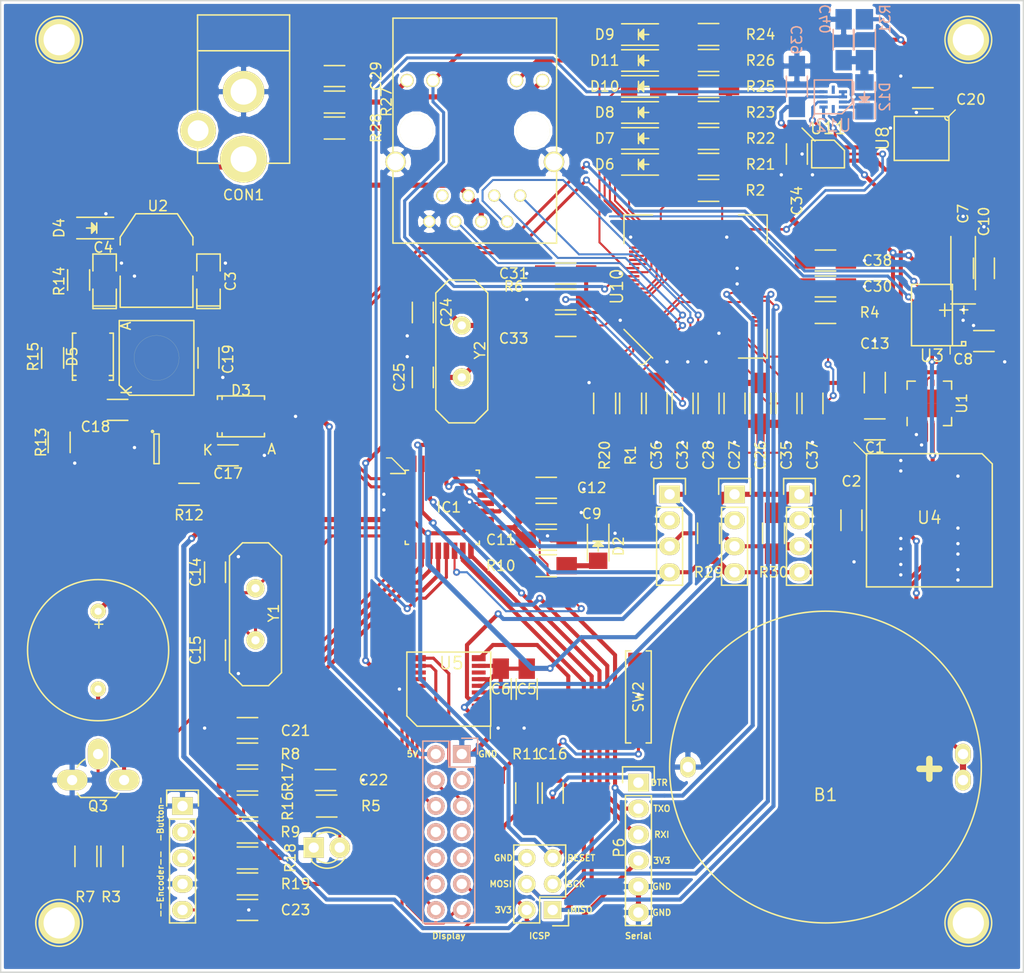
<source format=kicad_pcb>
(kicad_pcb (version 4) (host pcbnew 4.0.2-stable)
  (layers (0 F.Cu signal) (31 B.Cu signal) (36 B.SilkS user) (37 F.SilkS user) (38 B.Mask user) (39 F.Mask user) (44 Edge.Cuts user))
  (net 0 "")
  (net 1 +BATT)
  (net 2 GND)
  (net 3 +12V)
  (net 4 +3V3)
  (net 5 +5V)
  (net 6 "Net-(D1-Pad2)")
  (net 7 /SCL)
  (net 8 /SDA)
  (net 9 /P0)
  (net 10 /P1)
  (net 11 /P2)
  (net 12 /P4)
  (net 13 /P5)
  (net 14 /P6)
  (net 15 /P7)
  (net 16 "Net-(Q3-Pad2)")
  (net 17 /PWM)
  (net 18 "Net-(C12-Pad1)")
  (net 19 "Net-(C14-Pad2)")
  (net 20 "Net-(C15-Pad2)")
  (net 21 "Net-(C18-Pad1)")
  (net 22 "Net-(C18-Pad2)")
  (net 23 /D5)
  (net 24 /D3)
  (net 25 /D2)
  (net 26 /SCK)
  (net 27 "Net-(D2-Pad2)")
  (net 28 "Net-(R12-Pad2)")
  (net 29 "Net-(R13-Pad1)")
  (net 30 "Net-(D4-Pad2)")
  (net 31 "Net-(U1-Pad10)")
  (net 32 /D4)
  (net 33 /D6)
  (net 34 /D7)
  (net 35 /D8)
  (net 36 /RXI)
  (net 37 /TXO)
  (net 38 "Net-(Q3-Pad3)")
  (net 39 /DTR)
  (net 40 "Net-(R8-Pad1)")
  (net 41 "Net-(R16-Pad1)")
  (net 42 "Net-(R18-Pad1)")
  (net 43 /D10)
  (net 44 /MOSI)
  (net 45 /MISO)
  (net 46 /RESET)
  (net 47 "Net-(C24-Pad1)")
  (net 48 "Net-(C25-Pad1)")
  (net 49 +1V8)
  (net 50 "Net-(D6-Pad2)")
  (net 51 "Net-(D6-Pad1)")
  (net 52 "Net-(D7-Pad2)")
  (net 53 "Net-(D7-Pad1)")
  (net 54 "Net-(D8-Pad2)")
  (net 55 "Net-(D8-Pad1)")
  (net 56 "Net-(D9-Pad2)")
  (net 57 "Net-(D9-Pad1)")
  (net 58 "Net-(D10-Pad2)")
  (net 59 "Net-(D10-Pad1)")
  (net 60 "Net-(D11-Pad2)")
  (net 61 "Net-(D11-Pad1)")
  (net 62 "Net-(J1-Pad6)")
  (net 63 "Net-(J1-Pad2)")
  (net 64 "Net-(J1-Pad1)")
  (net 65 "Net-(J1-Pad3)")
  (net 66 "Net-(J1-Pad12)")
  (net 67 "Net-(J1-Pad9)")
  (net 68 "Net-(R1-Pad1)")
  (net 69 "Net-(R1-Pad2)")
  (net 70 "Net-(R2-Pad2)")
  (net 71 "Net-(R4-Pad2)")
  (net 72 "Net-(C40-Pad1)")
  (net 73 "Net-(D12-Pad1)")
  (net 74 /D9)
  (net 75 /A0)
  (module Connect:1pin (layer F.Cu) (at 45.72 170.18)
    (fp_text reference REF** hide)
    (fp_text value 1pin)
    (pad 1 thru_hole circle (at 0 0) (size 4.064 4.064) (drill 3.048) (layers *.Cu *.Mask F.SilkS))
  )
  (module Connect:1pin (layer F.Cu) (at 134.62 83.82)
    (fp_text reference REF** hide)
    (fp_text value 1pin)
    (pad 1 thru_hole circle (at 0 0) (size 4.064 4.064) (drill 3.048) (layers *.Cu *.Mask F.SilkS))
  )
  (module Connect:1pin (layer F.Cu) (at 134.62 170.18)
    (fp_text reference REF** hide)
    (fp_text value 1pin)
    (pad 1 thru_hole circle (at 0 0) (size 4.064 4.064) (drill 3.048) (layers *.Cu *.Mask F.SilkS))
  )
  (module AJGFEET:W5100 (layer F.Cu) (at 107.95 107.95 90)
    (fp_text reference U10 (at 0 -7.7 90) (layer F.SilkS) (effects (font (size 1.2 1.2))))
    (fp_text value W5100)
    (pad 1 smd rect (at -6 -3.8 180) (size 0.23 1) (layers F.Cu F.Mask) (net 69 "Net-(R1-Pad2)"))
    (pad 2 smd rect (at -6 -3.4 180) (size 0.23 1) (layers F.Cu F.Mask) (net 4 +3V3))
    (pad 3 smd rect (at -6 -3 180) (size 0.23 1) (layers F.Cu F.Mask))
    (pad 4 smd rect (at -6 -2.6 180) (size 0.23 1) (layers F.Cu F.Mask) (net 2 GND))
    (pad 5 smd rect (at -6 -2.2 180) (size 0.23 1) (layers F.Cu F.Mask) (net 65 "Net-(J1-Pad3)"))
    (pad 6 smd rect (at -6 -1.8 180) (size 0.23 1) (layers F.Cu F.Mask) (net 62 "Net-(J1-Pad6)"))
    (pad 7 smd rect (at -6 -1.4 180) (size 0.23 1) (layers F.Cu F.Mask) (net 49 +1V8))
    (pad 8 smd rect (at -6 -1 180) (size 0.23 1) (layers F.Cu F.Mask) (net 64 "Net-(J1-Pad1)"))
    (pad 9 smd rect (at -6 -0.6 180) (size 0.23 1) (layers F.Cu F.Mask) (net 63 "Net-(J1-Pad2)"))
    (pad 10 smd rect (at -6 -0.2 180) (size 0.23 1) (layers F.Cu F.Mask) (net 2 GND))
    (pad 11 smd rect (at -6 0.2 180) (size 0.23 1) (layers F.Cu F.Mask) (net 49 +1V8))
    (pad 12 smd rect (at -6 0.6 180) (size 0.23 1) (layers F.Cu F.Mask) (net 4 +3V3))
    (pad 13 smd rect (at -6 1 180) (size 0.23 1) (layers F.Cu F.Mask) (net 2 GND))
    (pad 14 smd rect (at -6 1.4 180) (size 0.23 1) (layers F.Cu F.Mask) (net 2 GND))
    (pad 15 smd rect (at -6 1.8 180) (size 0.23 1) (layers F.Cu F.Mask) (net 49 +1V8))
    (pad 16 smd rect (at -6 2.2 180) (size 0.23 1) (layers F.Cu F.Mask) (net 49 +1V8))
    (pad 17 smd rect (at -6 2.6 180) (size 0.23 1) (layers F.Cu F.Mask) (net 2 GND))
    (pad 18 smd rect (at -6 3 180) (size 0.23 1) (layers F.Cu F.Mask) (net 4 +3V3))
    (pad 19 smd rect (at -6 3.4 180) (size 0.23 1) (layers F.Cu F.Mask))
    (pad 20 smd rect (at -6 3.8 180) (size 0.23 1) (layers F.Cu F.Mask))
    (pad 21 smd rect (at -3.8 6 90) (size 0.23 1) (layers F.Cu F.Mask))
    (pad 22 smd rect (at -3.4 6 90) (size 0.23 1) (layers F.Cu F.Mask))
    (pad 23 smd rect (at -3 6 90) (size 0.23 1) (layers F.Cu F.Mask))
    (pad 24 smd rect (at -2.6 6 90) (size 0.23 1) (layers F.Cu F.Mask))
    (pad 25 smd rect (at -2.2 6 90) (size 0.23 1) (layers F.Cu F.Mask))
    (pad 26 smd rect (at -1.8 6 90) (size 0.23 1) (layers F.Cu F.Mask))
    (pad 27 smd rect (at -1.4 6 90) (size 0.23 1) (layers F.Cu F.Mask) (net 45 /MISO))
    (pad 28 smd rect (at -1 6 90) (size 0.23 1) (layers F.Cu F.Mask) (net 44 /MOSI))
    (pad 29 smd rect (at -0.6 6 90) (size 0.23 1) (layers F.Cu F.Mask) (net 43 /D10))
    (pad 30 smd rect (at -0.2 6 90) (size 0.23 1) (layers F.Cu F.Mask) (net 26 /SCK))
    (pad 31 smd rect (at 0.2 6 90) (size 0.23 1) (layers F.Cu F.Mask) (net 71 "Net-(R4-Pad2)"))
    (pad 32 smd rect (at 0.6 6 90) (size 0.23 1) (layers F.Cu F.Mask) (net 2 GND))
    (pad 33 smd rect (at 1 6 90) (size 0.23 1) (layers F.Cu F.Mask) (net 49 +1V8))
    (pad 34 smd rect (at 1.4 6 90) (size 0.23 1) (layers F.Cu F.Mask) (net 2 GND))
    (pad 35 smd rect (at 1.8 6 90) (size 0.23 1) (layers F.Cu F.Mask) (net 2 GND))
    (pad 36 smd rect (at 2.2 6 90) (size 0.23 1) (layers F.Cu F.Mask) (net 2 GND))
    (pad 37 smd rect (at 2.6 6 90) (size 0.23 1) (layers F.Cu F.Mask) (net 2 GND))
    (pad 38 smd rect (at 3 6 90) (size 0.23 1) (layers F.Cu F.Mask))
    (pad 39 smd rect (at 3.4 6 90) (size 0.23 1) (layers F.Cu F.Mask))
    (pad 40 smd rect (at 3.8 6 90) (size 0.23 1) (layers F.Cu F.Mask))
    (pad 41 smd rect (at 6 3.8 180) (size 0.23 1) (layers F.Cu F.Mask))
    (pad 42 smd rect (at 6 3.4 180) (size 0.23 1) (layers F.Cu F.Mask))
    (pad 43 smd rect (at 6 3 180) (size 0.23 1) (layers F.Cu F.Mask) (net 2 GND))
    (pad 44 smd rect (at 6 2.6 180) (size 0.23 1) (layers F.Cu F.Mask) (net 4 +3V3))
    (pad 45 smd rect (at 6 2.2 180) (size 0.23 1) (layers F.Cu F.Mask))
    (pad 46 smd rect (at 6 1.8 180) (size 0.23 1) (layers F.Cu F.Mask))
    (pad 47 smd rect (at 6 1.4 180) (size 0.23 1) (layers F.Cu F.Mask))
    (pad 48 smd rect (at 6 1 180) (size 0.23 1) (layers F.Cu F.Mask))
    (pad 49 smd rect (at 6 0.6 180) (size 0.23 1) (layers F.Cu F.Mask))
    (pad 50 smd rect (at 6 0.2 180) (size 0.23 1) (layers F.Cu F.Mask))
    (pad 51 smd rect (at 6 -0.2 180) (size 0.23 1) (layers F.Cu F.Mask))
    (pad 52 smd rect (at 6 -0.6 180) (size 0.23 1) (layers F.Cu F.Mask))
    (pad 53 smd rect (at 6 -1 180) (size 0.23 1) (layers F.Cu F.Mask))
    (pad 54 smd rect (at 6 -1.4 180) (size 0.23 1) (layers F.Cu F.Mask))
    (pad 55 smd rect (at 6 -1.8 180) (size 0.23 1) (layers F.Cu F.Mask))
    (pad 56 smd rect (at 6 -2.2 180) (size 0.23 1) (layers F.Cu F.Mask))
    (pad 57 smd rect (at 6 -2.6 180) (size 0.23 1) (layers F.Cu F.Mask))
    (pad 58 smd rect (at 6 -3 180) (size 0.23 1) (layers F.Cu F.Mask))
    (pad 59 smd rect (at 6 -3.4 180) (size 0.23 1) (layers F.Cu F.Mask) (net 70 "Net-(R2-Pad2)"))
    (pad 60 smd rect (at 6 -3.8 180) (size 0.23 1) (layers F.Cu F.Mask))
    (pad 61 smd rect (at 3.8 -6 90) (size 0.23 1) (layers F.Cu F.Mask))
    (pad 62 smd rect (at 3.4 -6 90) (size 0.23 1) (layers F.Cu F.Mask))
    (pad 63 smd rect (at 3 -6 90) (size 0.23 1) (layers F.Cu F.Mask) (net 2 GND))
    (pad 64 smd rect (at 2.6 -6 90) (size 0.23 1) (layers F.Cu F.Mask) (net 2 GND))
    (pad 65 smd rect (at 2.2 -6 90) (size 0.23 1) (layers F.Cu F.Mask) (net 2 GND))
    (pad 66 smd rect (at 1.8 -6 90) (size 0.23 1) (layers F.Cu F.Mask) (net 61 "Net-(D11-Pad1)"))
    (pad 67 smd rect (at 1.4 -6 90) (size 0.23 1) (layers F.Cu F.Mask) (net 59 "Net-(D10-Pad1)"))
    (pad 68 smd rect (at 1 -6 90) (size 0.23 1) (layers F.Cu F.Mask) (net 2 GND))
    (pad 69 smd rect (at 0.6 -6 90) (size 0.23 1) (layers F.Cu F.Mask) (net 49 +1V8))
    (pad 70 smd rect (at 0.2 -6 90) (size 0.23 1) (layers F.Cu F.Mask) (net 57 "Net-(D9-Pad1)"))
    (pad 71 smd rect (at -0.2 -6 90) (size 0.23 1) (layers F.Cu F.Mask) (net 55 "Net-(D8-Pad1)"))
    (pad 72 smd rect (at -0.6 -6 90) (size 0.23 1) (layers F.Cu F.Mask) (net 53 "Net-(D7-Pad1)"))
    (pad 73 smd rect (at -1 -6 90) (size 0.23 1) (layers F.Cu F.Mask) (net 51 "Net-(D6-Pad1)"))
    (pad 74 smd rect (at -1.4 -6 90) (size 0.23 1) (layers F.Cu F.Mask) (net 49 +1V8))
    (pad 75 smd rect (at -1.8 -6 90) (size 0.23 1) (layers F.Cu F.Mask) (net 47 "Net-(C24-Pad1)"))
    (pad 76 smd rect (at -2.2 -6 90) (size 0.23 1) (layers F.Cu F.Mask) (net 48 "Net-(C25-Pad1)"))
    (pad 77 smd rect (at -2.6 -6 90) (size 0.23 1) (layers F.Cu F.Mask) (net 2 GND))
    (pad 78 smd rect (at -3 -6 90) (size 0.23 1) (layers F.Cu F.Mask))
    (pad 79 smd rect (at -3.4 -6 90) (size 0.23 1) (layers F.Cu F.Mask))
    (pad 80 smd rect (at -3.8 -6 90) (size 0.23 1) (layers F.Cu F.Mask))
  )
  (module AJGFEET:MS56110-QFN (layer F.Cu) (at 130.048 93.472 180)
    (fp_text reference U8 (at 3.81 0 270) (layer F.SilkS) (effects (font (size 1.2 1.2))))
    (fp_text value MS56110 hide)
    (pad 8 smd rect (at -1.875 -1.1 180) (size 0.6 1.1) (layers F.Cu F.Mask) (net 7 /SCL))
    (pad 1 smd rect (at -1.875 1.1 180) (size 0.6 1.1) (layers F.Cu F.Mask) (net 4 +3V3))
    (pad 7 smd rect (at -0.625 -1.1 180) (size 0.6 1.1) (layers F.Cu F.Mask) (net 8 /SDA))
    (pad 2 smd rect (at -0.625 1.1 180) (size 0.6 1.1) (layers F.Cu F.Mask) (net 4 +3V3))
    (pad 6 smd rect (at 0.625 -1.1 180) (size 0.6 1.1) (layers F.Cu F.Mask))
    (pad 3 smd rect (at 0.625 1.1 180) (size 0.6 1.1) (layers F.Cu F.Mask) (net 2 GND))
    (pad 5 smd rect (at 1.875 -1.1 180) (size 0.6 1.1) (layers F.Cu F.Mask))
    (pad 4 smd rect (at 1.875 1.1 180) (size 0.6 1.1) (layers F.Cu F.Mask) (net 2 GND))
  )
  (module TO_SOT_Packages_THT:TO-92_Rugged (layer F.Cu) (at 46.99 156.21)
    (fp_text reference Q3 (at 2.54 2.54) (layer F.SilkS))
    (fp_text value Q_NPN_EBC hide)
    (pad 2 thru_hole oval (at 2.54 -2.54 90) (size 2.99974 1.99898) (drill 1) (layers *.Cu *.Mask F.SilkS) (net 16 "Net-(Q3-Pad2)"))
    (pad 1 thru_hole oval (at 0 0 90) (size 1.99898 2.99974) (drill 1) (layers *.Cu *.Mask F.SilkS) (net 2 GND))
    (pad 3 thru_hole oval (at 5.08 0 90) (size 1.99898 2.99974) (drill 1) (layers *.Cu *.Mask F.SilkS) (net 38 "Net-(Q3-Pad3)"))
  )
  (module LEDs:LED-3MM (layer F.Cu) (at 70.612 162.814)
    (fp_text reference D1 hide)
    (fp_text value LED)
    (pad 1 thru_hole rect (at 0 0 90) (size 2 2) (drill 1.00076) (layers *.Cu *.Mask F.SilkS) (net 2 GND))
    (pad 2 thru_hole circle (at 2.54 0) (size 2 2) (drill 1.00076) (layers *.Cu *.Mask F.SilkS) (net 6 "Net-(D1-Pad2)"))
  )
  (module AJGFEET:CR2032Holder (layer F.Cu) (at 120.65 154.94)
    (fp_text reference B1 (at 0 2.716) (layer F.SilkS) (effects (font (size 1.2 1.2))))
    (fp_text value CR123 hide)
    (fp_text user + (at 10.16 0) (layer F.SilkS) (effects (font (size 2.54 2.54) (thickness 0.635))))
    (pad 2 thru_hole oval (at 13.4493 -1.27) (size 1.524 2.032) (drill 1.016) (layers *.Cu *.Mask F.SilkS) (net 1 +BATT))
    (pad 1 thru_hole oval (at -13.4493 0) (size 1.524 2.032) (drill 1.016) (layers *.Cu *.Mask F.SilkS) (net 2 GND))
    (pad 2 thru_hole oval (at 13.4493 1.27) (size 1.524 2.032) (drill 1.016) (layers *.Cu *.Mask F.SilkS) (net 1 +BATT))
  )
  (module Capacitors_SMD:C_1206_HandSoldering (layer F.Cu) (at 123.19 130.81 270)
    (fp_text reference C2 (at -3.81 0 360) (layer F.SilkS))
    (fp_text value 1uf)
    (pad 1 smd rect (at -2 0 270) (size 2 1.6) (layers F.Cu F.Mask) (net 4 +3V3))
    (pad 2 smd rect (at 2 0 270) (size 2 1.6) (layers F.Cu F.Mask) (net 2 GND))
  )
  (module SMD_Packages:SMD-1206_Pol (layer F.Cu) (at 60.325 107.315 90)
    (fp_text reference C3 (at -0.127 2.159 270) (layer F.SilkS))
    (fp_text value 10uf)
    (pad 1 smd rect (at -1.651 0 90) (size 1.524 2.032) (layers F.Cu F.Mask) (net 5 +5V))
    (pad 2 smd rect (at 1.651 0 90) (size 1.524 2.032) (layers F.Cu F.Mask) (net 2 GND))
  )
  (module SMD_Packages:SMD-1206_Pol (layer F.Cu) (at 50.165 107.315 90)
    (fp_text reference C4 (at 3.175 -0.127 360) (layer F.SilkS))
    (fp_text value 10uf)
    (pad 1 smd rect (at -1.651 0 90) (size 1.524 2.032) (layers F.Cu F.Mask) (net 4 +3V3))
    (pad 2 smd rect (at 1.651 0 90) (size 1.524 2.032) (layers F.Cu F.Mask) (net 2 GND))
  )
  (module Capacitors_SMD:C_1206_HandSoldering (layer F.Cu) (at 91.44 147.32 90)
    (fp_text reference C5 (at 0 0 180) (layer F.SilkS))
    (fp_text value 10uf)
    (pad 1 smd rect (at -2 0 90) (size 2 1.6) (layers F.Cu F.Mask) (net 2 GND))
    (pad 2 smd rect (at 2 0 90) (size 2 1.6) (layers F.Cu F.Mask) (net 4 +3V3))
  )
  (module Capacitors_SMD:C_1206_HandSoldering (layer F.Cu) (at 88.9 147.32 90)
    (fp_text reference C6 (at 0 0 180) (layer F.SilkS))
    (fp_text value 0.1uf)
    (pad 1 smd rect (at -2 0 90) (size 2 1.6) (layers F.Cu F.Mask) (net 2 GND))
    (pad 2 smd rect (at 2 0 90) (size 2 1.6) (layers F.Cu F.Mask) (net 4 +3V3))
  )
  (module Pin_Headers:Pin_Header_Straight_1x04 (layer F.Cu) (at 118.11 128.27)
    (fp_text reference P1 hide)
    (fp_text value CONN_01X04 hide)
    (pad 1 thru_hole rect (at 0 0) (size 2.032 1.7272) (drill 1.016) (layers *.Cu *.Mask F.SilkS) (net 4 +3V3))
    (pad 2 thru_hole oval (at 0 2.54) (size 2.032 1.7272) (drill 1.016) (layers *.Cu *.Mask F.SilkS) (net 2 GND))
    (pad 3 thru_hole oval (at 0 5.08) (size 2.032 1.7272) (drill 1.016) (layers *.Cu *.Mask F.SilkS) (net 7 /SCL))
    (pad 4 thru_hole oval (at 0 7.62) (size 2.032 1.7272) (drill 1.016) (layers *.Cu *.Mask F.SilkS) (net 8 /SDA))
  )
  (module Pin_Headers:Pin_Header_Straight_1x04 (layer F.Cu) (at 105.41 128.27)
    (fp_text reference P2 hide)
    (fp_text value CONN_01X04 hide)
    (pad 1 thru_hole rect (at 0 0) (size 2.032 1.7272) (drill 1.016) (layers *.Cu *.Mask F.SilkS) (net 4 +3V3))
    (pad 2 thru_hole oval (at 0 2.54) (size 2.032 1.7272) (drill 1.016) (layers *.Cu *.Mask F.SilkS) (net 2 GND))
    (pad 3 thru_hole oval (at 0 5.08) (size 2.032 1.7272) (drill 1.016) (layers *.Cu *.Mask F.SilkS) (net 7 /SCL))
    (pad 4 thru_hole oval (at 0 7.62) (size 2.032 1.7272) (drill 1.016) (layers *.Cu *.Mask F.SilkS) (net 8 /SDA))
  )
  (module Pin_Headers:Pin_Header_Straight_1x04 (layer F.Cu) (at 111.76 128.27)
    (fp_text reference P3 hide)
    (fp_text value CONN_01X04 hide)
    (pad 1 thru_hole rect (at 0 0) (size 2.032 1.7272) (drill 1.016) (layers *.Cu *.Mask F.SilkS) (net 4 +3V3))
    (pad 2 thru_hole oval (at 0 2.54) (size 2.032 1.7272) (drill 1.016) (layers *.Cu *.Mask F.SilkS) (net 2 GND))
    (pad 3 thru_hole oval (at 0 5.08) (size 2.032 1.7272) (drill 1.016) (layers *.Cu *.Mask F.SilkS) (net 7 /SCL))
    (pad 4 thru_hole oval (at 0 7.62) (size 2.032 1.7272) (drill 1.016) (layers *.Cu *.Mask F.SilkS) (net 8 /SDA))
  )
  (module Pin_Headers:Pin_Header_Straight_2x07 (layer B.Cu) (at 85.09 153.67 180)
    (fp_text reference P5 hide)
    (fp_text value CONN_02X07 hide)
    (pad 1 thru_hole rect (at 0 0 180) (size 1.7272 1.7272) (drill 1.016) (layers *.Cu *.Mask B.SilkS) (net 2 GND))
    (pad 2 thru_hole oval (at 2.54 0 180) (size 1.7272 1.7272) (drill 1.016) (layers *.Cu *.Mask B.SilkS) (net 5 +5V))
    (pad 3 thru_hole oval (at 0 -2.54 180) (size 1.7272 1.7272) (drill 1.016) (layers *.Cu *.Mask B.SilkS))
    (pad 4 thru_hole oval (at 2.54 -2.54 180) (size 1.7272 1.7272) (drill 1.016) (layers *.Cu *.Mask B.SilkS) (net 9 /P0))
    (pad 5 thru_hole oval (at 0 -5.08 180) (size 1.7272 1.7272) (drill 1.016) (layers *.Cu *.Mask B.SilkS) (net 10 /P1))
    (pad 6 thru_hole oval (at 2.54 -5.08 180) (size 1.7272 1.7272) (drill 1.016) (layers *.Cu *.Mask B.SilkS) (net 11 /P2))
    (pad 7 thru_hole oval (at 0 -7.62 180) (size 1.7272 1.7272) (drill 1.016) (layers *.Cu *.Mask B.SilkS))
    (pad 8 thru_hole oval (at 2.54 -7.62 180) (size 1.7272 1.7272) (drill 1.016) (layers *.Cu *.Mask B.SilkS))
    (pad 9 thru_hole oval (at 0 -10.16 180) (size 1.7272 1.7272) (drill 1.016) (layers *.Cu *.Mask B.SilkS))
    (pad 10 thru_hole oval (at 2.54 -10.16 180) (size 1.7272 1.7272) (drill 1.016) (layers *.Cu *.Mask B.SilkS))
    (pad 11 thru_hole oval (at 0 -12.7 180) (size 1.7272 1.7272) (drill 1.016) (layers *.Cu *.Mask B.SilkS) (net 12 /P4))
    (pad 12 thru_hole oval (at 2.54 -12.7 180) (size 1.7272 1.7272) (drill 1.016) (layers *.Cu *.Mask B.SilkS) (net 13 /P5))
    (pad 13 thru_hole oval (at 0 -15.24 180) (size 1.7272 1.7272) (drill 1.016) (layers *.Cu *.Mask B.SilkS) (net 14 /P6))
    (pad 14 thru_hole oval (at 2.54 -15.24 180) (size 1.7272 1.7272) (drill 1.016) (layers *.Cu *.Mask B.SilkS) (net 15 /P7))
  )
  (module Resistors_SMD:R_1206_HandSoldering (layer F.Cu) (at 50.88 163.67 270)
    (fp_text reference R3 (at 3.97 0.08 360) (layer F.SilkS))
    (fp_text value 1.5k)
    (pad 1 smd rect (at -2 0 270) (size 2 1.7) (layers F.Cu F.Mask) (net 23 /D5))
    (pad 2 smd rect (at 2 0 270) (size 2 1.7) (layers F.Cu F.Mask) (net 17 /PWM))
  )
  (module Resistors_SMD:R_1206_HandSoldering (layer F.Cu) (at 71.882 158.75)
    (fp_text reference R5 (at 4.318 0 180) (layer F.SilkS))
    (fp_text value 220)
    (pad 1 smd rect (at -2 0) (size 2 1.7) (layers F.Cu F.Mask) (net 35 /D8))
    (pad 2 smd rect (at 2 0) (size 2 1.7) (layers F.Cu F.Mask) (net 6 "Net-(D1-Pad2)"))
  )
  (module Resistors_SMD:R_1206_HandSoldering (layer F.Cu) (at 48.34 163.67 270)
    (fp_text reference R7 (at 3.97 0.08 360) (layer F.SilkS))
    (fp_text value 0)
    (pad 1 smd rect (at -2 0 270) (size 2 1.7) (layers F.Cu F.Mask) (net 16 "Net-(Q3-Pad2)"))
    (pad 2 smd rect (at 2 0 270) (size 2 1.7) (layers F.Cu F.Mask) (net 17 /PWM))
  )
  (module TO_SOT_Packages_SMD:SOT-223 (layer F.Cu) (at 55.245 105.41)
    (fp_text reference U2 (at 0.127 -5.334) (layer F.SilkS))
    (fp_text value LD1117S33TR hide)
    (pad 4 smd rect (at 0 -3.302) (size 3.6576 2.032) (layers F.Cu F.Mask))
    (pad 2 smd rect (at 0 3.302) (size 1.016 2.032) (layers F.Cu F.Mask) (net 4 +3V3))
    (pad 3 smd rect (at 2.286 3.302) (size 1.016 2.032) (layers F.Cu F.Mask) (net 5 +5V))
    (pad 1 smd rect (at -2.286 3.302) (size 1.016 2.032) (layers F.Cu F.Mask) (net 2 GND))
  )
  (module "AJGFEET:SO20(DS3232)" (layer F.Cu) (at 130.81 130.81 270)
    (fp_text reference U4 (at -0.254 0 540) (layer F.SilkS) (effects (font (size 1.2 1.2))))
    (fp_text value DS3232_RTC)
    (pad 20 smd rect (at -5.715 -4.65 270) (size 0.6 2) (layers F.Cu F.Mask))
    (pad 1 smd rect (at -5.715 4.65 270) (size 0.6 2) (layers F.Cu F.Mask) (net 2 GND))
    (pad 19 smd rect (at -4.445 -4.65 270) (size 0.6 2) (layers F.Cu F.Mask) (net 2 GND))
    (pad 2 smd rect (at -4.445 4.65 270) (size 0.6 2) (layers F.Cu F.Mask) (net 2 GND))
    (pad 18 smd rect (at -3.175 -4.65 270) (size 0.6 2) (layers F.Cu F.Mask) (net 7 /SCL))
    (pad 3 smd rect (at -3.175 4.65 270) (size 0.6 2) (layers F.Cu F.Mask))
    (pad 17 smd rect (at -1.905 -4.65 270) (size 0.6 2) (layers F.Cu F.Mask) (net 8 /SDA))
    (pad 4 smd rect (at -1.905 4.65 270) (size 0.6 2) (layers F.Cu F.Mask) (net 4 +3V3))
    (pad 16 smd rect (at -0.635 -4.65 270) (size 0.6 2) (layers F.Cu F.Mask) (net 1 +BATT))
    (pad 5 smd rect (at -0.635 4.65 270) (size 0.6 2) (layers F.Cu F.Mask) (net 17 /PWM))
    (pad 15 smd rect (at 0.635 -4.65 270) (size 0.6 2) (layers F.Cu F.Mask) (net 2 GND))
    (pad 6 smd rect (at 0.635 4.65 270) (size 0.6 2) (layers F.Cu F.Mask))
    (pad 14 smd rect (at 1.905 -4.65 270) (size 0.6 2) (layers F.Cu F.Mask) (net 2 GND))
    (pad 7 smd rect (at 1.905 4.65 270) (size 0.6 2) (layers F.Cu F.Mask) (net 2 GND))
    (pad 13 smd rect (at 3.175 -4.65 270) (size 0.6 2) (layers F.Cu F.Mask) (net 2 GND))
    (pad 8 smd rect (at 3.175 4.65 270) (size 0.6 2) (layers F.Cu F.Mask) (net 2 GND))
    (pad 12 smd rect (at 4.445 -4.65 270) (size 0.6 2) (layers F.Cu F.Mask) (net 2 GND))
    (pad 9 smd rect (at 4.445 4.65 270) (size 0.6 2) (layers F.Cu F.Mask) (net 2 GND))
    (pad 11 smd rect (at 5.715 -4.65 270) (size 0.6 2) (layers F.Cu F.Mask) (net 2 GND))
    (pad 10 smd rect (at 5.715 4.65 270) (size 0.6 2) (layers F.Cu F.Mask) (net 2 GND))
  )
  (module AJGFEET:SOT266-1 (layer F.Cu) (at 83.82 147.32 90)
    (fp_text reference U5 (at 2.54 0.254 180) (layer F.SilkS) (effects (font (size 1.2 1.2))))
    (fp_text value PCF8574TS/3)
    (pad 20 smd rect (at -3.025 -2.925 90) (size 0.6 1.35) (layers F.Cu F.Mask) (net 15 /P7))
    (pad 1 smd rect (at -3.025 2.925 90) (size 0.6 1.35) (layers F.Cu F.Mask))
    (pad 19 smd rect (at -2.275 -2.925 90) (size 0.4 1.35) (layers F.Cu F.Mask) (net 14 /P6))
    (pad 2 smd rect (at -2.275 2.925 90) (size 0.4 1.35) (layers F.Cu F.Mask) (net 7 /SCL))
    (pad 18 smd rect (at -1.625 -2.925 90) (size 0.4 1.35) (layers F.Cu F.Mask))
    (pad 3 smd rect (at -1.625 2.925 90) (size 0.4 1.35) (layers F.Cu F.Mask))
    (pad 17 smd rect (at -0.975 -2.925 90) (size 0.4 1.35) (layers F.Cu F.Mask) (net 13 /P5))
    (pad 4 smd rect (at -0.975 2.925 90) (size 0.4 1.35) (layers F.Cu F.Mask) (net 8 /SDA))
    (pad 16 smd rect (at -0.325 -2.925 90) (size 0.4 1.35) (layers F.Cu F.Mask) (net 12 /P4))
    (pad 5 smd rect (at -0.325 2.925 90) (size 0.4 1.35) (layers F.Cu F.Mask) (net 4 +3V3))
    (pad 15 smd rect (at 0.325 -2.925 90) (size 0.4 1.35) (layers F.Cu F.Mask) (net 2 GND))
    (pad 6 smd rect (at 0.325 2.925 90) (size 0.4 1.35) (layers F.Cu F.Mask) (net 4 +3V3))
    (pad 14 smd rect (at 0.975 -2.925 90) (size 0.4 1.35) (layers F.Cu F.Mask))
    (pad 7 smd rect (at 0.975 2.925 90) (size 0.4 1.35) (layers F.Cu F.Mask) (net 4 +3V3))
    (pad 13 smd rect (at 1.625 -2.925 90) (size 0.4 1.35) (layers F.Cu F.Mask))
    (pad 8 smd rect (at 1.625 2.925 90) (size 0.4 1.35) (layers F.Cu F.Mask))
    (pad 12 smd rect (at 2.275 -2.925 90) (size 0.4 1.35) (layers F.Cu F.Mask) (net 11 /P2))
    (pad 9 smd rect (at 2.275 2.925 90) (size 0.4 1.35) (layers F.Cu F.Mask) (net 4 +3V3))
    (pad 11 smd rect (at 3.025 -2.925 90) (size 0.6 1.35) (layers F.Cu F.Mask) (net 10 /P1))
    (pad 10 smd rect (at 3.025 2.925 90) (size 0.6 1.35) (layers F.Cu F.Mask) (net 9 /P0))
  )
  (module "AJGFEET:Buzzer(AZ-1440S)" (layer F.Cu) (at 49.53 143.51 90)
    (fp_text reference U6 hide)
    (fp_text value Buzzer)
    (fp_text user + (at 2.54 0 90) (layer F.SilkS))
    (pad 1 thru_hole circle (at -3.8 0 90) (size 1.5 1.5) (drill 0.7) (layers *.Cu *.Mask F.SilkS) (net 38 "Net-(Q3-Pad3)"))
    (pad 2 thru_hole circle (at 3.8 0 90) (size 1.5 1.5) (drill 0.7) (layers *.Cu *.Mask F.SilkS) (net 3 +12V))
  )
  (module Resistors_SMD:R_1206_HandSoldering (layer F.Cu) (at 64.135 153.67)
    (fp_text reference R8 (at 4.191 0 180) (layer F.SilkS))
    (fp_text value 10k)
    (pad 1 smd rect (at -2 0) (size 2 1.7) (layers F.Cu F.Mask) (net 40 "Net-(R8-Pad1)"))
    (pad 2 smd rect (at 2 0) (size 2 1.7) (layers F.Cu F.Mask) (net 33 /D6))
  )
  (module Capacitors_SMD:C_1206_HandSoldering (layer F.Cu) (at 125.476 121.92)
    (fp_text reference C1 (at 0 1.778 180) (layer F.SilkS))
    (fp_text value C_Small)
    (pad 1 smd rect (at -2 0) (size 2 1.6) (layers F.Cu F.Mask) (net 4 +3V3))
    (pad 2 smd rect (at 2 0) (size 2 1.6) (layers F.Cu F.Mask) (net 2 GND))
  )
  (module Capacitors_Tantalum_SMD:TantalC_SizeA_EIA-3216_HandSoldering (layer F.Cu) (at 134.112 105.664 90)
    (fp_text reference C7 (at 4.826 0 90) (layer F.SilkS))
    (fp_text value 10uF)
    (fp_text user + (at -4.572 0 90) (layer F.SilkS))
    (pad 2 smd rect (at 1.99898 0 90) (size 2.99974 1.50114) (layers F.Cu F.Mask) (net 2 GND))
    (pad 1 smd rect (at -1.99898 0 90) (size 2.99974 1.50114) (layers F.Cu F.Mask) (net 4 +3V3))
  )
  (module Capacitors_SMD:C_1206_HandSoldering (layer F.Cu) (at 136.144 113.284)
    (fp_text reference C8 (at -2.032 1.778 180) (layer F.SilkS))
    (fp_text value 0.1uF)
    (pad 1 smd rect (at -2 0) (size 2 1.6) (layers F.Cu F.Mask) (net 4 +3V3))
    (pad 2 smd rect (at 2 0) (size 2 1.6) (layers F.Cu F.Mask) (net 2 GND))
  )
  (module Capacitors_SMD:C_1206_HandSoldering (layer F.Cu) (at 93.345 130.175)
    (fp_text reference C9 (at 4.445 0) (layer F.SilkS))
    (fp_text value 10UF)
    (pad 1 smd rect (at -2 0) (size 2 1.6) (layers F.Cu F.Mask) (net 4 +3V3))
    (pad 2 smd rect (at 2 0) (size 2 1.6) (layers F.Cu F.Mask) (net 2 GND))
  )
  (module Capacitors_SMD:C_1206_HandSoldering (layer F.Cu) (at 136.144 106.172 90)
    (fp_text reference C10 (at 4.572 0 90) (layer F.SilkS))
    (fp_text value 0.1uF)
    (pad 1 smd rect (at -2 0 90) (size 2 1.6) (layers F.Cu F.Mask) (net 4 +3V3))
    (pad 2 smd rect (at 2 0 90) (size 2 1.6) (layers F.Cu F.Mask) (net 2 GND))
  )
  (module Capacitors_SMD:C_1206_HandSoldering (layer F.Cu) (at 93.345 132.715)
    (fp_text reference C11 (at -4.445 0) (layer F.SilkS))
    (fp_text value 0.1UF)
    (pad 1 smd rect (at -2 0) (size 2 1.6) (layers F.Cu F.Mask) (net 4 +3V3))
    (pad 2 smd rect (at 2 0) (size 2 1.6) (layers F.Cu F.Mask) (net 2 GND))
  )
  (module Capacitors_SMD:C_1206_HandSoldering (layer F.Cu) (at 93.345 127.635)
    (fp_text reference C12 (at 4.445 0) (layer F.SilkS))
    (fp_text value 0.1uF)
    (pad 1 smd rect (at -2 0) (size 2 1.6) (layers F.Cu F.Mask) (net 18 "Net-(C12-Pad1)"))
    (pad 2 smd rect (at 2 0) (size 2 1.6) (layers F.Cu F.Mask) (net 2 GND))
  )
  (module Capacitors_SMD:C_1206_HandSoldering (layer F.Cu) (at 125.476 117.348 270)
    (fp_text reference C13 (at -3.81 0 360) (layer F.SilkS))
    (fp_text value C_Small)
    (pad 1 smd rect (at -2 0 270) (size 2 1.6) (layers F.Cu F.Mask) (net 2 GND))
    (pad 2 smd rect (at 2 0 270) (size 2 1.6) (layers F.Cu F.Mask) (net 4 +3V3))
  )
  (module Capacitors_SMD:C_1206_HandSoldering (layer F.Cu) (at 60.96 135.89 270)
    (fp_text reference C14 (at 0 1.905 270) (layer F.SilkS))
    (fp_text value 22p)
    (pad 1 smd rect (at -2 0 270) (size 2 1.6) (layers F.Cu F.Mask) (net 2 GND))
    (pad 2 smd rect (at 2 0 270) (size 2 1.6) (layers F.Cu F.Mask) (net 19 "Net-(C14-Pad2)"))
  )
  (module Capacitors_SMD:C_1206_HandSoldering (layer F.Cu) (at 60.96 143.51 90)
    (fp_text reference C15 (at 0 -1.905 90) (layer F.SilkS))
    (fp_text value 22p)
    (pad 1 smd rect (at -2 0 90) (size 2 1.6) (layers F.Cu F.Mask) (net 2 GND))
    (pad 2 smd rect (at 2 0 90) (size 2 1.6) (layers F.Cu F.Mask) (net 20 "Net-(C15-Pad2)"))
  )
  (module Capacitors_SMD:C_1206_HandSoldering (layer F.Cu) (at 93.98 157.48 90)
    (fp_text reference C16 (at 3.81 0 180) (layer F.SilkS))
    (fp_text value 0.1uF)
    (pad 1 smd rect (at -2 0 90) (size 2 1.6) (layers F.Cu F.Mask) (net 39 /DTR))
    (pad 2 smd rect (at 2 0 90) (size 2 1.6) (layers F.Cu F.Mask) (net 46 /RESET))
  )
  (module Capacitors_SMD:C_1206_HandSoldering (layer F.Cu) (at 62.23 124.46)
    (fp_text reference C17 (at 0 1.778) (layer F.SilkS))
    (fp_text value 10UF)
    (pad 1 smd rect (at -2 0) (size 2 1.6) (layers F.Cu F.Mask) (net 3 +12V))
    (pad 2 smd rect (at 2 0) (size 2 1.6) (layers F.Cu F.Mask) (net 2 GND))
  )
  (module Capacitors_SMD:C_1206_HandSoldering (layer F.Cu) (at 51.435 120.015)
    (fp_text reference C18 (at -2.159 1.651) (layer F.SilkS))
    (fp_text value 22nF)
    (pad 1 smd rect (at -2 0) (size 2 1.6) (layers F.Cu F.Mask) (net 21 "Net-(C18-Pad1)"))
    (pad 2 smd rect (at 2 0) (size 2 1.6) (layers F.Cu F.Mask) (net 22 "Net-(C18-Pad2)"))
  )
  (module Capacitors_SMD:C_1206_HandSoldering (layer F.Cu) (at 60.325 114.935 270)
    (fp_text reference C19 (at 0.127 -1.905 450) (layer F.SilkS))
    (fp_text value 22uF)
    (pad 1 smd rect (at -2 0 270) (size 2 1.6) (layers F.Cu F.Mask) (net 5 +5V))
    (pad 2 smd rect (at 2 0 270) (size 2 1.6) (layers F.Cu F.Mask) (net 2 GND))
  )
  (module Capacitors_SMD:C_1206_HandSoldering (layer F.Cu) (at 130.175 89.535 180)
    (fp_text reference C20 (at -4.699 -0.127 360) (layer F.SilkS))
    (fp_text value 0.1uf)
    (pad 1 smd rect (at -2 0 180) (size 2 1.6) (layers F.Cu F.Mask) (net 4 +3V3))
    (pad 2 smd rect (at 2 0 180) (size 2 1.6) (layers F.Cu F.Mask) (net 2 GND))
  )
  (module AJGFEET:Inductor (layer F.Cu) (at 55.245 114.935 90)
    (fp_text reference L1 hide)
    (fp_text value INDUCTOR_SMALL)
    (pad 1 smd rect (at -2.05 0 90) (size 2.2 6.3) (layers F.Cu F.Mask) (net 22 "Net-(C18-Pad2)"))
    (pad 2 smd rect (at 2.05 0 90) (size 2.2 6.3) (layers F.Cu F.Mask) (net 5 +5V))
  )
  (module Resistors_SMD:R_1206_HandSoldering (layer F.Cu) (at 93.345 135.255)
    (fp_text reference R10 (at -4.445 0) (layer F.SilkS))
    (fp_text value 10k)
    (pad 1 smd rect (at -2 0) (size 2 1.7) (layers F.Cu F.Mask) (net 26 /SCK))
    (pad 2 smd rect (at 2 0) (size 2 1.7) (layers F.Cu F.Mask) (net 27 "Net-(D2-Pad2)"))
  )
  (module Resistors_SMD:R_1206_HandSoldering (layer F.Cu) (at 91.44 157.48 90)
    (fp_text reference R11 (at 3.81 0 180) (layer F.SilkS))
    (fp_text value 10k)
    (pad 1 smd rect (at -2 0 90) (size 2 1.7) (layers F.Cu F.Mask) (net 4 +3V3))
    (pad 2 smd rect (at 2 0 90) (size 2 1.7) (layers F.Cu F.Mask) (net 46 /RESET))
  )
  (module Resistors_SMD:R_1206_HandSoldering (layer F.Cu) (at 58.42 128.27 180)
    (fp_text reference R12 (at 0 -2.032 360) (layer F.SilkS))
    (fp_text value 100k)
    (pad 1 smd rect (at -2 0 180) (size 2 1.7) (layers F.Cu F.Mask) (net 3 +12V))
    (pad 2 smd rect (at 2 0 180) (size 2 1.7) (layers F.Cu F.Mask) (net 28 "Net-(R12-Pad2)"))
  )
  (module Resistors_SMD:R_1206_HandSoldering (layer F.Cu) (at 45.72 123.19 270)
    (fp_text reference R13 (at 0 1.778 450) (layer F.SilkS))
    (fp_text value 9.53k)
    (pad 1 smd rect (at -2 0 270) (size 2 1.7) (layers F.Cu F.Mask) (net 29 "Net-(R13-Pad1)"))
    (pad 2 smd rect (at 2 0 270) (size 2 1.7) (layers F.Cu F.Mask) (net 2 GND))
  )
  (module Resistors_SMD:R_1206_HandSoldering (layer F.Cu) (at 47.625 107.315 90)
    (fp_text reference R14 (at -0.127 -1.905 90) (layer F.SilkS))
    (fp_text value 4.7k)
    (pad 1 smd rect (at -2 0 90) (size 2 1.7) (layers F.Cu F.Mask) (net 4 +3V3))
    (pad 2 smd rect (at 2 0 90) (size 2 1.7) (layers F.Cu F.Mask) (net 30 "Net-(D4-Pad2)"))
  )
  (module Resistors_SMD:R_1206_HandSoldering (layer F.Cu) (at 45.085 114.935 270)
    (fp_text reference R15 (at -0.127 1.905 450) (layer F.SilkS))
    (fp_text value 49.9k)
    (pad 1 smd rect (at -2 0 270) (size 2 1.7) (layers F.Cu F.Mask) (net 5 +5V))
    (pad 2 smd rect (at 2 0 270) (size 2 1.7) (layers F.Cu F.Mask) (net 29 "Net-(R13-Pad1)"))
  )
  (module Housings_DFN_QFN:UQFN-16-1EP_4x4mm_Pitch0.65mm (layer F.Cu) (at 130.81 119.38 90)
    (fp_text reference U1 (at 0 3.175 90) (layer F.SilkS))
    (fp_text value TSYS01)
    (pad 1 smd oval (at -2 -0.975 90) (size 0.8 0.35) (layers F.Cu F.Mask) (net 2 GND))
    (pad 2 smd oval (at -2 -0.325 90) (size 0.8 0.35) (layers F.Cu F.Mask) (net 2 GND))
    (pad 3 smd oval (at -2 0.325 90) (size 0.8 0.35) (layers F.Cu F.Mask) (net 7 /SCL))
    (pad 4 smd oval (at -2 0.975 90) (size 0.8 0.35) (layers F.Cu F.Mask) (net 8 /SDA))
    (pad 5 smd oval (at -0.975 2 180) (size 0.8 0.35) (layers F.Cu F.Mask))
    (pad 6 smd oval (at -0.325 2 180) (size 0.8 0.35) (layers F.Cu F.Mask))
    (pad 7 smd oval (at 0.325 2 180) (size 0.8 0.35) (layers F.Cu F.Mask))
    (pad 8 smd oval (at 0.975 2 180) (size 0.8 0.35) (layers F.Cu F.Mask))
    (pad 9 smd oval (at 2 0.975 90) (size 0.8 0.35) (layers F.Cu F.Mask))
    (pad 10 smd oval (at 2 0.325 90) (size 0.8 0.35) (layers F.Cu F.Mask) (net 31 "Net-(U1-Pad10)"))
    (pad 11 smd oval (at 2 -0.325 90) (size 0.8 0.35) (layers F.Cu F.Mask) (net 31 "Net-(U1-Pad10)"))
    (pad 12 smd oval (at 2 -0.975 90) (size 0.8 0.35) (layers F.Cu F.Mask))
    (pad 13 smd oval (at 0.975 -2 180) (size 0.8 0.35) (layers F.Cu F.Mask))
    (pad 14 smd oval (at 0.325 -2 180) (size 0.8 0.35) (layers F.Cu F.Mask))
    (pad 15 smd oval (at -0.325 -2 180) (size 0.8 0.35) (layers F.Cu F.Mask) (net 4 +3V3))
    (pad 16 smd oval (at -0.975 -2 180) (size 0.8 0.35) (layers F.Cu F.Mask) (net 4 +3V3))
    (pad 17 smd rect (at 0.675 0.675 90) (size 1.35 1.35) (layers F.Cu F.Mask))
    (pad 17 smd rect (at 0.675 -0.675 90) (size 1.35 1.35) (layers F.Cu F.Mask))
    (pad 17 smd rect (at -0.675 0.675 90) (size 1.35 1.35) (layers F.Cu F.Mask))
    (pad 17 smd rect (at -0.675 -0.675 90) (size 1.35 1.35) (layers F.Cu F.Mask))
  )
  (module AJGFEET:ADXL345-ajggood (layer F.Cu) (at 131.064 110.744 90)
    (fp_text reference U3 (at -3.975 0 180) (layer F.SilkS) (effects (font (size 1.2 1.2))))
    (fp_text value ADXL345 hide)
    (pad 14 smd rect (at -2.0975 0 90) (size 1.145 0.55) (layers F.Cu F.Mask) (net 7 /SCL))
    (pad 7 smd rect (at 2.0975 0 90) (size 1.145 0.55) (layers F.Cu F.Mask) (net 4 +3V3))
    (pad 13 smd rect (at -2 -1.0975 90) (size 0.55 1.145) (layers F.Cu F.Mask) (net 8 /SDA))
    (pad 1 smd rect (at -2 1.0975 90) (size 0.55 1.145) (layers F.Cu F.Mask) (net 4 +3V3))
    (pad 12 smd rect (at -1.2 -1.0975 90) (size 0.55 1.145) (layers F.Cu F.Mask) (net 4 +3V3))
    (pad 2 smd rect (at -1.2 1.0975 90) (size 0.55 1.145) (layers F.Cu F.Mask) (net 2 GND))
    (pad 11 smd rect (at -0.4 -1.0975 90) (size 0.55 1.145) (layers F.Cu F.Mask))
    (pad 3 smd rect (at -0.4 1.0975 90) (size 0.55 1.145) (layers F.Cu F.Mask))
    (pad 10 smd rect (at 0.4 -1.0975 90) (size 0.55 1.145) (layers F.Cu F.Mask))
    (pad 4 smd rect (at 0.4 1.0975 90) (size 0.55 1.145) (layers F.Cu F.Mask) (net 2 GND))
    (pad 9 smd rect (at 1.2 -1.0975 90) (size 0.55 1.145) (layers F.Cu F.Mask) (net 24 /D3))
    (pad 5 smd rect (at 1.2 1.0975 90) (size 0.55 1.145) (layers F.Cu F.Mask) (net 2 GND))
    (pad 8 smd rect (at 2 -1.0975 90) (size 0.55 1.145) (layers F.Cu F.Mask) (net 32 /D4))
    (pad 6 smd rect (at 2 1.0975 90) (size 0.55 1.145) (layers F.Cu F.Mask) (net 4 +3V3))
  )
  (module TO_SOT_Packages_SMD:SOT-23-6 (layer F.Cu) (at 55.245 123.825)
    (fp_text reference U7 hide)
    (fp_text value MP2359-BuckReg)
    (pad 1 smd rect (at -1.1 -0.95) (size 1.06 0.65) (layers F.Cu F.Mask) (net 21 "Net-(C18-Pad1)"))
    (pad 2 smd rect (at -1.1 0) (size 1.06 0.65) (layers F.Cu F.Mask) (net 2 GND))
    (pad 3 smd rect (at -1.1 0.95) (size 1.06 0.65) (layers F.Cu F.Mask) (net 29 "Net-(R13-Pad1)"))
    (pad 4 smd rect (at 1.1 0.95) (size 1.06 0.65) (layers F.Cu F.Mask) (net 28 "Net-(R12-Pad2)"))
    (pad 6 smd rect (at 1.1 -0.95) (size 1.06 0.65) (layers F.Cu F.Mask) (net 22 "Net-(C18-Pad2)"))
    (pad 5 smd rect (at 1.1 0) (size 1.06 0.65) (layers F.Cu F.Mask) (net 3 +12V))
  )
  (module LEDs:LED_1206 (layer F.Cu) (at 98.425 133.35 270)
    (fp_text reference D2 (at 0 -2 270) (layer F.SilkS))
    (fp_text value LED)
    (pad 2 smd rect (at 1.41986 0 90) (size 1.59766 1.80086) (layers F.Cu F.Mask) (net 27 "Net-(D2-Pad2)"))
    (pad 1 smd rect (at -1.41986 0 90) (size 1.59766 1.80086) (layers F.Cu F.Mask) (net 2 GND))
  )
  (module LEDs:LED_1206 (layer F.Cu) (at 48.895 102.235 180)
    (fp_text reference D4 (at 3.175 0 270) (layer F.SilkS))
    (fp_text value LED)
    (pad 2 smd rect (at 1.41986 0) (size 1.59766 1.80086) (layers F.Cu F.Mask) (net 30 "Net-(D4-Pad2)"))
    (pad 1 smd rect (at -1.41986 0) (size 1.59766 1.80086) (layers F.Cu F.Mask) (net 2 GND))
  )
  (module Housings_QFP:TQFP-32_7x7mm_Pitch0.8mm (layer F.Cu) (at 83.185 129.54)
    (fp_text reference IC1 (at 0.635 0) (layer F.SilkS))
    (fp_text value ATMEGA328P-A)
    (pad 1 smd rect (at -4.25 -2.8) (size 1.6 0.55) (layers F.Cu F.Mask) (net 24 /D3))
    (pad 2 smd rect (at -4.25 -2) (size 1.6 0.55) (layers F.Cu F.Mask) (net 32 /D4))
    (pad 3 smd rect (at -4.25 -1.2) (size 1.6 0.55) (layers F.Cu F.Mask) (net 2 GND))
    (pad 4 smd rect (at -4.25 -0.4) (size 1.6 0.55) (layers F.Cu F.Mask) (net 4 +3V3))
    (pad 5 smd rect (at -4.25 0.4) (size 1.6 0.55) (layers F.Cu F.Mask) (net 2 GND))
    (pad 6 smd rect (at -4.25 1.2) (size 1.6 0.55) (layers F.Cu F.Mask) (net 4 +3V3))
    (pad 7 smd rect (at -4.25 2) (size 1.6 0.55) (layers F.Cu F.Mask) (net 19 "Net-(C14-Pad2)"))
    (pad 8 smd rect (at -4.25 2.8) (size 1.6 0.55) (layers F.Cu F.Mask) (net 20 "Net-(C15-Pad2)"))
    (pad 9 smd rect (at -2.8 4.25 90) (size 1.6 0.55) (layers F.Cu F.Mask) (net 23 /D5))
    (pad 10 smd rect (at -2 4.25 90) (size 1.6 0.55) (layers F.Cu F.Mask) (net 33 /D6))
    (pad 11 smd rect (at -1.2 4.25 90) (size 1.6 0.55) (layers F.Cu F.Mask) (net 34 /D7))
    (pad 12 smd rect (at -0.4 4.25 90) (size 1.6 0.55) (layers F.Cu F.Mask) (net 35 /D8))
    (pad 13 smd rect (at 0.4 4.25 90) (size 1.6 0.55) (layers F.Cu F.Mask) (net 74 /D9))
    (pad 14 smd rect (at 1.2 4.25 90) (size 1.6 0.55) (layers F.Cu F.Mask) (net 43 /D10))
    (pad 15 smd rect (at 2 4.25 90) (size 1.6 0.55) (layers F.Cu F.Mask) (net 44 /MOSI))
    (pad 16 smd rect (at 2.8 4.25 90) (size 1.6 0.55) (layers F.Cu F.Mask) (net 45 /MISO))
    (pad 17 smd rect (at 4.25 2.8) (size 1.6 0.55) (layers F.Cu F.Mask) (net 26 /SCK))
    (pad 18 smd rect (at 4.25 2) (size 1.6 0.55) (layers F.Cu F.Mask) (net 4 +3V3))
    (pad 19 smd rect (at 4.25 1.2) (size 1.6 0.55) (layers F.Cu F.Mask))
    (pad 20 smd rect (at 4.25 0.4) (size 1.6 0.55) (layers F.Cu F.Mask) (net 18 "Net-(C12-Pad1)"))
    (pad 21 smd rect (at 4.25 -0.4) (size 1.6 0.55) (layers F.Cu F.Mask) (net 2 GND))
    (pad 22 smd rect (at 4.25 -1.2) (size 1.6 0.55) (layers F.Cu F.Mask))
    (pad 23 smd rect (at 4.25 -2) (size 1.6 0.55) (layers F.Cu F.Mask) (net 75 /A0))
    (pad 24 smd rect (at 4.25 -2.8) (size 1.6 0.55) (layers F.Cu F.Mask))
    (pad 25 smd rect (at 2.8 -4.25 90) (size 1.6 0.55) (layers F.Cu F.Mask))
    (pad 26 smd rect (at 2 -4.25 90) (size 1.6 0.55) (layers F.Cu F.Mask))
    (pad 27 smd rect (at 1.2 -4.25 90) (size 1.6 0.55) (layers F.Cu F.Mask) (net 8 /SDA))
    (pad 28 smd rect (at 0.4 -4.25 90) (size 1.6 0.55) (layers F.Cu F.Mask) (net 7 /SCL))
    (pad 29 smd rect (at -0.4 -4.25 90) (size 1.6 0.55) (layers F.Cu F.Mask) (net 46 /RESET))
    (pad 30 smd rect (at -1.2 -4.25 90) (size 1.6 0.55) (layers F.Cu F.Mask) (net 36 /RXI))
    (pad 31 smd rect (at -2 -4.25 90) (size 1.6 0.55) (layers F.Cu F.Mask) (net 37 /TXO))
    (pad 32 smd rect (at -2.8 -4.25 90) (size 1.6 0.55) (layers F.Cu F.Mask) (net 25 /D2))
  )
  (module Buttons_Switches_SMD:SW_SPST_REED_CT05-XXXX-J1 (layer F.Cu) (at 102.362 148.082 90)
    (fp_text reference SW2 (at 0 0 270) (layer F.SilkS))
    (fp_text value SW_PUSH_SMALL)
    (pad 2 smd rect (at 3.075 0 90) (size 2.5 2) (layers F.Cu F.Mask) (net 2 GND))
    (pad 1 smd rect (at -3.075 0 90) (size 2.5 2) (layers F.Cu F.Mask) (net 46 /RESET))
  )
  (module Crystals:HC-18UV (layer F.Cu) (at 64.92 140 270)
    (fp_text reference Y1 (at -0.127 -1.778 270) (layer F.SilkS))
    (fp_text value Crystal_Small)
    (pad 1 thru_hole circle (at -2.54 0 270) (size 1.778 1.778) (drill 0.8128) (layers *.Cu *.Mask F.SilkS) (net 19 "Net-(C14-Pad2)"))
    (pad 2 thru_hole circle (at 2.54 0 270) (size 1.778 1.778) (drill 0.8128) (layers *.Cu *.Mask F.SilkS) (net 20 "Net-(C15-Pad2)"))
  )
  (module Pin_Headers:Pin_Header_Straight_1x06 (layer F.Cu) (at 102.362 156.464)
    (fp_text reference P6 (at -1.905 6.35 90) (layer F.SilkS))
    (fp_text value CONN_01X06)
    (pad 1 thru_hole rect (at 0 0) (size 2.032 1.7272) (drill 1.016) (layers *.Cu *.Mask F.SilkS) (net 39 /DTR))
    (pad 2 thru_hole oval (at 0 2.54) (size 2.032 1.7272) (drill 1.016) (layers *.Cu *.Mask F.SilkS) (net 37 /TXO))
    (pad 3 thru_hole oval (at 0 5.08) (size 2.032 1.7272) (drill 1.016) (layers *.Cu *.Mask F.SilkS) (net 36 /RXI))
    (pad 4 thru_hole oval (at 0 7.62) (size 2.032 1.7272) (drill 1.016) (layers *.Cu *.Mask F.SilkS) (net 4 +3V3))
    (pad 5 thru_hole oval (at 0 10.16) (size 2.032 1.7272) (drill 1.016) (layers *.Cu *.Mask F.SilkS) (net 2 GND))
    (pad 6 thru_hole oval (at 0 12.7) (size 2.032 1.7272) (drill 1.016) (layers *.Cu *.Mask F.SilkS) (net 2 GND))
  )
  (module Capacitors_SMD:C_1206_HandSoldering (layer F.Cu) (at 64.135 151.13 180)
    (fp_text reference C21 (at -4.699 -0.254 360) (layer F.SilkS))
    (fp_text value 0.01uf)
    (pad 1 smd rect (at -2 0 180) (size 2 1.6) (layers F.Cu F.Mask) (net 33 /D6))
    (pad 2 smd rect (at 2 0 180) (size 2 1.6) (layers F.Cu F.Mask) (net 2 GND))
  )
  (module Capacitors_SMD:C_1206_HandSoldering (layer F.Cu) (at 71.755 156.21)
    (fp_text reference C22 (at 4.699 0 180) (layer F.SilkS))
    (fp_text value 0.01uf)
    (pad 1 smd rect (at -2 0) (size 2 1.6) (layers F.Cu F.Mask) (net 34 /D7))
    (pad 2 smd rect (at 2 0) (size 2 1.6) (layers F.Cu F.Mask) (net 2 GND))
  )
  (module Capacitors_SMD:C_1206_HandSoldering (layer F.Cu) (at 64.135 168.91 180)
    (fp_text reference C23 (at -4.699 0 360) (layer F.SilkS))
    (fp_text value 0.01uf)
    (pad 1 smd rect (at -2 0 180) (size 2 1.6) (layers F.Cu F.Mask) (net 25 /D2))
    (pad 2 smd rect (at 2 0 180) (size 2 1.6) (layers F.Cu F.Mask) (net 2 GND))
  )
  (module Resistors_SMD:R_1206_HandSoldering (layer F.Cu) (at 64.135 161.29)
    (fp_text reference R9 (at 4.191 0 180) (layer F.SilkS))
    (fp_text value 10k)
    (pad 1 smd rect (at -2 0) (size 2 1.7) (layers F.Cu F.Mask) (net 40 "Net-(R8-Pad1)"))
    (pad 2 smd rect (at 2 0) (size 2 1.7) (layers F.Cu F.Mask) (net 4 +3V3))
  )
  (module Resistors_SMD:R_1206_HandSoldering (layer F.Cu) (at 64.135 158.75)
    (fp_text reference R16 (at 3.937 0 270) (layer F.SilkS))
    (fp_text value 10k)
    (pad 1 smd rect (at -2 0) (size 2 1.7) (layers F.Cu F.Mask) (net 41 "Net-(R16-Pad1)"))
    (pad 2 smd rect (at 2 0) (size 2 1.7) (layers F.Cu F.Mask) (net 4 +3V3))
  )
  (module Resistors_SMD:R_1206_HandSoldering (layer F.Cu) (at 64.135 156.21)
    (fp_text reference R17 (at 3.937 -0.254 270) (layer F.SilkS))
    (fp_text value 10k)
    (pad 1 smd rect (at -2 0) (size 2 1.7) (layers F.Cu F.Mask) (net 41 "Net-(R16-Pad1)"))
    (pad 2 smd rect (at 2 0) (size 2 1.7) (layers F.Cu F.Mask) (net 34 /D7))
  )
  (module Resistors_SMD:R_1206_HandSoldering (layer F.Cu) (at 64.135 163.83)
    (fp_text reference R18 (at 4.191 0 90) (layer F.SilkS))
    (fp_text value 10k)
    (pad 1 smd rect (at -2 0) (size 2 1.7) (layers F.Cu F.Mask) (net 42 "Net-(R18-Pad1)"))
    (pad 2 smd rect (at 2 0) (size 2 1.7) (layers F.Cu F.Mask) (net 4 +3V3))
  )
  (module Resistors_SMD:R_1206_HandSoldering (layer F.Cu) (at 64.135 166.37)
    (fp_text reference R19 (at 4.699 0 180) (layer F.SilkS))
    (fp_text value 10k)
    (pad 1 smd rect (at -2 0) (size 2 1.7) (layers F.Cu F.Mask) (net 42 "Net-(R18-Pad1)"))
    (pad 2 smd rect (at 2 0) (size 2 1.7) (layers F.Cu F.Mask) (net 25 /D2))
  )
  (module Pin_Headers:Pin_Header_Straight_1x05 (layer F.Cu) (at 57.785 158.75)
    (fp_text reference U9 hide)
    (fp_text value Rotary_Encoder)
    (pad 1 thru_hole rect (at 0 0) (size 2.032 1.7272) (drill 1.016) (layers *.Cu *.Mask F.SilkS) (net 2 GND))
    (pad 2 thru_hole oval (at 0 2.54) (size 2.032 1.7272) (drill 1.016) (layers *.Cu *.Mask F.SilkS) (net 41 "Net-(R16-Pad1)"))
    (pad 3 thru_hole oval (at 0 5.08) (size 2.032 1.7272) (drill 1.016) (layers *.Cu *.Mask F.SilkS) (net 40 "Net-(R8-Pad1)"))
    (pad 4 thru_hole oval (at 0 7.62) (size 2.032 1.7272) (drill 1.016) (layers *.Cu *.Mask F.SilkS) (net 2 GND))
    (pad 5 thru_hole oval (at 0 10.16) (size 2.032 1.7272) (drill 1.016) (layers *.Cu *.Mask F.SilkS) (net 42 "Net-(R18-Pad1)"))
  )
  (module Capacitors_SMD:C_1206_HandSoldering (layer F.Cu) (at 81.28 110.49 270)
    (fp_text reference C24 (at 0 -2.3 270) (layer F.SilkS))
    (fp_text value 12pF)
    (pad 1 smd rect (at -2 0 270) (size 2 1.6) (layers F.Cu F.Mask) (net 47 "Net-(C24-Pad1)"))
    (pad 2 smd rect (at 2 0 270) (size 2 1.6) (layers F.Cu F.Mask) (net 2 GND))
  )
  (module Capacitors_SMD:C_1206_HandSoldering (layer F.Cu) (at 81.28 116.84 90)
    (fp_text reference C25 (at 0 -2.3 90) (layer F.SilkS))
    (fp_text value 12pF)
    (pad 1 smd rect (at -2 0 90) (size 2 1.6) (layers F.Cu F.Mask) (net 48 "Net-(C25-Pad1)"))
    (pad 2 smd rect (at 2 0 90) (size 2 1.6) (layers F.Cu F.Mask) (net 2 GND))
  )
  (module Capacitors_SMD:C_1206_HandSoldering (layer F.Cu) (at 114.3 119.38 270)
    (fp_text reference C26 (at 5.08 0 270) (layer F.SilkS))
    (fp_text value 100nF)
    (pad 1 smd rect (at -2 0 270) (size 2 1.6) (layers F.Cu F.Mask) (net 49 +1V8))
    (pad 2 smd rect (at 2 0 270) (size 2 1.6) (layers F.Cu F.Mask) (net 2 GND))
  )
  (module Capacitors_SMD:C_1206_HandSoldering (layer F.Cu) (at 111.76 119.38 270)
    (fp_text reference C27 (at 5.08 0 270) (layer F.SilkS))
    (fp_text value 100nF)
    (pad 1 smd rect (at -2 0 270) (size 2 1.6) (layers F.Cu F.Mask) (net 49 +1V8))
    (pad 2 smd rect (at 2 0 270) (size 2 1.6) (layers F.Cu F.Mask) (net 2 GND))
  )
  (module Capacitors_SMD:C_1206_HandSoldering (layer F.Cu) (at 109.22 119.38 270)
    (fp_text reference C28 (at 5.08 0 270) (layer F.SilkS))
    (fp_text value 100nF)
    (pad 1 smd rect (at -2 0 270) (size 2 1.6) (layers F.Cu F.Mask) (net 49 +1V8))
    (pad 2 smd rect (at 2 0 270) (size 2 1.6) (layers F.Cu F.Mask) (net 2 GND))
  )
  (module Capacitors_SMD:C_1206_HandSoldering (layer F.Cu) (at 72.644 87.376)
    (fp_text reference C29 (at 4.064 0 90) (layer F.SilkS))
    (fp_text value 100nF)
    (pad 1 smd rect (at -2 0) (size 2 1.6) (layers F.Cu F.Mask) (net 4 +3V3))
    (pad 2 smd rect (at 2 0) (size 2 1.6) (layers F.Cu F.Mask) (net 2 GND))
  )
  (module Capacitors_SMD:C_1206_HandSoldering (layer F.Cu) (at 120.65 107.95)
    (fp_text reference C30 (at 5.08 0) (layer F.SilkS))
    (fp_text value 100nF)
    (pad 1 smd rect (at -2 0) (size 2 1.6) (layers F.Cu F.Mask) (net 49 +1V8))
    (pad 2 smd rect (at 2 0) (size 2 1.6) (layers F.Cu F.Mask) (net 2 GND))
  )
  (module Capacitors_SMD:C_1206_HandSoldering (layer F.Cu) (at 95.25 106.68 180)
    (fp_text reference C31 (at 5.08 0 180) (layer F.SilkS))
    (fp_text value 100nF)
    (pad 1 smd rect (at -2 0 180) (size 2 1.6) (layers F.Cu F.Mask) (net 49 +1V8))
    (pad 2 smd rect (at 2 0 180) (size 2 1.6) (layers F.Cu F.Mask) (net 2 GND))
  )
  (module Capacitors_SMD:C_1206_HandSoldering (layer F.Cu) (at 106.68 119.38 270)
    (fp_text reference C32 (at 5.08 0 270) (layer F.SilkS))
    (fp_text value 100nF)
    (pad 1 smd rect (at -2 0 270) (size 2 1.6) (layers F.Cu F.Mask) (net 49 +1V8))
    (pad 2 smd rect (at 2 0 270) (size 2 1.6) (layers F.Cu F.Mask) (net 2 GND))
  )
  (module Capacitors_SMD:C_1206_HandSoldering (layer F.Cu) (at 95.25 109.22 180)
    (fp_text reference C33 (at 5.08 -3.81 180) (layer F.SilkS))
    (fp_text value 100nF)
    (pad 1 smd rect (at -2 0 180) (size 2 1.6) (layers F.Cu F.Mask) (net 49 +1V8))
    (pad 2 smd rect (at 2 0 180) (size 2 1.6) (layers F.Cu F.Mask) (net 2 GND))
  )
  (module Capacitors_SMD:C_1206_HandSoldering (layer F.Cu) (at 116.84 119.38 270)
    (fp_text reference C35 (at 5.08 0 270) (layer F.SilkS))
    (fp_text value 100nF)
    (pad 1 smd rect (at -2 0 270) (size 2 1.6) (layers F.Cu F.Mask) (net 4 +3V3))
    (pad 2 smd rect (at 2 0 270) (size 2 1.6) (layers F.Cu F.Mask) (net 2 GND))
  )
  (module Capacitors_SMD:C_1206_HandSoldering (layer F.Cu) (at 104.14 119.38 270)
    (fp_text reference C36 (at 5.08 0 270) (layer F.SilkS))
    (fp_text value 100nF)
    (pad 1 smd rect (at -2 0 270) (size 2 1.6) (layers F.Cu F.Mask) (net 4 +3V3))
    (pad 2 smd rect (at 2 0 270) (size 2 1.6) (layers F.Cu F.Mask) (net 2 GND))
  )
  (module Capacitors_SMD:C_1206_HandSoldering (layer F.Cu) (at 119.38 119.38 270)
    (fp_text reference C37 (at 5.08 0 270) (layer F.SilkS))
    (fp_text value 100nF)
    (pad 1 smd rect (at -2 0 270) (size 2 1.6) (layers F.Cu F.Mask) (net 4 +3V3))
    (pad 2 smd rect (at 2 0 270) (size 2 1.6) (layers F.Cu F.Mask) (net 2 GND))
  )
  (module Capacitors_SMD:C_1206_HandSoldering (layer F.Cu) (at 120.65 105.41)
    (fp_text reference C38 (at 5.08 0) (layer F.SilkS))
    (fp_text value 100nF)
    (pad 1 smd rect (at -2 0) (size 2 1.6) (layers F.Cu F.Mask) (net 4 +3V3))
    (pad 2 smd rect (at 2 0) (size 2 1.6) (layers F.Cu F.Mask) (net 2 GND))
  )
  (module LEDs:LED_1206 (layer F.Cu) (at 102.87 96.012)
    (fp_text reference D6 (at -3.81 0) (layer F.SilkS))
    (fp_text value Led_Small)
    (pad 2 smd rect (at 1.41986 0 180) (size 1.59766 1.80086) (layers F.Cu F.Mask) (net 50 "Net-(D6-Pad2)"))
    (pad 1 smd rect (at -1.41986 0 180) (size 1.59766 1.80086) (layers F.Cu F.Mask) (net 51 "Net-(D6-Pad1)"))
  )
  (module LEDs:LED_1206 (layer F.Cu) (at 102.87 93.472)
    (fp_text reference D7 (at -3.81 0) (layer F.SilkS))
    (fp_text value Led_Small)
    (pad 2 smd rect (at 1.41986 0 180) (size 1.59766 1.80086) (layers F.Cu F.Mask) (net 52 "Net-(D7-Pad2)"))
    (pad 1 smd rect (at -1.41986 0 180) (size 1.59766 1.80086) (layers F.Cu F.Mask) (net 53 "Net-(D7-Pad1)"))
  )
  (module LEDs:LED_1206 (layer F.Cu) (at 102.87 90.932)
    (fp_text reference D8 (at -3.81 0) (layer F.SilkS))
    (fp_text value Led_Small)
    (pad 2 smd rect (at 1.41986 0 180) (size 1.59766 1.80086) (layers F.Cu F.Mask) (net 54 "Net-(D8-Pad2)"))
    (pad 1 smd rect (at -1.41986 0 180) (size 1.59766 1.80086) (layers F.Cu F.Mask) (net 55 "Net-(D8-Pad1)"))
  )
  (module LEDs:LED_1206 (layer F.Cu) (at 102.87 83.312)
    (fp_text reference D9 (at -3.81 0) (layer F.SilkS))
    (fp_text value Led_Small)
    (pad 2 smd rect (at 1.41986 0 180) (size 1.59766 1.80086) (layers F.Cu F.Mask) (net 56 "Net-(D9-Pad2)"))
    (pad 1 smd rect (at -1.41986 0 180) (size 1.59766 1.80086) (layers F.Cu F.Mask) (net 57 "Net-(D9-Pad1)"))
  )
  (module LEDs:LED_1206 (layer F.Cu) (at 102.87 88.392)
    (fp_text reference D10 (at -3.81 0) (layer F.SilkS))
    (fp_text value Led_Small)
    (pad 2 smd rect (at 1.41986 0 180) (size 1.59766 1.80086) (layers F.Cu F.Mask) (net 58 "Net-(D10-Pad2)"))
    (pad 1 smd rect (at -1.41986 0 180) (size 1.59766 1.80086) (layers F.Cu F.Mask) (net 59 "Net-(D10-Pad1)"))
  )
  (module LEDs:LED_1206 (layer F.Cu) (at 102.87 85.852)
    (fp_text reference D11 (at -3.81 0) (layer F.SilkS))
    (fp_text value Led_Small)
    (pad 2 smd rect (at 1.41986 0 180) (size 1.59766 1.80086) (layers F.Cu F.Mask) (net 60 "Net-(D11-Pad2)"))
    (pad 1 smd rect (at -1.41986 0 180) (size 1.59766 1.80086) (layers F.Cu F.Mask) (net 61 "Net-(D11-Pad1)"))
  )
  (module tm-kicad-lib:HR911105a (layer F.Cu) (at 86.36 92.71)
    (fp_text reference J1 hide)
    (fp_text value HR911105A hide)
    (pad "" np_thru_hole circle (at -5.715 0) (size 3.25 3.25) (drill 3.25) (layers *.Cu *.Mask F.SilkS))
    (pad "" np_thru_hole circle (at 5.715 0) (size 3.25 3.25) (drill 3.25) (layers *.Cu *.Mask F.SilkS))
    (pad 13 thru_hole circle (at 7.745 3.05) (size 2 2) (drill 1.65) (layers *.Cu *.Mask F.SilkS) (net 2 GND))
    (pad 14 thru_hole circle (at -7.745 3.05) (size 2 2) (drill 1.65) (layers *.Cu *.Mask F.SilkS) (net 2 GND))
    (pad 4 thru_hole circle (at 0.635 8.89) (size 1.2 1.2) (drill 0.9) (layers *.Cu *.Mask F.SilkS) (net 4 +3V3))
    (pad 6 thru_hole circle (at -1.905 8.89) (size 1.2 1.2) (drill 0.9) (layers *.Cu *.Mask F.SilkS) (net 62 "Net-(J1-Pad6)"))
    (pad 8 thru_hole circle (at -4.445 8.89) (size 1.2 1.2) (drill 0.9) (layers *.Cu *.Mask F.SilkS) (net 2 GND))
    (pad 2 thru_hole circle (at 3.175 8.89) (size 1.2 1.2) (drill 0.9) (layers *.Cu *.Mask F.SilkS) (net 63 "Net-(J1-Pad2)"))
    (pad 1 thru_hole circle (at 4.445 6.35) (size 1.2 1.2) (drill 0.9) (layers *.Cu *.Mask F.SilkS) (net 64 "Net-(J1-Pad1)"))
    (pad 3 thru_hole circle (at 1.905 6.35) (size 1.2 1.2) (drill 0.9) (layers *.Cu *.Mask F.SilkS) (net 65 "Net-(J1-Pad3)"))
    (pad 5 thru_hole circle (at -0.635 6.35) (size 1.2 1.2) (drill 0.9) (layers *.Cu *.Mask F.SilkS) (net 4 +3V3))
    (pad 7 thru_hole circle (at -3.175 6.35) (size 1.2 1.2) (drill 0.9) (layers *.Cu *.Mask F.SilkS))
    (pad 12 thru_hole circle (at -6.625 -4.9) (size 1.3 1.3) (drill 1.04) (layers *.Cu *.Mask F.SilkS) (net 66 "Net-(J1-Pad12)"))
    (pad 11 thru_hole circle (at -4.085 -4.9) (size 1.3 1.3) (drill 1.04) (layers *.Cu *.Mask F.SilkS) (net 57 "Net-(D9-Pad1)"))
    (pad 9 thru_hole circle (at 6.625 -4.9) (size 1.3 1.3) (drill 1.04) (layers *.Cu *.Mask F.SilkS) (net 67 "Net-(J1-Pad9)"))
    (pad 10 thru_hole circle (at 4.085 -4.9) (size 1.3 1.3) (drill 1.04) (layers *.Cu *.Mask F.SilkS) (net 61 "Net-(D11-Pad1)"))
  )
  (module Pin_Headers:Pin_Header_Straight_2x03 (layer F.Cu) (at 93.98 168.91 180)
    (fp_text reference P4 hide)
    (fp_text value CONN_02X03)
    (pad 1 thru_hole rect (at 0 0 180) (size 1.7272 1.7272) (drill 1.016) (layers *.Cu *.Mask F.SilkS) (net 45 /MISO))
    (pad 2 thru_hole oval (at 2.54 0 180) (size 1.7272 1.7272) (drill 1.016) (layers *.Cu *.Mask F.SilkS) (net 4 +3V3))
    (pad 3 thru_hole oval (at 0 2.54 180) (size 1.7272 1.7272) (drill 1.016) (layers *.Cu *.Mask F.SilkS) (net 26 /SCK))
    (pad 4 thru_hole oval (at 2.54 2.54 180) (size 1.7272 1.7272) (drill 1.016) (layers *.Cu *.Mask F.SilkS) (net 44 /MOSI))
    (pad 5 thru_hole oval (at 0 5.08 180) (size 1.7272 1.7272) (drill 1.016) (layers *.Cu *.Mask F.SilkS) (net 46 /RESET))
    (pad 6 thru_hole oval (at 2.54 5.08 180) (size 1.7272 1.7272) (drill 1.016) (layers *.Cu *.Mask F.SilkS) (net 2 GND))
  )
  (module Resistors_SMD:R_1206_HandSoldering (layer F.Cu) (at 101.6 119.38 90)
    (fp_text reference R1 (at -5.08 0 90) (layer F.SilkS))
    (fp_text value 12k)
    (pad 1 smd rect (at -2 0 90) (size 2 1.7) (layers F.Cu F.Mask) (net 68 "Net-(R1-Pad1)"))
    (pad 2 smd rect (at 2 0 90) (size 2 1.7) (layers F.Cu F.Mask) (net 69 "Net-(R1-Pad2)"))
  )
  (module Resistors_SMD:R_1206_HandSoldering (layer F.Cu) (at 109.22 98.552 180)
    (fp_text reference R2 (at -4.572 0 180) (layer F.SilkS))
    (fp_text value 10k)
    (pad 1 smd rect (at -2 0 180) (size 2 1.7) (layers F.Cu F.Mask) (net 4 +3V3))
    (pad 2 smd rect (at 2 0 180) (size 2 1.7) (layers F.Cu F.Mask) (net 70 "Net-(R2-Pad2)"))
  )
  (module Resistors_SMD:R_1206_HandSoldering (layer F.Cu) (at 120.65 110.49 180)
    (fp_text reference R4 (at -4.318 0 180) (layer F.SilkS))
    (fp_text value 10k)
    (pad 1 smd rect (at -2 0 180) (size 2 1.7) (layers F.Cu F.Mask) (net 4 +3V3))
    (pad 2 smd rect (at 2 0 180) (size 2 1.7) (layers F.Cu F.Mask) (net 71 "Net-(R4-Pad2)"))
  )
  (module Resistors_SMD:R_1206_HandSoldering (layer F.Cu) (at 95.25 111.76)
    (fp_text reference R6 (at -5.08 -3.81) (layer F.SilkS))
    (fp_text value 1M)
    (pad 1 smd rect (at -2 0) (size 2 1.7) (layers F.Cu F.Mask) (net 47 "Net-(C24-Pad1)"))
    (pad 2 smd rect (at 2 0) (size 2 1.7) (layers F.Cu F.Mask) (net 48 "Net-(C25-Pad1)"))
  )
  (module Resistors_SMD:R_1206_HandSoldering (layer F.Cu) (at 99.06 119.38 270)
    (fp_text reference R20 (at 5.08 0 270) (layer F.SilkS))
    (fp_text value 300)
    (pad 1 smd rect (at -2 0 270) (size 2 1.7) (layers F.Cu F.Mask) (net 2 GND))
    (pad 2 smd rect (at 2 0 270) (size 2 1.7) (layers F.Cu F.Mask) (net 68 "Net-(R1-Pad1)"))
  )
  (module Resistors_SMD:R_1206_HandSoldering (layer F.Cu) (at 109.22 96.012)
    (fp_text reference R21 (at 5.08 0) (layer F.SilkS))
    (fp_text value 1k)
    (pad 1 smd rect (at -2 0) (size 2 1.7) (layers F.Cu F.Mask) (net 50 "Net-(D6-Pad2)"))
    (pad 2 smd rect (at 2 0) (size 2 1.7) (layers F.Cu F.Mask) (net 4 +3V3))
  )
  (module Resistors_SMD:R_1206_HandSoldering (layer F.Cu) (at 109.22 93.472)
    (fp_text reference R22 (at 5.08 0) (layer F.SilkS))
    (fp_text value 1k)
    (pad 1 smd rect (at -2 0) (size 2 1.7) (layers F.Cu F.Mask) (net 52 "Net-(D7-Pad2)"))
    (pad 2 smd rect (at 2 0) (size 2 1.7) (layers F.Cu F.Mask) (net 4 +3V3))
  )
  (module Resistors_SMD:R_1206_HandSoldering (layer F.Cu) (at 109.22 90.932)
    (fp_text reference R23 (at 5.08 0) (layer F.SilkS))
    (fp_text value 1k)
    (pad 1 smd rect (at -2 0) (size 2 1.7) (layers F.Cu F.Mask) (net 54 "Net-(D8-Pad2)"))
    (pad 2 smd rect (at 2 0) (size 2 1.7) (layers F.Cu F.Mask) (net 4 +3V3))
  )
  (module Resistors_SMD:R_1206_HandSoldering (layer F.Cu) (at 109.22 83.312)
    (fp_text reference R24 (at 5.08 0) (layer F.SilkS))
    (fp_text value 1k)
    (pad 1 smd rect (at -2 0) (size 2 1.7) (layers F.Cu F.Mask) (net 56 "Net-(D9-Pad2)"))
    (pad 2 smd rect (at 2 0) (size 2 1.7) (layers F.Cu F.Mask) (net 4 +3V3))
  )
  (module Resistors_SMD:R_1206_HandSoldering (layer F.Cu) (at 109.22 88.392)
    (fp_text reference R25 (at 5.08 0) (layer F.SilkS))
    (fp_text value 1k)
    (pad 1 smd rect (at -2 0) (size 2 1.7) (layers F.Cu F.Mask) (net 58 "Net-(D10-Pad2)"))
    (pad 2 smd rect (at 2 0) (size 2 1.7) (layers F.Cu F.Mask) (net 4 +3V3))
  )
  (module Resistors_SMD:R_1206_HandSoldering (layer F.Cu) (at 109.22 85.852)
    (fp_text reference R26 (at 5.08 0) (layer F.SilkS))
    (fp_text value 1k)
    (pad 1 smd rect (at -2 0) (size 2 1.7) (layers F.Cu F.Mask) (net 60 "Net-(D11-Pad2)"))
    (pad 2 smd rect (at 2 0) (size 2 1.7) (layers F.Cu F.Mask) (net 4 +3V3))
  )
  (module Resistors_SMD:R_1206_HandSoldering (layer F.Cu) (at 72.644 89.916 180)
    (fp_text reference R27 (at -5.08 0 270) (layer F.SilkS))
    (fp_text value 1k)
    (pad 1 smd rect (at -2 0 180) (size 2 1.7) (layers F.Cu F.Mask) (net 66 "Net-(J1-Pad12)"))
    (pad 2 smd rect (at 2 0 180) (size 2 1.7) (layers F.Cu F.Mask) (net 4 +3V3))
  )
  (module Resistors_SMD:R_1206_HandSoldering (layer F.Cu) (at 72.644 92.456 180)
    (fp_text reference R28 (at -4.064 0 270) (layer F.SilkS))
    (fp_text value 1k)
    (pad 1 smd rect (at -2 0 180) (size 2 1.7) (layers F.Cu F.Mask) (net 67 "Net-(J1-Pad9)"))
    (pad 2 smd rect (at 2 0 180) (size 2 1.7) (layers F.Cu F.Mask) (net 4 +3V3))
  )
  (module Resistors_SMD:R_1206_HandSoldering (layer F.Cu) (at 109.22 132.08 270)
    (fp_text reference R29 (at 3.81 0 360) (layer F.SilkS))
    (fp_text value 4.7k)
    (pad 1 smd rect (at -2 0 270) (size 2 1.7) (layers F.Cu F.Mask) (net 4 +3V3))
    (pad 2 smd rect (at 2 0 270) (size 2 1.7) (layers F.Cu F.Mask) (net 8 /SDA))
  )
  (module Resistors_SMD:R_1206_HandSoldering (layer F.Cu) (at 115.57 132.08 270)
    (fp_text reference R30 (at 3.81 0 360) (layer F.SilkS))
    (fp_text value 4.7k)
    (pad 1 smd rect (at -2 0 270) (size 2 1.7) (layers F.Cu F.Mask) (net 4 +3V3))
    (pad 2 smd rect (at 2 0 270) (size 2 1.7) (layers F.Cu F.Mask) (net 7 /SCL))
  )
  (module Crystals:HC-18UV (layer F.Cu) (at 85.09 114.3 270)
    (fp_text reference Y2 (at -0.127 -1.778 270) (layer F.SilkS))
    (fp_text value 25MHz)
    (pad 1 thru_hole circle (at -2.54 0 270) (size 1.778 1.778) (drill 0.8128) (layers *.Cu *.Mask F.SilkS) (net 47 "Net-(C24-Pad1)"))
    (pad 2 thru_hole circle (at 2.54 0 270) (size 1.778 1.778) (drill 0.8128) (layers *.Cu *.Mask F.SilkS) (net 48 "Net-(C25-Pad1)"))
  )
  (module Capacitors_SMD:C_1206_HandSoldering (layer F.Cu) (at 117.856 94.996 270)
    (fp_text reference C34 (at 4.572 0 270) (layer F.SilkS))
    (fp_text value 0.1uf)
    (pad 1 smd rect (at -2 0 270) (size 2 1.6) (layers F.Cu F.Mask) (net 4 +3V3))
    (pad 2 smd rect (at 2 0 270) (size 2 1.6) (layers F.Cu F.Mask) (net 2 GND))
  )
  (module Capacitors_SMD:C_1206_HandSoldering (layer B.Cu) (at 117.856 88.392 90)
    (fp_text reference C39 (at 4.572 0 90) (layer B.SilkS) (effects (justify mirror)))
    (fp_text value 0.1uf)
    (pad 1 smd rect (at -2 0 90) (size 2 1.6) (layers B.Cu B.Mask) (net 4 +3V3))
    (pad 2 smd rect (at 2 0 90) (size 2 1.6) (layers B.Cu B.Mask) (net 2 GND))
  )
  (module Capacitors_SMD:C_1206_HandSoldering (layer B.Cu) (at 122.428 83.82 90)
    (fp_text reference C40 (at 2.032 -1.778 90) (layer B.SilkS) (effects (justify mirror)))
    (fp_text value 15uF)
    (pad 1 smd rect (at -2 0 90) (size 2 1.6) (layers B.Cu B.Mask) (net 72 "Net-(C40-Pad1)"))
    (pad 2 smd rect (at 2 0 90) (size 2 1.6) (layers B.Cu B.Mask) (net 2 GND))
  )
  (module LEDs:LED_1206 (layer B.Cu) (at 124.46 89.408 90)
    (fp_text reference D12 (at 0 2 90) (layer B.SilkS) (effects (justify mirror)))
    (fp_text value Led_Small)
    (pad 2 smd rect (at 1.41986 0 270) (size 1.59766 1.80086) (layers B.Cu B.Mask) (net 72 "Net-(C40-Pad1)"))
    (pad 1 smd rect (at -1.41986 0 270) (size 1.59766 1.80086) (layers B.Cu B.Mask) (net 73 "Net-(D12-Pad1)"))
  )
  (module Resistors_SMD:R_1206_HandSoldering (layer B.Cu) (at 124.46 83.82 90)
    (fp_text reference R31 (at 2.032 2.032 90) (layer B.SilkS) (effects (justify mirror)))
    (fp_text value 30)
    (pad 1 smd rect (at -2 0 90) (size 2 1.7) (layers B.Cu B.Mask) (net 72 "Net-(C40-Pad1)"))
    (pad 2 smd rect (at 2 0 90) (size 2 1.7) (layers B.Cu B.Mask) (net 4 +3V3))
  )
  (module AJGFEET:TSL2581 (layer F.Cu) (at 120.904 94.996 270)
    (fp_text reference U11 (at -2.55 0 360) (layer F.SilkS) (effects (font (size 1.2 1.2))))
    (fp_text value TSL2581)
    (pad 6 smd rect (at -0.65 -0.7 270) (size 0.4 0.8) (layers F.Cu F.Mask) (net 8 /SDA))
    (pad 1 smd rect (at -0.65 0.7 270) (size 0.4 0.8) (layers F.Cu F.Mask) (net 4 +3V3))
    (pad 5 smd rect (at 0 -0.7 270) (size 0.4 0.8) (layers F.Cu F.Mask) (net 75 /A0))
    (pad 2 smd rect (at 0 0.7 270) (size 0.4 0.8) (layers F.Cu F.Mask) (net 2 GND))
    (pad 4 smd rect (at 0.65 -0.7 270) (size 0.4 0.8) (layers F.Cu F.Mask) (net 7 /SCL))
    (pad 3 smd rect (at 0.65 0.7 270) (size 0.4 0.8) (layers F.Cu F.Mask) (net 2 GND))
  )
  (module AJGFEET:Si1145 (layer B.Cu) (at 121.412 89.408 90)
    (fp_text reference U12 (at -2.794 0 360) (layer B.SilkS) (effects (font (size 1.2 1.2)) (justify mirror)))
    (fp_text value Si1145)
    (pad 10 smd rect (at -1.2 0 90) (size 0.8 0.3) (layers B.Cu B.Mask))
    (pad 1 smd rect (at -1 -0.95 90) (size 0.3 0.8) (layers B.Cu B.Mask) (net 8 /SDA))
    (pad 9 smd rect (at -1 0.95 90) (size 0.3 0.8) (layers B.Cu B.Mask) (net 73 "Net-(D12-Pad1)"))
    (pad 2 smd rect (at -0.5 -0.95 90) (size 0.3 0.8) (layers B.Cu B.Mask) (net 7 /SCL))
    (pad 8 smd rect (at -0.5 0.95 90) (size 0.3 0.8) (layers B.Cu B.Mask) (net 2 GND))
    (pad 3 smd rect (at 0 -0.95 90) (size 0.3 0.8) (layers B.Cu B.Mask) (net 4 +3V3))
    (pad 7 smd rect (at 0 0.95 90) (size 0.3 0.8) (layers B.Cu B.Mask) (net 4 +3V3))
    (pad 4 smd rect (at 0.5 -0.95 90) (size 0.3 0.8) (layers B.Cu B.Mask) (net 74 /D9))
    (pad 6 smd rect (at 0.5 0.95 90) (size 0.3 0.8) (layers B.Cu B.Mask) (net 4 +3V3))
    (pad 5 smd rect (at 0.7 0 90) (size 0.8 0.3) (layers B.Cu B.Mask))
  )
  (module Diodes_SMD:SMB_Standard (layer F.Cu) (at 49.022 114.808 90)
    (fp_text reference D5 (at 0 -2.032 90) (layer F.SilkS))
    (fp_text value 1N4148)
    (fp_text user K (at -3.25 3.3 90) (layer F.SilkS))
    (fp_text user A (at 3 3.2 90) (layer F.SilkS))
    (pad 1 smd rect (at -2.14884 0 90) (size 2.49936 2.30124) (layers F.Cu F.Mask) (net 21 "Net-(C18-Pad1)"))
    (pad 2 smd rect (at 2.14884 0 90) (size 2.49936 2.30124) (layers F.Cu F.Mask) (net 5 +5V))
  )
  (module Diodes_SMD:SMB_Standard (layer F.Cu) (at 63.5 120.65)
    (fp_text reference D3 (at 0 -2.54) (layer F.SilkS))
    (fp_text value B230A-13-F)
    (fp_text user K (at -3.25 3.3) (layer F.SilkS))
    (fp_text user A (at 3 3.2) (layer F.SilkS))
    (pad 1 smd rect (at -2.14884 0) (size 2.49936 2.30124) (layers F.Cu F.Mask) (net 22 "Net-(C18-Pad2)"))
    (pad 2 smd rect (at 2.14884 0) (size 2.49936 2.30124) (layers F.Cu F.Mask) (net 2 GND))
  )
  (module AJGFEET:DC-Jack (layer F.Cu) (at 63.754 88.9 270)
    (fp_text reference CON1 (at 10.09904 0 360) (layer F.SilkS))
    (fp_text value BARREL_JACK)
    (pad 1 thru_hole oval (at 6.604 0 270) (size 4.572 4.572) (drill 2.54) (layers *.Cu *.Mask F.SilkS) (net 3 +12V))
    (pad 2 thru_hole oval (at 0 0 270) (size 4.064 4.064) (drill 2.54) (layers *.Cu *.Mask F.SilkS) (net 2 GND))
    (pad 3 thru_hole oval (at 3.81 4.445 270) (size 3.50012 3.50012) (drill 2.032) (layers *.Cu *.Mask F.SilkS))
  )
  (module Connect:1pin (layer F.Cu) (at 45.72 83.82)
    (fp_text reference REF** hide)
    (fp_text value 1pin)
    (pad 1 thru_hole circle (at 0 0) (size 4.064 4.064) (drill 3.048) (layers *.Cu *.Mask F.SilkS))
  )
  (gr_line (start 102.87 115.57) (end 102.362 115.57) (angle 90) (layer F.SilkS) (width 0.127))
  (gr_line (start 103.632 114.808) (end 102.87 115.57) (angle 90) (layer F.SilkS) (width 0.127))
  (gr_line (start 132.588 91.44) (end 133.35 90.678) (angle 90) (layer F.SilkS) (width 0.127))
  (gr_line (start 132.842 113.792) (end 132.842 114.554) (angle 90) (layer F.SilkS) (width 0.127))
  (gr_line (start 124.714 124.46) (end 123.444 123.19) (angle 90) (layer F.SilkS) (width 0.127))
  (gr_line (start 78.232 124.714) (end 77.724 124.714) (angle 90) (layer F.SilkS) (width 0.127))
  (gr_line (start 79.502 125.984) (end 78.232 124.714) (angle 90) (layer F.SilkS) (width 0.127))
  (gr_line (start 87.884 150.876) (end 87.884 152.146) (angle 90) (layer F.SilkS) (width 0.127))
  (gr_text 5V (at 80.264 153.67) (layer F.SilkS) (effects (font (size 0.6 0.6) (thickness 0.127))))
  (gr_text GND (at 87.63 153.67) (layer F.SilkS) (effects (font (size 0.6 0.6) (thickness 0.127))))
  (gr_text Display (at 83.82 171.45) (layer F.SilkS) (effects (font (size 0.6 0.6) (thickness 0.127))))
  (gr_text ICSP (at 92.71 171.45) (layer F.SilkS) (effects (font (size 0.6 0.6) (thickness 0.127))))
  (gr_text Serial (at 102.362 171.45) (layer F.SilkS) (effects (font (size 0.6 0.6) (thickness 0.127))))
  (gr_text --Encoder-- (at 55.626 166.37 90) (layer F.SilkS) (effects (font (size 0.6 0.6) (thickness 0.127))))
  (gr_text -Button- (at 55.626 160.02 90) (layer F.SilkS) (effects (font (size 0.6 0.6) (thickness 0.127))))
  (gr_text 3V3 (at 89.154 168.91) (layer F.SilkS) (effects (font (size 0.6 0.6) (thickness 0.127))))
  (gr_text MOSI (at 88.9 166.37) (layer F.SilkS) (effects (font (size 0.6 0.6) (thickness 0.127))))
  (gr_text GND (at 89.154 163.83) (layer F.SilkS) (effects (font (size 0.6 0.6) (thickness 0.127))))
  (gr_text RESET (at 96.774 163.83) (layer F.SilkS) (effects (font (size 0.6 0.6) (thickness 0.127))))
  (gr_text SCK (at 96.266 166.37) (layer F.SilkS) (effects (font (size 0.6 0.6) (thickness 0.127))))
  (gr_text MISO (at 96.774 168.91) (layer F.SilkS) (effects (font (size 0.6 0.6) (thickness 0.127))))
  (gr_text DTR (at 104.394 156.464) (layer F.SilkS) (effects (font (size 0.6 0.6) (thickness 0.127))))
  (gr_text TXO (at 104.648 159.004) (layer F.SilkS) (effects (font (size 0.6 0.6) (thickness 0.127))))
  (gr_text RXI (at 104.648 161.544) (layer F.SilkS) (effects (font (size 0.6 0.6) (thickness 0.127))))
  (gr_text 3V3 (at 104.648 164.084) (layer F.SilkS) (effects (font (size 0.6 0.6) (thickness 0.127))))
  (gr_text GND (at 104.648 166.624) (layer F.SilkS) (effects (font (size 0.6 0.6) (thickness 0.127))))
  (gr_text GND (at 104.648 169.164) (layer F.SilkS) (effects (font (size 0.6 0.6) (thickness 0.127))))
  (gr_line (start 140 80) (end 40 80) (angle 90) (layer Edge.Cuts) (width 0.127))
  (gr_line (start 140 175) (end 140 80) (angle 90) (layer Edge.Cuts) (width 0.127))
  (gr_line (start 40 175) (end 140 175) (angle 90) (layer Edge.Cuts) (width 0.127))
  (gr_line (start 40 80) (end 40 175) (angle 90) (layer Edge.Cuts) (width 0.127))
  (segment (start 134.0993 156.21) (end 134.0993 153.67) (width 0.6) (layer F.Cu) (net 1))
  (segment (start 135.46 130.175) (end 133.477 130.175) (width 0.4) (layer F.Cu) (net 1))
  (segment (start 132.588 152.1587) (end 134.0993 153.67) (width 0.4) (layer F.Cu) (net 1))
  (segment (start 132.588 131.064) (end 132.588 152.1587) (width 0.4) (layer F.Cu) (net 1))
  (segment (start 133.477 130.175) (end 132.588 131.064) (width 0.4) (layer F.Cu) (net 1))
  (segment (start 101.95 105.75) (end 103.038 105.75) (width 0.2) (layer F.Cu) (net 2))
  (segment (start 103.124 105.664) (end 103.124 105.156) (width 0.2) (layer F.Cu) (net 2))
  (segment (start 103.038 105.75) (end 103.124 105.664) (width 0.2) (layer F.Cu) (net 2))
  (segment (start 101.95 105.35) (end 102.93 105.35) (width 0.2) (layer F.Cu) (net 2))
  (segment (start 103.124 105.156) (end 103.124 104.648) (width 0.2) (layer F.Cu) (net 2))
  (segment (start 102.93 105.35) (end 103.124 105.156) (width 0.2) (layer F.Cu) (net 2))
  (segment (start 101.95 104.95) (end 102.822 104.95) (width 0.2) (layer F.Cu) (net 2))
  (via (at 101.6 103.124) (size 0.6858) (drill 0.3302) (layers F.Cu B.Cu) (net 2))
  (segment (start 102.108 103.124) (end 101.6 103.124) (width 0.2) (layer F.Cu) (net 2))
  (segment (start 103.124 104.14) (end 102.108 103.124) (width 0.2) (layer F.Cu) (net 2))
  (segment (start 103.124 104.648) (end 103.124 104.14) (width 0.2) (layer F.Cu) (net 2))
  (segment (start 102.822 104.95) (end 103.124 104.648) (width 0.2) (layer F.Cu) (net 2))
  (segment (start 85.09 153.67) (end 86.106 153.67) (width 0.5) (layer F.Cu) (net 2))
  (segment (start 88.9 150.876) (end 88.646 151.13) (width 0.3) (layer F.Cu) (net 2))
  (via (at 88.646 151.13) (size 0.6858) (drill 0.3302) (layers F.Cu B.Cu) (net 2))
  (segment (start 88.9 150.876) (end 88.9 149.32) (width 0.3) (layer F.Cu) (net 2))
  (segment (start 86.106 153.67) (end 88.646 151.13) (width 0.5) (layer F.Cu) (net 2))
  (segment (start 102.362 166.624) (end 102.362 169.164) (width 0.5) (layer F.Cu) (net 2))
  (segment (start 52.959 108.712) (end 52.959 107.061) (width 0.6) (layer F.Cu) (net 2))
  (via (at 53.086 106.934) (size 0.6858) (drill 0.3302) (layers F.Cu B.Cu) (net 2))
  (segment (start 52.959 107.061) (end 53.086 106.934) (width 0.6) (layer F.Cu) (net 2))
  (segment (start 102.362 145.007) (end 102.362 147.828) (width 0.3) (layer F.Cu) (net 2))
  (via (at 102.362 147.828) (size 0.6858) (drill 0.3302) (layers F.Cu B.Cu) (net 2))
  (segment (start 87.435 129.14) (end 85.96 129.14) (width 0.2) (layer F.Cu) (net 2))
  (via (at 85.852 129.032) (size 0.6858) (drill 0.3302) (layers F.Cu B.Cu) (net 2))
  (segment (start 85.96 129.14) (end 85.852 129.032) (width 0.2) (layer F.Cu) (net 2))
  (segment (start 123.19 132.81) (end 123.19 134.62) (width 0.5) (layer F.Cu) (net 2))
  (via (at 123.444 134.874) (size 0.6858) (drill 0.3302) (layers F.Cu B.Cu) (net 2))
  (segment (start 123.19 134.62) (end 123.444 134.874) (width 0.5) (layer F.Cu) (net 2))
  (segment (start 110.55 113.95) (end 110.55 112.836) (width 0.2) (layer F.Cu) (net 2))
  (via (at 110.236 112.522) (size 0.6858) (drill 0.3302) (layers F.Cu B.Cu) (net 2))
  (segment (start 110.55 112.836) (end 110.236 112.522) (width 0.2) (layer F.Cu) (net 2))
  (segment (start 109.35 113.95) (end 109.35 114.932) (width 0.2) (layer F.Cu) (net 2))
  (segment (start 108.95 115.3) (end 108.966 115.316) (width 0.2) (layer F.Cu) (net 2))
  (via (at 108.966 115.316) (size 0.6858) (drill 0.3302) (layers F.Cu B.Cu) (net 2))
  (segment (start 108.95 115.3) (end 108.95 113.95) (width 0.2) (layer F.Cu) (net 2))
  (segment (start 109.35 114.932) (end 108.966 115.316) (width 0.2) (layer F.Cu) (net 2))
  (segment (start 107.75 113.95) (end 107.75 114.754) (width 0.2) (layer F.Cu) (net 2))
  (via (at 107.188 115.316) (size 0.6858) (drill 0.3302) (layers F.Cu B.Cu) (net 2))
  (segment (start 107.75 114.754) (end 107.188 115.316) (width 0.2) (layer F.Cu) (net 2))
  (segment (start 122.65 107.95) (end 124.46 107.95) (width 0.4) (layer F.Cu) (net 2))
  (via (at 124.46 107.95) (size 0.6858) (drill 0.3302) (layers F.Cu B.Cu) (net 2))
  (segment (start 122.65 105.41) (end 124.46 105.41) (width 0.4) (layer F.Cu) (net 2))
  (via (at 124.46 105.41) (size 0.6858) (drill 0.3302) (layers F.Cu B.Cu) (net 2))
  (segment (start 60.325 116.935) (end 61.627 116.935) (width 0.4) (layer F.Cu) (net 2))
  (via (at 61.722 116.84) (size 0.6858) (drill 0.3302) (layers F.Cu B.Cu) (net 2))
  (segment (start 61.627 116.935) (end 61.722 116.84) (width 0.4) (layer F.Cu) (net 2))
  (segment (start 54.145 123.825) (end 53.213 123.825) (width 0.4) (layer F.Cu) (net 2))
  (via (at 53.086 123.698) (size 0.6858) (drill 0.3302) (layers F.Cu B.Cu) (net 2))
  (segment (start 53.213 123.825) (end 53.086 123.698) (width 0.4) (layer F.Cu) (net 2))
  (segment (start 45.72 125.19) (end 47.212 125.19) (width 0.4) (layer F.Cu) (net 2))
  (via (at 47.244 125.222) (size 0.6858) (drill 0.3302) (layers F.Cu B.Cu) (net 2))
  (segment (start 47.212 125.19) (end 47.244 125.222) (width 0.4) (layer F.Cu) (net 2))
  (segment (start 50.31486 102.235) (end 50.31486 100.86086) (width 0.4) (layer F.Cu) (net 2))
  (via (at 50.292 100.838) (size 0.6858) (drill 0.3302) (layers F.Cu B.Cu) (net 2))
  (segment (start 50.31486 100.86086) (end 50.292 100.838) (width 0.4) (layer F.Cu) (net 2))
  (segment (start 50.165 105.664) (end 51.816 105.664) (width 0.4) (layer F.Cu) (net 2))
  (via (at 51.816 105.664) (size 0.6858) (drill 0.3302) (layers F.Cu B.Cu) (net 2))
  (segment (start 60.325 105.664) (end 61.976 105.664) (width 0.4) (layer F.Cu) (net 2))
  (via (at 61.976 105.664) (size 0.6858) (drill 0.3302) (layers F.Cu B.Cu) (net 2))
  (segment (start 66.40068 120.65) (end 68.834 120.65) (width 0.4) (layer F.Cu) (net 2))
  (via (at 68.834 120.65) (size 0.6858) (drill 0.3302) (layers F.Cu B.Cu) (net 2))
  (segment (start 64.23 124.46) (end 65.786 124.46) (width 0.4) (layer F.Cu) (net 2))
  (via (at 65.786 124.46) (size 0.6858) (drill 0.3302) (layers F.Cu B.Cu) (net 2))
  (segment (start 105.35 113.95) (end 105.35 115.122) (width 0.2) (layer F.Cu) (net 2))
  (via (at 105.156 115.316) (size 0.6858) (drill 0.3302) (layers F.Cu B.Cu) (net 2))
  (segment (start 105.35 115.122) (end 105.156 115.316) (width 0.2) (layer F.Cu) (net 2))
  (segment (start 78.935 129.94) (end 77.616 129.94) (width 0.3) (layer F.Cu) (net 2))
  (via (at 77.47 129.794) (size 0.6858) (drill 0.3302) (layers F.Cu B.Cu) (net 2))
  (segment (start 77.616 129.94) (end 77.47 129.794) (width 0.3) (layer F.Cu) (net 2))
  (segment (start 78.935 128.34) (end 77.54 128.34) (width 0.3) (layer F.Cu) (net 2))
  (via (at 77.47 128.27) (size 0.6858) (drill 0.3302) (layers F.Cu B.Cu) (net 2))
  (segment (start 77.54 128.34) (end 77.47 128.27) (width 0.3) (layer F.Cu) (net 2))
  (segment (start 98.425 131.93014) (end 99.92614 131.93014) (width 0.5) (layer F.Cu) (net 2))
  (via (at 100.076 132.08) (size 0.6858) (drill 0.3302) (layers F.Cu B.Cu) (net 2))
  (segment (start 99.92614 131.93014) (end 100.076 132.08) (width 0.5) (layer F.Cu) (net 2))
  (segment (start 95.345 132.715) (end 93.853 132.715) (width 0.5) (layer F.Cu) (net 2))
  (via (at 93.472 132.334) (size 0.6858) (drill 0.3302) (layers F.Cu B.Cu) (net 2))
  (segment (start 93.853 132.715) (end 93.472 132.334) (width 0.5) (layer F.Cu) (net 2))
  (segment (start 95.345 130.175) (end 96.647 130.175) (width 0.5) (layer F.Cu) (net 2))
  (via (at 96.774 130.048) (size 0.6858) (drill 0.3302) (layers F.Cu B.Cu) (net 2))
  (segment (start 96.647 130.175) (end 96.774 130.048) (width 0.5) (layer F.Cu) (net 2))
  (segment (start 95.345 127.635) (end 96.901 127.635) (width 0.5) (layer F.Cu) (net 2))
  (via (at 97.028 127.762) (size 0.6858) (drill 0.3302) (layers F.Cu B.Cu) (net 2))
  (segment (start 96.901 127.635) (end 97.028 127.762) (width 0.5) (layer F.Cu) (net 2))
  (segment (start 60.96 133.89) (end 62.77 133.89) (width 0.3) (layer F.Cu) (net 2))
  (via (at 63.246 134.366) (size 0.6858) (drill 0.3302) (layers F.Cu B.Cu) (net 2))
  (segment (start 62.77 133.89) (end 63.246 134.366) (width 0.3) (layer F.Cu) (net 2))
  (segment (start 60.96 145.51) (end 62.96 145.51) (width 0.3) (layer F.Cu) (net 2))
  (via (at 63.246 145.796) (size 0.6858) (drill 0.3302) (layers F.Cu B.Cu) (net 2))
  (segment (start 62.96 145.51) (end 63.246 145.796) (width 0.3) (layer F.Cu) (net 2))
  (segment (start 62.135 151.13) (end 59.944 151.13) (width 0.3) (layer F.Cu) (net 2))
  (via (at 59.944 151.13) (size 0.6858) (drill 0.3302) (layers F.Cu B.Cu) (net 2))
  (segment (start 62.135 168.91) (end 64.262 168.91) (width 0.3) (layer F.Cu) (net 2))
  (via (at 64.262 168.91) (size 0.6858) (drill 0.3302) (layers F.Cu B.Cu) (net 2))
  (segment (start 73.755 156.21) (end 75.438 156.21) (width 0.3) (layer F.Cu) (net 2))
  (via (at 75.438 156.21) (size 0.6858) (drill 0.3302) (layers F.Cu B.Cu) (net 2))
  (segment (start 91.44 149.32) (end 91.44 150.876) (width 0.3) (layer F.Cu) (net 2))
  (via (at 91.186 151.13) (size 0.6858) (drill 0.3302) (layers F.Cu B.Cu) (net 2))
  (segment (start 91.44 150.876) (end 91.186 151.13) (width 0.3) (layer F.Cu) (net 2))
  (segment (start 80.895 146.995) (end 79.319 146.995) (width 0.3) (layer F.Cu) (net 2))
  (via (at 78.994 147.32) (size 0.6858) (drill 0.3302) (layers F.Cu B.Cu) (net 2))
  (segment (start 79.319 146.995) (end 78.994 147.32) (width 0.3) (layer F.Cu) (net 2))
  (segment (start 101.95 110.55) (end 101.286 110.55) (width 0.2) (layer F.Cu) (net 2))
  (via (at 100.584 111.252) (size 0.6858) (drill 0.3302) (layers F.Cu B.Cu) (net 2))
  (segment (start 101.286 110.55) (end 100.584 111.252) (width 0.2) (layer F.Cu) (net 2))
  (segment (start 101.95 106.95) (end 100.854 106.95) (width 0.2) (layer F.Cu) (net 2))
  (via (at 100.584 106.68) (size 0.6858) (drill 0.3302) (layers F.Cu B.Cu) (net 2))
  (segment (start 100.854 106.95) (end 100.584 106.68) (width 0.2) (layer F.Cu) (net 2))
  (segment (start 113.95 107.35) (end 112.36 107.35) (width 0.2) (layer F.Cu) (net 2))
  (via (at 112.014 107.696) (size 0.6858) (drill 0.3302) (layers F.Cu B.Cu) (net 2))
  (segment (start 112.36 107.35) (end 112.014 107.696) (width 0.2) (layer F.Cu) (net 2))
  (segment (start 113.95 106.55) (end 112.392 106.55) (width 0.2) (layer F.Cu) (net 2))
  (via (at 112.014 106.172) (size 0.6858) (drill 0.3302) (layers F.Cu B.Cu) (net 2))
  (segment (start 112.392 106.55) (end 112.014 106.172) (width 0.2) (layer F.Cu) (net 2))
  (segment (start 113.95 106.15) (end 112.036 106.15) (width 0.2) (layer F.Cu) (net 2))
  (segment (start 112.036 106.15) (end 112.014 106.172) (width 0.2) (layer F.Cu) (net 2))
  (segment (start 113.95 105.75) (end 112.436 105.75) (width 0.2) (layer F.Cu) (net 2))
  (segment (start 112.836 105.35) (end 112.014 106.172) (width 0.2) (layer F.Cu) (net 2))
  (segment (start 112.836 105.35) (end 113.95 105.35) (width 0.2) (layer F.Cu) (net 2))
  (segment (start 112.436 105.75) (end 112.014 106.172) (width 0.2) (layer F.Cu) (net 2))
  (segment (start 110.95 101.95) (end 110.95 103.076) (width 0.2) (layer F.Cu) (net 2))
  (via (at 110.998 103.124) (size 0.6858) (drill 0.3302) (layers F.Cu B.Cu) (net 2))
  (segment (start 110.95 103.076) (end 110.998 103.124) (width 0.2) (layer F.Cu) (net 2))
  (segment (start 74.644 87.376) (end 76.2 87.376) (width 0.4) (layer F.Cu) (net 2))
  (via (at 76.2 87.376) (size 0.6858) (drill 0.3302) (layers F.Cu B.Cu) (net 2))
  (segment (start 81.28 112.49) (end 80.042 112.49) (width 0.6) (layer F.Cu) (net 2))
  (via (at 79.756 112.776) (size 0.6858) (drill 0.3302) (layers F.Cu B.Cu) (net 2))
  (segment (start 80.042 112.49) (end 79.756 112.776) (width 0.6) (layer F.Cu) (net 2))
  (segment (start 81.28 114.84) (end 79.788 114.84) (width 0.6) (layer F.Cu) (net 2))
  (via (at 79.756 114.808) (size 0.6858) (drill 0.3302) (layers F.Cu B.Cu) (net 2))
  (segment (start 79.788 114.84) (end 79.756 114.808) (width 0.6) (layer F.Cu) (net 2))
  (segment (start 129.423 92.372) (end 129.423 91.049) (width 0.4) (layer F.Cu) (net 2))
  (via (at 129.54 90.932) (size 0.6858) (drill 0.3302) (layers F.Cu B.Cu) (net 2))
  (segment (start 129.423 91.049) (end 129.54 90.932) (width 0.4) (layer F.Cu) (net 2))
  (segment (start 128.173 92.372) (end 127.084 92.372) (width 0.4) (layer F.Cu) (net 2))
  (via (at 127 92.456) (size 0.6858) (drill 0.3302) (layers F.Cu B.Cu) (net 2))
  (segment (start 127.084 92.372) (end 127 92.456) (width 0.4) (layer F.Cu) (net 2))
  (segment (start 120.204 94.996) (end 118.364 94.996) (width 0.4) (layer F.Cu) (net 2))
  (via (at 118.364 94.996) (size 0.6858) (drill 0.3302) (layers F.Cu B.Cu) (net 2))
  (segment (start 117.856 96.996) (end 116.364 96.996) (width 0.4) (layer F.Cu) (net 2))
  (via (at 116.332 97.028) (size 0.6858) (drill 0.3302) (layers F.Cu B.Cu) (net 2))
  (segment (start 116.364 96.996) (end 116.332 97.028) (width 0.4) (layer F.Cu) (net 2))
  (segment (start 120.204 95.646) (end 120.204 96.204) (width 0.4) (layer F.Cu) (net 2))
  (via (at 119.38 97.028) (size 0.6858) (drill 0.3302) (layers F.Cu B.Cu) (net 2))
  (segment (start 120.204 96.204) (end 119.38 97.028) (width 0.4) (layer F.Cu) (net 2))
  (segment (start 128.175 89.535) (end 128.175 87.535) (width 0.4) (layer F.Cu) (net 2))
  (via (at 128.016 87.376) (size 0.6858) (drill 0.3302) (layers F.Cu B.Cu) (net 2))
  (segment (start 128.175 87.535) (end 128.016 87.376) (width 0.4) (layer F.Cu) (net 2))
  (segment (start 132.1615 111.944) (end 134.944 111.944) (width 0.4) (layer F.Cu) (net 2))
  (via (at 135.128 111.76) (size 0.6858) (drill 0.3302) (layers F.Cu B.Cu) (net 2))
  (segment (start 134.944 111.944) (end 135.128 111.76) (width 0.4) (layer F.Cu) (net 2))
  (segment (start 132.1615 110.344) (end 133.204 110.344) (width 0.4) (layer F.Cu) (net 2))
  (via (at 134.112 111.252) (size 0.6858) (drill 0.3302) (layers F.Cu B.Cu) (net 2))
  (segment (start 133.204 110.344) (end 134.112 111.252) (width 0.4) (layer F.Cu) (net 2))
  (segment (start 132.1615 109.544) (end 133.42 109.544) (width 0.4) (layer F.Cu) (net 2))
  (via (at 134.112 110.236) (size 0.6858) (drill 0.3302) (layers F.Cu B.Cu) (net 2))
  (segment (start 133.42 109.544) (end 134.112 110.236) (width 0.4) (layer F.Cu) (net 2))
  (segment (start 138.144 113.284) (end 138.176 113.316) (width 0.4) (layer F.Cu) (net 2))
  (segment (start 138.176 113.316) (end 138.176 115.316) (width 0.4) (layer F.Cu) (net 2))
  (via (at 138.176 115.316) (size 0.6858) (drill 0.3302) (layers F.Cu B.Cu) (net 2))
  (segment (start 136.144 104.172) (end 136.144 102.108) (width 0.4) (layer F.Cu) (net 2))
  (via (at 136.144 102.108) (size 0.6858) (drill 0.3302) (layers F.Cu B.Cu) (net 2))
  (segment (start 134.112 103.66502) (end 134.112 101.092) (width 0.4) (layer F.Cu) (net 2))
  (via (at 134.112 101.092) (size 0.6858) (drill 0.3302) (layers F.Cu B.Cu) (net 2))
  (segment (start 125.476 115.348) (end 125.476 113.284) (width 0.4) (layer F.Cu) (net 2))
  (via (at 125.476 113.284) (size 0.6858) (drill 0.3302) (layers F.Cu B.Cu) (net 2))
  (segment (start 127.476 121.92) (end 129.032 121.92) (width 0.4) (layer F.Cu) (net 2))
  (segment (start 129.835 122.133) (end 129.54 122.428) (width 0.4) (layer F.Cu) (net 2))
  (via (at 129.54 122.428) (size 0.6858) (drill 0.3302) (layers F.Cu B.Cu) (net 2))
  (segment (start 129.835 122.133) (end 129.835 121.38) (width 0.4) (layer F.Cu) (net 2))
  (segment (start 129.032 121.92) (end 129.54 122.428) (width 0.4) (layer F.Cu) (net 2))
  (segment (start 130.485 121.38) (end 130.485 123.007) (width 0.4) (layer F.Cu) (net 2))
  (via (at 130.048 123.444) (size 0.6858) (drill 0.3302) (layers F.Cu B.Cu) (net 2))
  (segment (start 130.485 123.007) (end 130.048 123.444) (width 0.4) (layer F.Cu) (net 2))
  (segment (start 135.46 126.365) (end 133.731 126.365) (width 0.4) (layer F.Cu) (net 2))
  (via (at 133.604 126.492) (size 0.6858) (drill 0.3302) (layers F.Cu B.Cu) (net 2))
  (segment (start 133.731 126.365) (end 133.604 126.492) (width 0.4) (layer F.Cu) (net 2))
  (segment (start 135.46 131.445) (end 133.731 131.445) (width 0.4) (layer F.Cu) (net 2))
  (via (at 133.604 131.572) (size 0.6858) (drill 0.3302) (layers F.Cu B.Cu) (net 2))
  (segment (start 133.731 131.445) (end 133.604 131.572) (width 0.4) (layer F.Cu) (net 2))
  (segment (start 135.46 132.715) (end 133.985 132.715) (width 0.4) (layer F.Cu) (net 2))
  (via (at 133.604 133.096) (size 0.6858) (drill 0.3302) (layers F.Cu B.Cu) (net 2))
  (segment (start 133.985 132.715) (end 133.604 133.096) (width 0.4) (layer F.Cu) (net 2))
  (segment (start 135.46 133.985) (end 133.731 133.985) (width 0.4) (layer F.Cu) (net 2))
  (via (at 133.604 134.112) (size 0.6858) (drill 0.3302) (layers F.Cu B.Cu) (net 2))
  (segment (start 133.731 133.985) (end 133.604 134.112) (width 0.4) (layer F.Cu) (net 2))
  (segment (start 135.46 135.255) (end 133.985 135.255) (width 0.4) (layer F.Cu) (net 2))
  (via (at 133.604 135.636) (size 0.6858) (drill 0.3302) (layers F.Cu B.Cu) (net 2))
  (segment (start 133.985 135.255) (end 133.604 135.636) (width 0.4) (layer F.Cu) (net 2))
  (segment (start 135.46 136.525) (end 133.731 136.525) (width 0.4) (layer F.Cu) (net 2))
  (via (at 133.604 136.652) (size 0.6858) (drill 0.3302) (layers F.Cu B.Cu) (net 2))
  (segment (start 133.731 136.525) (end 133.604 136.652) (width 0.4) (layer F.Cu) (net 2))
  (segment (start 126.16 136.525) (end 127.635 136.525) (width 0.4) (layer F.Cu) (net 2))
  (via (at 128.016 136.144) (size 0.6858) (drill 0.3302) (layers F.Cu B.Cu) (net 2))
  (segment (start 127.635 136.525) (end 128.016 136.144) (width 0.4) (layer F.Cu) (net 2))
  (segment (start 126.16 135.255) (end 127.889 135.255) (width 0.4) (layer F.Cu) (net 2))
  (via (at 128.016 135.128) (size 0.6858) (drill 0.3302) (layers F.Cu B.Cu) (net 2))
  (segment (start 127.889 135.255) (end 128.016 135.128) (width 0.4) (layer F.Cu) (net 2))
  (segment (start 126.16 133.985) (end 127.635 133.985) (width 0.4) (layer F.Cu) (net 2))
  (via (at 128.016 133.604) (size 0.6858) (drill 0.3302) (layers F.Cu B.Cu) (net 2))
  (segment (start 127.635 133.985) (end 128.016 133.604) (width 0.4) (layer F.Cu) (net 2))
  (segment (start 126.16 132.715) (end 127.889 132.715) (width 0.4) (layer F.Cu) (net 2))
  (via (at 128.016 132.588) (size 0.6858) (drill 0.3302) (layers F.Cu B.Cu) (net 2))
  (segment (start 127.889 132.715) (end 128.016 132.588) (width 0.4) (layer F.Cu) (net 2))
  (segment (start 126.16 126.365) (end 127.635 126.365) (width 0.4) (layer F.Cu) (net 2))
  (via (at 128.016 125.984) (size 0.6858) (drill 0.3302) (layers F.Cu B.Cu) (net 2))
  (segment (start 127.635 126.365) (end 128.016 125.984) (width 0.4) (layer F.Cu) (net 2))
  (segment (start 126.16 125.095) (end 127.889 125.095) (width 0.4) (layer F.Cu) (net 2))
  (via (at 128.016 124.968) (size 0.6858) (drill 0.3302) (layers F.Cu B.Cu) (net 2))
  (segment (start 127.889 125.095) (end 128.016 124.968) (width 0.4) (layer F.Cu) (net 2))
  (segment (start 122.362 89.908) (end 122.944 89.908) (width 0.25) (layer B.Cu) (net 2))
  (via (at 123.444 89.408) (size 0.6858) (drill 0.3302) (layers F.Cu B.Cu) (net 2))
  (segment (start 122.944 89.908) (end 123.444 89.408) (width 0.25) (layer B.Cu) (net 2))
  (segment (start 99.06 117.38) (end 97.568 117.38) (width 0.8) (layer F.Cu) (net 2))
  (via (at 97.536 117.348) (size 0.6858) (drill 0.3302) (layers F.Cu B.Cu) (net 2))
  (segment (start 97.568 117.38) (end 97.536 117.348) (width 0.8) (layer F.Cu) (net 2))
  (segment (start 93.25 109.22) (end 91.44 109.22) (width 0.8) (layer F.Cu) (net 2))
  (via (at 91.44 109.22) (size 0.6858) (drill 0.3302) (layers F.Cu B.Cu) (net 2))
  (segment (start 93.25 106.68) (end 91.44 106.68) (width 0.8) (layer F.Cu) (net 2))
  (via (at 91.44 106.68) (size 0.6858) (drill 0.3302) (layers F.Cu B.Cu) (net 2))
  (segment (start 104.14 121.38) (end 104.14 123.19) (width 0.8) (layer F.Cu) (net 2))
  (via (at 104.14 123.19) (size 0.6858) (drill 0.3302) (layers F.Cu B.Cu) (net 2))
  (segment (start 106.68 121.38) (end 106.68 123.19) (width 0.8) (layer F.Cu) (net 2))
  (via (at 106.68 123.19) (size 0.6858) (drill 0.3302) (layers F.Cu B.Cu) (net 2))
  (segment (start 109.22 121.38) (end 109.22 123.19) (width 0.8) (layer F.Cu) (net 2))
  (via (at 109.22 123.19) (size 0.6858) (drill 0.3302) (layers F.Cu B.Cu) (net 2))
  (segment (start 111.76 121.38) (end 111.76 123.19) (width 0.8) (layer F.Cu) (net 2))
  (via (at 111.76 123.19) (size 0.6858) (drill 0.3302) (layers F.Cu B.Cu) (net 2))
  (segment (start 114.3 121.38) (end 114.3 123.19) (width 0.8) (layer F.Cu) (net 2))
  (via (at 114.3 123.19) (size 0.6858) (drill 0.3302) (layers F.Cu B.Cu) (net 2))
  (segment (start 116.84 121.38) (end 116.84 123.19) (width 0.8) (layer F.Cu) (net 2))
  (via (at 116.84 123.19) (size 0.6858) (drill 0.3302) (layers F.Cu B.Cu) (net 2))
  (segment (start 119.38 121.38) (end 119.38 123.19) (width 0.8) (layer F.Cu) (net 2))
  (via (at 119.38 123.19) (size 0.6858) (drill 0.3302) (layers F.Cu B.Cu) (net 2))
  (segment (start 116.84 121.38) (end 119.38 121.38) (width 0.8) (layer F.Cu) (net 2))
  (segment (start 114.3 121.38) (end 116.84 121.38) (width 0.8) (layer F.Cu) (net 2))
  (segment (start 111.76 121.38) (end 114.3 121.38) (width 0.8) (layer F.Cu) (net 2))
  (segment (start 109.22 121.38) (end 111.76 121.38) (width 0.8) (layer F.Cu) (net 2))
  (segment (start 106.68 121.38) (end 109.22 121.38) (width 0.8) (layer F.Cu) (net 2))
  (segment (start 104.14 121.38) (end 106.68 121.38) (width 0.8) (layer F.Cu) (net 2))
  (segment (start 46.99 96.266) (end 62.992 96.266) (width 0.5) (layer F.Cu) (net 3))
  (segment (start 62.992 96.266) (end 63.754 95.504) (width 0.5) (layer F.Cu) (net 3))
  (segment (start 60.42 128.27) (end 60.42 124.65) (width 0.6) (layer F.Cu) (net 3))
  (segment (start 60.42 124.65) (end 60.23 124.46) (width 0.6) (layer F.Cu) (net 3))
  (segment (start 57.88 130.81) (end 60.42 128.27) (width 0.6) (layer F.Cu) (net 3))
  (segment (start 47.244 130.81) (end 57.88 130.81) (width 0.6) (layer F.Cu) (net 3))
  (segment (start 42.418 125.984) (end 47.244 130.81) (width 0.6) (layer F.Cu) (net 3))
  (segment (start 42.418 100.838) (end 42.418 125.984) (width 0.6) (layer F.Cu) (net 3))
  (segment (start 46.99 96.266) (end 42.418 100.838) (width 0.6) (layer F.Cu) (net 3))
  (segment (start 56.345 123.825) (end 59.595 123.825) (width 0.6) (layer F.Cu) (net 3))
  (segment (start 59.595 123.825) (end 60.23 124.46) (width 0.6) (layer F.Cu) (net 3))
  (segment (start 60.42 128.27) (end 60.42 128.82) (width 0.3) (layer F.Cu) (net 3))
  (segment (start 60.42 128.82) (end 49.53 139.71) (width 0.5) (layer F.Cu) (net 3))
  (segment (start 93.726 145.288) (end 91.948 145.288) (width 0.5) (layer B.Cu) (net 4))
  (via (at 81.788 132.08) (size 0.6858) (drill 0.3302) (layers F.Cu B.Cu) (net 4))
  (segment (start 81.788 135.128) (end 81.788 132.08) (width 0.5) (layer B.Cu) (net 4))
  (segment (start 91.948 145.288) (end 81.788 135.128) (width 0.5) (layer B.Cu) (net 4))
  (segment (start 78.935 130.74) (end 60.522 130.74) (width 0.5) (layer F.Cu) (net 4))
  (segment (start 57.912 153.924) (end 67.818 163.83) (width 0.5) (layer B.Cu) (net 4))
  (segment (start 57.912 133.35) (end 57.912 153.924) (width 0.5) (layer B.Cu) (net 4))
  (segment (start 58.674 132.588) (end 57.912 133.35) (width 0.5) (layer B.Cu) (net 4))
  (via (at 58.674 132.588) (size 0.6858) (drill 0.3302) (layers F.Cu B.Cu) (net 4))
  (segment (start 60.522 130.74) (end 58.674 132.588) (width 0.5) (layer F.Cu) (net 4))
  (segment (start 50.165 108.966) (end 50.165 109.855) (width 0.6) (layer F.Cu) (net 4))
  (segment (start 54.356 110.49) (end 55.245 109.601) (width 0.6) (layer F.Cu) (net 4))
  (segment (start 50.8 110.49) (end 54.356 110.49) (width 0.6) (layer F.Cu) (net 4))
  (segment (start 50.165 109.855) (end 50.8 110.49) (width 0.6) (layer F.Cu) (net 4))
  (segment (start 55.245 109.601) (end 55.245 108.712) (width 0.6) (layer F.Cu) (net 4))
  (segment (start 50.165 108.966) (end 50.165 108.839) (width 0.6) (layer F.Cu) (net 4))
  (segment (start 47.625 109.315) (end 49.816 109.315) (width 0.6) (layer F.Cu) (net 4))
  (segment (start 49.816 109.315) (end 50.165 108.966) (width 0.6) (layer F.Cu) (net 4))
  (segment (start 111.76 128.27) (end 118.11 128.27) (width 0.5) (layer F.Cu) (net 4))
  (segment (start 105.41 128.27) (end 111.76 128.27) (width 0.5) (layer F.Cu) (net 4))
  (segment (start 111.22 83.312) (end 120.65 83.312) (width 0.4) (layer F.Cu) (net 4))
  (segment (start 121.158 83.82) (end 128.016 83.82) (width 0.4) (layer F.Cu) (net 4))
  (segment (start 120.65 83.312) (end 121.158 83.82) (width 0.4) (layer F.Cu) (net 4))
  (segment (start 104.14 117.38) (end 104.14 118.618) (width 0.2) (layer F.Cu) (net 4))
  (segment (start 103.632 124.206) (end 123.19 124.206) (width 0.2) (layer F.Cu) (net 4))
  (segment (start 102.87 123.444) (end 103.632 124.206) (width 0.2) (layer F.Cu) (net 4))
  (segment (start 102.87 119.888) (end 102.87 123.444) (width 0.2) (layer F.Cu) (net 4))
  (segment (start 104.14 118.618) (end 102.87 119.888) (width 0.2) (layer F.Cu) (net 4))
  (segment (start 119.38 117.38) (end 123.508 117.38) (width 0.4) (layer F.Cu) (net 4))
  (segment (start 123.508 117.38) (end 125.476 119.348) (width 0.4) (layer F.Cu) (net 4))
  (segment (start 123.19 128.81) (end 123.19 124.206) (width 0.4) (layer F.Cu) (net 4))
  (segment (start 123.19 124.206) (end 123.19 122.206) (width 0.4) (layer F.Cu) (net 4))
  (segment (start 123.19 122.206) (end 123.476 121.92) (width 0.4) (layer F.Cu) (net 4))
  (via (at 127.254 104.648) (size 0.6858) (drill 0.3302) (layers F.Cu B.Cu) (net 4))
  (segment (start 131.064 107.696) (end 131.064 107.188) (width 0.4) (layer F.Cu) (net 4))
  (segment (start 128.778 104.902) (end 131.064 107.188) (width 0.4) (layer F.Cu) (net 4))
  (via (at 128.778 104.902) (size 0.6858) (drill 0.3302) (layers F.Cu B.Cu) (net 4))
  (segment (start 127.508 104.902) (end 128.778 104.902) (width 0.4) (layer B.Cu) (net 4))
  (segment (start 127.508 104.902) (end 127.254 104.648) (width 0.4) (layer B.Cu) (net 4))
  (segment (start 122.65 110.49) (end 122.65 116.522) (width 0.4) (layer F.Cu) (net 4))
  (segment (start 122.65 116.522) (end 125.476 119.348) (width 0.4) (layer F.Cu) (net 4))
  (segment (start 136.144 108.172) (end 136.144 110.744) (width 0.4) (layer F.Cu) (net 4))
  (segment (start 135.382 113.284) (end 134.144 113.284) (width 0.4) (layer F.Cu) (net 4))
  (segment (start 135.89 112.776) (end 135.382 113.284) (width 0.4) (layer F.Cu) (net 4))
  (segment (start 135.89 110.998) (end 135.89 112.776) (width 0.4) (layer F.Cu) (net 4))
  (segment (start 136.144 110.744) (end 135.89 110.998) (width 0.4) (layer F.Cu) (net 4))
  (segment (start 118.65 102.648) (end 125.254 102.648) (width 0.4) (layer F.Cu) (net 4))
  (segment (start 125.254 102.648) (end 127.254 104.648) (width 0.4) (layer F.Cu) (net 4))
  (segment (start 126.492 110.49) (end 122.65 110.49) (width 0.4) (layer F.Cu) (net 4))
  (segment (start 127.254 104.648) (end 127.254 109.728) (width 0.4) (layer F.Cu) (net 4))
  (segment (start 127.254 109.728) (end 126.492 110.49) (width 0.4) (layer F.Cu) (net 4))
  (segment (start 78.935 129.14) (end 80.118 129.14) (width 0.4) (layer F.Cu) (net 4))
  (segment (start 80.194 129.216) (end 80.194 130.74) (width 0.4) (layer F.Cu) (net 4))
  (segment (start 80.118 129.14) (end 80.194 129.216) (width 0.4) (layer F.Cu) (net 4))
  (segment (start 78.935 130.74) (end 80.194 130.74) (width 0.4) (layer F.Cu) (net 4))
  (segment (start 85.63 131.54) (end 87.435 131.54) (width 0.4) (layer F.Cu) (net 4))
  (segment (start 81.788 132.08) (end 85.09 132.08) (width 0.4) (layer F.Cu) (net 4))
  (segment (start 85.09 132.08) (end 85.63 131.54) (width 0.4) (layer F.Cu) (net 4))
  (segment (start 81.534 132.08) (end 81.788 132.08) (width 0.4) (layer F.Cu) (net 4))
  (segment (start 80.194 130.74) (end 81.534 132.08) (width 0.4) (layer F.Cu) (net 4))
  (segment (start 66.135 163.83) (end 67.564 163.83) (width 0.4) (layer F.Cu) (net 4))
  (segment (start 67.564 163.83) (end 67.818 163.83) (width 0.4) (layer F.Cu) (net 4))
  (via (at 67.818 163.83) (size 0.6858) (drill 0.3302) (layers F.Cu B.Cu) (net 4))
  (segment (start 89.662 170.688) (end 91.44 168.91) (width 0.4) (layer B.Cu) (net 4))
  (segment (start 67.818 163.83) (end 71.882 167.894) (width 0.4) (layer B.Cu) (net 4))
  (segment (start 71.882 167.894) (end 78.486 167.894) (width 0.4) (layer B.Cu) (net 4))
  (segment (start 78.486 167.894) (end 81.28 170.688) (width 0.4) (layer B.Cu) (net 4))
  (segment (start 81.28 170.688) (end 89.662 170.688) (width 0.4) (layer B.Cu) (net 4))
  (segment (start 88.9 145.32) (end 91.44 145.32) (width 0.4) (layer F.Cu) (net 4))
  (segment (start 91.44 145.32) (end 93.694 145.32) (width 0.4) (layer F.Cu) (net 4))
  (segment (start 93.694 145.32) (end 93.726 145.288) (width 0.4) (layer F.Cu) (net 4))
  (via (at 93.726 145.288) (size 0.6858) (drill 0.3302) (layers F.Cu B.Cu) (net 4))
  (segment (start 93.726 145.288) (end 96.774 142.24) (width 0.4) (layer B.Cu) (net 4))
  (segment (start 96.774 142.24) (end 102.108 142.24) (width 0.4) (layer B.Cu) (net 4))
  (segment (start 102.108 142.24) (end 107.442 136.906) (width 0.4) (layer B.Cu) (net 4))
  (segment (start 107.442 136.906) (end 107.442 130.302) (width 0.4) (layer B.Cu) (net 4))
  (segment (start 107.442 130.302) (end 105.41 128.27) (width 0.4) (layer B.Cu) (net 4))
  (segment (start 91.345 130.175) (end 91.345 130.365) (width 0.5) (layer F.Cu) (net 4))
  (segment (start 91.345 130.365) (end 90.17 131.54) (width 0.5) (layer F.Cu) (net 4))
  (segment (start 87.435 131.54) (end 90.17 131.54) (width 0.5) (layer F.Cu) (net 4))
  (segment (start 90.17 131.54) (end 91.345 132.715) (width 0.5) (layer F.Cu) (net 4))
  (segment (start 91.44 168.91) (end 91.44 169.926) (width 0.4) (layer F.Cu) (net 4))
  (segment (start 91.44 169.926) (end 92.456 170.942) (width 0.4) (layer F.Cu) (net 4))
  (segment (start 92.456 170.942) (end 95.504 170.942) (width 0.4) (layer F.Cu) (net 4))
  (segment (start 95.504 170.942) (end 102.362 164.084) (width 0.4) (layer F.Cu) (net 4))
  (segment (start 91.44 159.48) (end 90.456 159.48) (width 0.4) (layer F.Cu) (net 4))
  (segment (start 90.456 159.48) (end 89.154 160.782) (width 0.4) (layer F.Cu) (net 4))
  (segment (start 89.154 160.782) (end 89.154 166.624) (width 0.4) (layer F.Cu) (net 4))
  (segment (start 89.154 166.624) (end 91.44 168.91) (width 0.4) (layer F.Cu) (net 4))
  (segment (start 86.745 147.645) (end 88.575 147.645) (width 0.4) (layer F.Cu) (net 4))
  (segment (start 88.9 147.32) (end 88.9 145.32) (width 0.4) (layer F.Cu) (net 4))
  (segment (start 88.575 147.645) (end 88.9 147.32) (width 0.4) (layer F.Cu) (net 4))
  (segment (start 86.745 146.995) (end 87.225 146.995) (width 0.4) (layer F.Cu) (net 4))
  (segment (start 87.225 146.995) (end 88.9 145.32) (width 0.4) (layer F.Cu) (net 4))
  (segment (start 86.745 146.345) (end 87.875 146.345) (width 0.4) (layer F.Cu) (net 4))
  (segment (start 87.875 146.345) (end 88.9 145.32) (width 0.4) (layer F.Cu) (net 4))
  (segment (start 86.745 145.045) (end 88.625 145.045) (width 0.4) (layer F.Cu) (net 4))
  (segment (start 88.625 145.045) (end 88.9 145.32) (width 0.4) (layer F.Cu) (net 4))
  (segment (start 66.135 161.29) (end 66.135 158.75) (width 0.3) (layer F.Cu) (net 4))
  (segment (start 66.135 163.83) (end 66.135 161.29) (width 0.3) (layer F.Cu) (net 4))
  (segment (start 119.38 117.38) (end 116.84 117.38) (width 0.6) (layer F.Cu) (net 4))
  (segment (start 70.644 87.376) (end 70.866 87.376) (width 0.6) (layer F.Cu) (net 4))
  (segment (start 70.866 87.376) (end 76.708 81.534) (width 0.6) (layer F.Cu) (net 4))
  (segment (start 109.442 81.534) (end 111.22 83.312) (width 0.6) (layer F.Cu) (net 4))
  (segment (start 76.708 81.534) (end 109.442 81.534) (width 0.6) (layer F.Cu) (net 4))
  (segment (start 111.22 83.312) (end 111.22 85.852) (width 0.6) (layer F.Cu) (net 4))
  (segment (start 111.22 85.852) (end 111.22 88.392) (width 0.6) (layer F.Cu) (net 4))
  (segment (start 111.22 93.472) (end 111.22 90.932) (width 0.6) (layer F.Cu) (net 4))
  (segment (start 111.22 96.012) (end 111.22 93.472) (width 0.6) (layer F.Cu) (net 4))
  (segment (start 111.22 98.552) (end 111.22 96.012) (width 0.6) (layer F.Cu) (net 4))
  (segment (start 111.22 90.932) (end 111.22 88.392) (width 0.6) (layer F.Cu) (net 4))
  (segment (start 111.22 98.552) (end 114.554 98.552) (width 0.6) (layer F.Cu) (net 4))
  (segment (start 118.65 102.648) (end 118.65 105.41) (width 0.6) (layer F.Cu) (net 4))
  (segment (start 114.554 98.552) (end 118.65 102.648) (width 0.6) (layer F.Cu) (net 4))
  (segment (start 110.55 101.95) (end 110.55 99.222) (width 0.2) (layer F.Cu) (net 4))
  (segment (start 110.55 99.222) (end 111.22 98.552) (width 0.2) (layer F.Cu) (net 4))
  (segment (start 85.725 99.06) (end 86.995 100.33) (width 0.5) (layer F.Cu) (net 4))
  (segment (start 86.995 100.33) (end 86.995 101.6) (width 0.5) (layer F.Cu) (net 4))
  (segment (start 70.644 94.996) (end 73.692 98.044) (width 0.5) (layer F.Cu) (net 4))
  (segment (start 84.709 98.044) (end 85.725 99.06) (width 0.5) (layer F.Cu) (net 4))
  (segment (start 82.042 98.044) (end 84.709 98.044) (width 0.5) (layer F.Cu) (net 4))
  (segment (start 81.28 98.044) (end 82.042 98.044) (width 0.5) (layer F.Cu) (net 4))
  (segment (start 73.692 98.044) (end 81.28 98.044) (width 0.5) (layer F.Cu) (net 4))
  (segment (start 110.55 96.682) (end 111.22 96.012) (width 0.2) (layer F.Cu) (net 4))
  (segment (start 124.46 81.82) (end 126.016 81.82) (width 0.4) (layer B.Cu) (net 4))
  (segment (start 126.016 81.82) (end 128.016 83.82) (width 0.4) (layer B.Cu) (net 4))
  (via (at 128.016 83.82) (size 0.6858) (drill 0.3302) (layers F.Cu B.Cu) (net 4))
  (segment (start 132.175 87.979) (end 132.175 89.535) (width 0.4) (layer F.Cu) (net 4))
  (segment (start 128.016 83.82) (end 132.175 87.979) (width 0.4) (layer F.Cu) (net 4))
  (segment (start 111.22 93.472) (end 117.38 93.472) (width 0.4) (layer F.Cu) (net 4))
  (segment (start 117.38 93.472) (end 117.856 92.996) (width 0.4) (layer F.Cu) (net 4))
  (segment (start 55.245 108.712) (end 55.245 107.569) (width 0.6) (layer F.Cu) (net 4))
  (segment (start 55.245 107.569) (end 55.245 107.315) (width 0.6) (layer F.Cu) (net 4))
  (segment (start 70.644 98.012) (end 70.644 94.996) (width 0.6) (layer F.Cu) (net 4))
  (segment (start 68.072 100.584) (end 70.644 98.012) (width 0.6) (layer F.Cu) (net 4))
  (segment (start 61.976 100.584) (end 68.072 100.584) (width 0.6) (layer F.Cu) (net 4))
  (segment (start 55.245 107.315) (end 61.976 100.584) (width 0.6) (layer F.Cu) (net 4))
  (segment (start 131.923 92.372) (end 131.923 89.787) (width 0.4) (layer F.Cu) (net 4))
  (segment (start 131.923 89.787) (end 132.175 89.535) (width 0.4) (layer F.Cu) (net 4))
  (segment (start 130.673 92.372) (end 130.673 91.037) (width 0.4) (layer F.Cu) (net 4))
  (segment (start 130.673 91.037) (end 132.175 89.535) (width 0.4) (layer F.Cu) (net 4))
  (segment (start 117.856 92.996) (end 117.38 92.996) (width 0.4) (layer F.Cu) (net 4))
  (segment (start 117.38 92.996) (end 116.332 91.948) (width 0.4) (layer F.Cu) (net 4))
  (segment (start 116.872 90.392) (end 117.856 90.392) (width 0.4) (layer B.Cu) (net 4))
  (segment (start 116.332 90.932) (end 116.872 90.392) (width 0.4) (layer B.Cu) (net 4))
  (segment (start 116.332 91.948) (end 116.332 90.932) (width 0.4) (layer B.Cu) (net 4))
  (via (at 116.332 91.948) (size 0.6858) (drill 0.3302) (layers F.Cu B.Cu) (net 4))
  (segment (start 132.05 89.66) (end 132.175 89.535) (width 0.4) (layer F.Cu) (net 4))
  (segment (start 129.9665 111.944) (end 130.88 111.944) (width 0.25) (layer F.Cu) (net 4))
  (segment (start 131.064 111.76) (end 131.064 108.6465) (width 0.25) (layer F.Cu) (net 4))
  (segment (start 130.88 111.944) (end 131.064 111.76) (width 0.25) (layer F.Cu) (net 4))
  (segment (start 131.064 108.6465) (end 131.064 107.696) (width 0.4) (layer F.Cu) (net 4))
  (segment (start 131.09702 107.66298) (end 134.112 107.66298) (width 0.4) (layer F.Cu) (net 4))
  (segment (start 131.064 107.696) (end 131.09702 107.66298) (width 0.4) (layer F.Cu) (net 4))
  (segment (start 136.144 108.172) (end 134.62102 108.172) (width 0.4) (layer F.Cu) (net 4))
  (segment (start 134.62102 108.172) (end 134.112 107.66298) (width 0.4) (layer F.Cu) (net 4))
  (segment (start 132.1615 108.744) (end 133.03098 108.744) (width 0.4) (layer F.Cu) (net 4))
  (segment (start 133.03098 108.744) (end 134.112 107.66298) (width 0.4) (layer F.Cu) (net 4))
  (segment (start 132.1615 112.744) (end 133.604 112.744) (width 0.4) (layer F.Cu) (net 4))
  (segment (start 133.604 112.744) (end 134.144 113.284) (width 0.4) (layer F.Cu) (net 4))
  (segment (start 128.81 120.355) (end 128.769 120.396) (width 0.4) (layer F.Cu) (net 4))
  (segment (start 128.769 120.396) (end 126.524 120.396) (width 0.4) (layer F.Cu) (net 4))
  (segment (start 126.524 120.396) (end 125.476 119.348) (width 0.4) (layer F.Cu) (net 4))
  (segment (start 125.476 119.348) (end 125.833 119.705) (width 0.4) (layer F.Cu) (net 4))
  (segment (start 125.833 119.705) (end 128.81 119.705) (width 0.4) (layer F.Cu) (net 4))
  (segment (start 123.476 121.92) (end 125.476 119.92) (width 0.4) (layer F.Cu) (net 4))
  (segment (start 125.476 119.92) (end 125.476 119.348) (width 0.4) (layer F.Cu) (net 4))
  (segment (start 125.73 119.666) (end 125.73 118.84) (width 0.4) (layer F.Cu) (net 4))
  (segment (start 125.73 118.84) (end 125.952 118.84) (width 0.4) (layer F.Cu) (net 4))
  (segment (start 123.19 128.81) (end 123.285 128.905) (width 0.4) (layer F.Cu) (net 4))
  (segment (start 123.285 128.905) (end 126.16 128.905) (width 0.4) (layer F.Cu) (net 4))
  (segment (start 118.11 128.27) (end 122.65 128.27) (width 0.4) (layer F.Cu) (net 4))
  (segment (start 122.65 128.27) (end 123.19 128.81) (width 0.4) (layer F.Cu) (net 4))
  (segment (start 70.644 92.456) (end 70.644 94.996) (width 0.5) (layer F.Cu) (net 4))
  (segment (start 70.644 89.916) (end 70.644 92.456) (width 0.5) (layer F.Cu) (net 4))
  (segment (start 70.644 87.376) (end 70.644 89.916) (width 0.5) (layer F.Cu) (net 4))
  (segment (start 117.856 92.996) (end 118.854 92.996) (width 0.3) (layer F.Cu) (net 4))
  (segment (start 118.854 92.996) (end 120.204 94.346) (width 0.3) (layer F.Cu) (net 4))
  (segment (start 122.362 89.408) (end 122.362 88.908) (width 0.3) (layer B.Cu) (net 4))
  (segment (start 120.462 89.408) (end 122.362 89.408) (width 0.25) (layer B.Cu) (net 4))
  (segment (start 120.462 89.408) (end 118.84 89.408) (width 0.3) (layer B.Cu) (net 4))
  (segment (start 118.84 89.408) (end 117.856 90.392) (width 0.3) (layer B.Cu) (net 4))
  (segment (start 119.38 117.38) (end 119.38 116.332) (width 0.2) (layer F.Cu) (net 4))
  (segment (start 108.55 112.938) (end 108.55 113.95) (width 0.2) (layer F.Cu) (net 4))
  (segment (start 109.728 111.76) (end 108.55 112.938) (width 0.2) (layer F.Cu) (net 4))
  (segment (start 111.76 111.76) (end 109.728 111.76) (width 0.2) (layer F.Cu) (net 4))
  (segment (start 114.808 114.808) (end 111.76 111.76) (width 0.2) (layer F.Cu) (net 4))
  (segment (start 117.856 114.808) (end 114.808 114.808) (width 0.2) (layer F.Cu) (net 4))
  (segment (start 119.38 116.332) (end 117.856 114.808) (width 0.2) (layer F.Cu) (net 4))
  (segment (start 110.95 113.95) (end 110.95 113.078) (width 0.2) (layer F.Cu) (net 4))
  (segment (start 110.95 113.078) (end 111.252 112.776) (width 0.2) (layer F.Cu) (net 4))
  (segment (start 111.252 112.776) (end 112.236 112.776) (width 0.2) (layer F.Cu) (net 4))
  (segment (start 112.236 112.776) (end 116.84 117.38) (width 0.2) (layer F.Cu) (net 4))
  (segment (start 104.55 113.95) (end 104.55 116.97) (width 0.2) (layer F.Cu) (net 4))
  (segment (start 104.55 116.97) (end 104.14 117.38) (width 0.2) (layer F.Cu) (net 4))
  (segment (start 109.22 130.08) (end 111.03 128.27) (width 0.8) (layer F.Cu) (net 4))
  (segment (start 111.03 128.27) (end 111.76 128.27) (width 0.8) (layer F.Cu) (net 4))
  (segment (start 115.57 130.08) (end 117.38 128.27) (width 0.8) (layer F.Cu) (net 4))
  (segment (start 117.38 128.27) (end 118.11 128.27) (width 0.8) (layer F.Cu) (net 4))
  (segment (start 82.55 153.67) (end 81.026 153.67) (width 0.4) (layer B.Cu) (net 5))
  (segment (start 63.405 112.935) (end 60.325 112.935) (width 0.5) (layer F.Cu) (net 5))
  (segment (start 72.136 121.666) (end 63.405 112.935) (width 0.5) (layer F.Cu) (net 5))
  (via (at 72.136 121.666) (size 0.6858) (drill 0.3302) (layers F.Cu B.Cu) (net 5))
  (segment (start 72.136 144.78) (end 72.136 121.666) (width 0.4) (layer B.Cu) (net 5))
  (segment (start 81.026 153.67) (end 72.136 144.78) (width 0.4) (layer B.Cu) (net 5))
  (segment (start 73.152 162.814) (end 73.152 159.48) (width 0.3) (layer F.Cu) (net 6))
  (segment (start 73.152 159.48) (end 73.882 158.75) (width 0.3) (layer F.Cu) (net 6))
  (segment (start 86.745 149.595) (end 85.841 149.595) (width 0.4) (layer F.Cu) (net 7))
  (segment (start 109.474 135.636) (end 111.76 133.35) (width 0.4) (layer B.Cu) (net 7))
  (segment (start 109.474 136.398) (end 109.474 135.636) (width 0.4) (layer B.Cu) (net 7))
  (segment (start 99.06 146.812) (end 109.474 136.398) (width 0.4) (layer B.Cu) (net 7))
  (segment (start 87.63 146.812) (end 99.06 146.812) (width 0.4) (layer B.Cu) (net 7))
  (segment (start 85.344 149.098) (end 87.63 146.812) (width 0.4) (layer B.Cu) (net 7))
  (via (at 85.344 149.098) (size 0.6858) (drill 0.3302) (layers F.Cu B.Cu) (net 7))
  (segment (start 85.841 149.595) (end 85.344 149.098) (width 0.4) (layer F.Cu) (net 7))
  (segment (start 121.604 95.646) (end 121.046 95.646) (width 0.25) (layer F.Cu) (net 7))
  (segment (start 119.896 89.908) (end 120.462 89.908) (width 0.25) (layer B.Cu) (net 7))
  (segment (start 119.38 90.424) (end 119.896 89.908) (width 0.25) (layer B.Cu) (net 7))
  (segment (start 119.38 91.694) (end 119.38 90.424) (width 0.25) (layer B.Cu) (net 7))
  (via (at 119.38 91.694) (size 0.6858) (drill 0.3302) (layers F.Cu B.Cu) (net 7))
  (segment (start 120.904 93.218) (end 119.38 91.694) (width 0.25) (layer F.Cu) (net 7))
  (segment (start 120.904 95.504) (end 120.904 93.218) (width 0.25) (layer F.Cu) (net 7))
  (segment (start 121.046 95.646) (end 120.904 95.504) (width 0.25) (layer F.Cu) (net 7))
  (segment (start 86.734 149.606) (end 86.745 149.595) (width 0.4) (layer F.Cu) (net 7))
  (segment (start 131.923 94.572) (end 131.923 95.347) (width 0.4) (layer F.Cu) (net 7))
  (segment (start 135.128 115.316) (end 131.064 115.316) (width 0.4) (layer F.Cu) (net 7))
  (segment (start 136.652 113.792) (end 135.128 115.316) (width 0.4) (layer F.Cu) (net 7))
  (segment (start 136.652 111.76) (end 136.652 113.792) (width 0.4) (layer F.Cu) (net 7))
  (segment (start 137.668 110.744) (end 136.652 111.76) (width 0.4) (layer F.Cu) (net 7))
  (segment (start 137.668 101.092) (end 137.668 110.744) (width 0.4) (layer F.Cu) (net 7))
  (segment (start 131.923 95.347) (end 137.668 101.092) (width 0.4) (layer F.Cu) (net 7))
  (segment (start 121.604 95.646) (end 125.618 95.646) (width 0.4) (layer F.Cu) (net 7))
  (segment (start 131.923 95.661) (end 131.923 94.572) (width 0.4) (layer F.Cu) (net 7))
  (segment (start 131.064 96.52) (end 131.923 95.661) (width 0.4) (layer F.Cu) (net 7))
  (segment (start 126.492 96.52) (end 131.064 96.52) (width 0.4) (layer F.Cu) (net 7))
  (segment (start 125.618 95.646) (end 126.492 96.52) (width 0.4) (layer F.Cu) (net 7))
  (via (at 131.135 124.46) (size 0.6858) (drill 0.3302) (layers F.Cu B.Cu) (net 7))
  (segment (start 131.064 124.389) (end 131.135 124.46) (width 0.4) (layer B.Cu) (net 7))
  (segment (start 131.064 124.389) (end 131.064 115.316) (width 0.4) (layer B.Cu) (net 7))
  (via (at 131.064 115.316) (size 0.6858) (drill 0.3302) (layers F.Cu B.Cu) (net 7))
  (segment (start 131.064 112.8415) (end 131.064 115.316) (width 0.4) (layer F.Cu) (net 7))
  (segment (start 133.604 127.635) (end 133.223 127.635) (width 0.4) (layer F.Cu) (net 7))
  (segment (start 131.135 125.547) (end 131.135 124.46) (width 0.4) (layer F.Cu) (net 7))
  (segment (start 131.135 124.46) (end 131.135 121.38) (width 0.4) (layer F.Cu) (net 7))
  (segment (start 133.223 127.635) (end 131.135 125.547) (width 0.4) (layer F.Cu) (net 7))
  (segment (start 118.11 133.35) (end 120.142 133.35) (width 0.4) (layer F.Cu) (net 7))
  (segment (start 133.477 127.635) (end 133.604 127.635) (width 0.4) (layer F.Cu) (net 7))
  (segment (start 133.604 127.635) (end 135.46 127.635) (width 0.4) (layer F.Cu) (net 7))
  (segment (start 130.556 130.556) (end 133.477 127.635) (width 0.4) (layer F.Cu) (net 7))
  (segment (start 130.556 134.85818) (end 130.556 130.556) (width 0.4) (layer F.Cu) (net 7))
  (segment (start 127.788182 137.625998) (end 130.556 134.85818) (width 0.4) (layer F.Cu) (net 7))
  (segment (start 124.417998 137.625998) (end 127.788182 137.625998) (width 0.4) (layer F.Cu) (net 7))
  (segment (start 120.142 133.35) (end 124.417998 137.625998) (width 0.4) (layer F.Cu) (net 7))
  (segment (start 111.76 133.35) (end 114.84 133.35) (width 0.4) (layer F.Cu) (net 7))
  (segment (start 114.84 133.35) (end 115.57 134.08) (width 0.4) (layer F.Cu) (net 7))
  (via (at 105.41 133.35) (size 0.6858) (drill 0.3302) (layers F.Cu B.Cu) (net 7))
  (segment (start 105.41 133.35) (end 106.68 132.08) (width 0.4) (layer F.Cu) (net 7))
  (segment (start 106.68 132.08) (end 110.49 132.08) (width 0.4) (layer F.Cu) (net 7))
  (segment (start 110.49 132.08) (end 111.76 133.35) (width 0.4) (layer F.Cu) (net 7))
  (segment (start 83.585 125.29) (end 83.585 127.273) (width 0.4) (layer F.Cu) (net 7))
  (segment (start 92.71 133.35) (end 105.41 133.35) (width 0.4) (layer B.Cu) (net 7))
  (segment (start 86.36 127) (end 92.71 133.35) (width 0.4) (layer B.Cu) (net 7))
  (segment (start 84.328 127) (end 86.36 127) (width 0.4) (layer B.Cu) (net 7))
  (segment (start 83.82 127.508) (end 84.328 127) (width 0.4) (layer B.Cu) (net 7))
  (via (at 83.82 127.508) (size 0.6858) (drill 0.3302) (layers F.Cu B.Cu) (net 7))
  (segment (start 83.585 127.273) (end 83.82 127.508) (width 0.4) (layer F.Cu) (net 7))
  (segment (start 115.57 134.08) (end 116.3 133.35) (width 0.8) (layer F.Cu) (net 7))
  (segment (start 116.3 133.35) (end 118.11 133.35) (width 0.8) (layer F.Cu) (net 7))
  (segment (start 86.745 148.295) (end 85.811 148.295) (width 0.4) (layer F.Cu) (net 8))
  (segment (start 100.838 140.462) (end 105.41 135.89) (width 0.4) (layer B.Cu) (net 8))
  (segment (start 89.154 140.462) (end 100.838 140.462) (width 0.4) (layer B.Cu) (net 8))
  (segment (start 88.646 139.954) (end 89.154 140.462) (width 0.4) (layer B.Cu) (net 8))
  (via (at 88.646 139.954) (size 0.6858) (drill 0.3302) (layers F.Cu B.Cu) (net 8))
  (segment (start 85.598 143.002) (end 88.646 139.954) (width 0.4) (layer F.Cu) (net 8))
  (segment (start 85.598 148.082) (end 85.598 143.002) (width 0.4) (layer F.Cu) (net 8))
  (segment (start 85.811 148.295) (end 85.598 148.082) (width 0.4) (layer F.Cu) (net 8))
  (segment (start 129.9665 112.744) (end 128.556 112.744) (width 0.4) (layer F.Cu) (net 8))
  (segment (start 123.444 94.488) (end 121.412 92.456) (width 0.4) (layer B.Cu) (net 8))
  (segment (start 123.444 96.012) (end 123.444 94.488) (width 0.4) (layer B.Cu) (net 8))
  (segment (start 124.46 97.028) (end 123.444 96.012) (width 0.4) (layer B.Cu) (net 8))
  (via (at 124.46 97.028) (size 0.6858) (drill 0.3302) (layers F.Cu B.Cu) (net 8))
  (segment (start 128.016 100.584) (end 124.46 97.028) (width 0.4) (layer F.Cu) (net 8))
  (segment (start 128.016 112.204) (end 128.016 100.584) (width 0.4) (layer F.Cu) (net 8))
  (segment (start 128.556 112.744) (end 128.016 112.204) (width 0.4) (layer F.Cu) (net 8))
  (segment (start 121.604 94.346) (end 125.618 94.346) (width 0.4) (layer F.Cu) (net 8))
  (segment (start 130.048 93.472) (end 130.673 94.097) (width 0.4) (layer F.Cu) (net 8))
  (segment (start 126.492 93.472) (end 130.048 93.472) (width 0.4) (layer F.Cu) (net 8))
  (segment (start 125.618 94.346) (end 126.492 93.472) (width 0.4) (layer F.Cu) (net 8))
  (segment (start 130.673 94.097) (end 130.673 94.572) (width 0.4) (layer F.Cu) (net 8))
  (segment (start 129.9665 112.744) (end 129.9665 115.7425) (width 0.4) (layer F.Cu) (net 8))
  (segment (start 134.112 117.856) (end 134.112 121.92) (width 0.4) (layer F.Cu) (net 8))
  (segment (start 132.588 116.332) (end 134.112 117.856) (width 0.4) (layer F.Cu) (net 8))
  (segment (start 130.556 116.332) (end 132.588 116.332) (width 0.4) (layer F.Cu) (net 8))
  (segment (start 129.9665 115.7425) (end 130.556 116.332) (width 0.4) (layer F.Cu) (net 8))
  (segment (start 135.46 128.905) (end 136.271 128.905) (width 0.4) (layer F.Cu) (net 8))
  (segment (start 136.271 128.905) (end 137.16 128.016) (width 0.4) (layer F.Cu) (net 8))
  (segment (start 133.572 121.38) (end 131.785 121.38) (width 0.4) (layer F.Cu) (net 8))
  (segment (start 137.16 124.968) (end 134.62 122.428) (width 0.4) (layer F.Cu) (net 8))
  (segment (start 134.62 122.428) (end 134.112 121.92) (width 0.4) (layer F.Cu) (net 8))
  (segment (start 134.112 121.92) (end 133.572 121.38) (width 0.4) (layer F.Cu) (net 8))
  (segment (start 137.16 128.016) (end 137.16 124.968) (width 0.4) (layer F.Cu) (net 8))
  (segment (start 118.11 135.89) (end 121.666 135.89) (width 0.4) (layer F.Cu) (net 8))
  (segment (start 133.731 128.905) (end 135.46 128.905) (width 0.4) (layer F.Cu) (net 8))
  (segment (start 131.572 131.064) (end 133.731 128.905) (width 0.4) (layer F.Cu) (net 8))
  (segment (start 131.572 134.62) (end 131.572 131.064) (width 0.4) (layer F.Cu) (net 8))
  (segment (start 128.016 138.176) (end 131.572 134.62) (width 0.4) (layer F.Cu) (net 8))
  (segment (start 123.952 138.176) (end 128.016 138.176) (width 0.4) (layer F.Cu) (net 8))
  (segment (start 121.666 135.89) (end 123.952 138.176) (width 0.4) (layer F.Cu) (net 8))
  (segment (start 111.76 135.89) (end 118.11 135.89) (width 0.4) (layer F.Cu) (net 8))
  (segment (start 105.41 135.89) (end 107.41 135.89) (width 0.4) (layer F.Cu) (net 8))
  (segment (start 107.41 135.89) (end 109.22 134.08) (width 0.4) (layer F.Cu) (net 8))
  (segment (start 84.385 125.29) (end 84.385 126.549) (width 0.4) (layer F.Cu) (net 8))
  (segment (start 93.726 135.89) (end 105.41 135.89) (width 0.4) (layer B.Cu) (net 8))
  (segment (start 85.852 128.016) (end 93.726 135.89) (width 0.4) (layer B.Cu) (net 8))
  (via (at 85.852 128.016) (size 0.6858) (drill 0.3302) (layers F.Cu B.Cu) (net 8))
  (segment (start 84.385 126.549) (end 85.852 128.016) (width 0.4) (layer F.Cu) (net 8))
  (segment (start 120.462 90.408) (end 120.462 91.506) (width 0.3) (layer B.Cu) (net 8))
  (segment (start 120.462 91.506) (end 121.412 92.456) (width 0.3) (layer B.Cu) (net 8))
  (segment (start 121.604 92.648) (end 121.604 94.346) (width 0.3) (layer F.Cu) (net 8))
  (via (at 121.412 92.456) (size 0.6858) (drill 0.3302) (layers F.Cu B.Cu) (net 8))
  (segment (start 121.412 92.456) (end 121.604 92.648) (width 0.3) (layer F.Cu) (net 8))
  (segment (start 109.22 134.08) (end 111.03 135.89) (width 0.8) (layer F.Cu) (net 8))
  (segment (start 111.03 135.89) (end 111.76 135.89) (width 0.8) (layer F.Cu) (net 8))
  (segment (start 86.745 144.295) (end 86.845 144.295) (width 0.4) (layer F.Cu) (net 9))
  (segment (start 86.845 144.295) (end 88.138 143.002) (width 0.4) (layer F.Cu) (net 9))
  (segment (start 95.504 148.844) (end 89.154 155.194) (width 0.4) (layer F.Cu) (net 9))
  (segment (start 95.504 146.05) (end 95.504 148.844) (width 0.4) (layer F.Cu) (net 9))
  (segment (start 92.456 143.002) (end 95.504 146.05) (width 0.4) (layer F.Cu) (net 9))
  (segment (start 88.138 143.002) (end 92.456 143.002) (width 0.4) (layer F.Cu) (net 9))
  (segment (start 82.55 156.21) (end 82.55 156.464) (width 0.3) (layer F.Cu) (net 9))
  (segment (start 82.55 156.464) (end 83.82 157.734) (width 0.3) (layer F.Cu) (net 9))
  (segment (start 83.82 157.734) (end 83.82 159.512) (width 0.3) (layer F.Cu) (net 9))
  (segment (start 83.82 159.512) (end 84.328 160.02) (width 0.3) (layer F.Cu) (net 9))
  (segment (start 84.328 160.02) (end 85.598 160.02) (width 0.3) (layer F.Cu) (net 9))
  (segment (start 85.598 160.02) (end 89.154 156.464) (width 0.3) (layer F.Cu) (net 9))
  (segment (start 89.154 156.464) (end 89.154 155.194) (width 0.3) (layer F.Cu) (net 9))
  (segment (start 80.895 144.295) (end 82.319 144.295) (width 0.3) (layer F.Cu) (net 10))
  (segment (start 83.82 156.972) (end 85.09 158.242) (width 0.3) (layer F.Cu) (net 10))
  (segment (start 83.82 145.796) (end 83.82 156.972) (width 0.3) (layer F.Cu) (net 10))
  (segment (start 82.319 144.295) (end 83.82 145.796) (width 0.3) (layer F.Cu) (net 10))
  (segment (start 85.09 158.242) (end 85.09 158.75) (width 0.3) (layer F.Cu) (net 10))
  (segment (start 82.55 158.75) (end 82.296 158.75) (width 0.3) (layer F.Cu) (net 11))
  (segment (start 82.296 158.75) (end 81.28 157.734) (width 0.3) (layer F.Cu) (net 11))
  (segment (start 81.28 157.734) (end 81.28 152.908) (width 0.3) (layer F.Cu) (net 11))
  (segment (start 81.28 152.908) (end 82.55 151.638) (width 0.3) (layer F.Cu) (net 11))
  (segment (start 82.55 151.638) (end 82.55 145.542) (width 0.3) (layer F.Cu) (net 11))
  (segment (start 82.55 145.542) (end 82.053 145.045) (width 0.3) (layer F.Cu) (net 11))
  (segment (start 82.053 145.045) (end 80.895 145.045) (width 0.3) (layer F.Cu) (net 11))
  (segment (start 85.09 166.37) (end 85.344 166.37) (width 0.3) (layer F.Cu) (net 12))
  (segment (start 85.344 166.37) (end 86.868 167.894) (width 0.3) (layer F.Cu) (net 12))
  (segment (start 86.868 167.894) (end 86.868 169.164) (width 0.3) (layer F.Cu) (net 12))
  (segment (start 86.868 169.164) (end 85.344 170.688) (width 0.3) (layer F.Cu) (net 12))
  (segment (start 85.344 170.688) (end 81.28 170.688) (width 0.3) (layer F.Cu) (net 12))
  (segment (start 81.28 170.688) (end 79.248 168.656) (width 0.3) (layer F.Cu) (net 12))
  (segment (start 79.248 168.656) (end 79.248 148.082) (width 0.3) (layer F.Cu) (net 12))
  (segment (start 79.248 148.082) (end 79.685 147.645) (width 0.3) (layer F.Cu) (net 12))
  (segment (start 79.685 147.645) (end 80.895 147.645) (width 0.3) (layer F.Cu) (net 12))
  (segment (start 82.55 166.37) (end 82.296 166.37) (width 0.3) (layer F.Cu) (net 13))
  (segment (start 82.296 166.37) (end 80.714002 164.788002) (width 0.3) (layer F.Cu) (net 13))
  (segment (start 80.714002 164.788002) (end 80.714002 152.711998) (width 0.3) (layer F.Cu) (net 13))
  (segment (start 80.714002 152.711998) (end 82.042 151.384) (width 0.3) (layer F.Cu) (net 13))
  (segment (start 82.042 151.384) (end 82.042 148.59) (width 0.3) (layer F.Cu) (net 13))
  (segment (start 82.042 148.59) (end 81.747 148.295) (width 0.3) (layer F.Cu) (net 13))
  (segment (start 81.747 148.295) (end 80.895 148.295) (width 0.3) (layer F.Cu) (net 13))
  (segment (start 85.09 168.91) (end 84.582 168.91) (width 0.3) (layer F.Cu) (net 14))
  (segment (start 84.582 168.91) (end 83.312 170.18) (width 0.3) (layer F.Cu) (net 14))
  (segment (start 83.312 170.18) (end 81.534 170.18) (width 0.3) (layer F.Cu) (net 14))
  (segment (start 81.534 170.18) (end 79.756 168.402) (width 0.3) (layer F.Cu) (net 14))
  (segment (start 79.756 168.402) (end 79.756 149.86) (width 0.3) (layer F.Cu) (net 14))
  (segment (start 79.756 149.86) (end 80.021 149.595) (width 0.3) (layer F.Cu) (net 14))
  (segment (start 80.021 149.595) (end 80.895 149.595) (width 0.3) (layer F.Cu) (net 14))
  (segment (start 80.895 150.345) (end 80.795 150.345) (width 0.3) (layer F.Cu) (net 15))
  (segment (start 80.795 150.345) (end 80.264 150.876) (width 0.3) (layer F.Cu) (net 15))
  (segment (start 80.264 150.876) (end 80.264 166.624) (width 0.3) (layer F.Cu) (net 15))
  (segment (start 80.264 166.624) (end 82.55 168.91) (width 0.3) (layer F.Cu) (net 15))
  (segment (start 49.53 153.67) (end 49.53 159.004) (width 0.3) (layer F.Cu) (net 16))
  (segment (start 48.34 160.194) (end 48.34 161.67) (width 0.3) (layer F.Cu) (net 16))
  (segment (start 49.53 159.004) (end 48.34 160.194) (width 0.3) (layer F.Cu) (net 16))
  (segment (start 50.88 165.67) (end 50.88 166.958) (width 0.4) (layer F.Cu) (net 17))
  (segment (start 129.54 132.842) (end 126.873 130.175) (width 0.4) (layer F.Cu) (net 17))
  (via (at 129.54 132.842) (size 0.6858) (drill 0.3302) (layers F.Cu B.Cu) (net 17))
  (segment (start 129.54 137.922) (end 129.54 132.842) (width 0.4) (layer B.Cu) (net 17))
  (via (at 129.54 137.922) (size 0.6858) (drill 0.3302) (layers F.Cu B.Cu) (net 17))
  (segment (start 129.54 146.812) (end 129.54 137.922) (width 0.4) (layer F.Cu) (net 17))
  (segment (start 104.648 171.704) (end 129.54 146.812) (width 0.4) (layer F.Cu) (net 17))
  (segment (start 55.626 171.704) (end 104.648 171.704) (width 0.4) (layer F.Cu) (net 17))
  (segment (start 50.88 166.958) (end 55.626 171.704) (width 0.4) (layer F.Cu) (net 17))
  (segment (start 126.873 130.175) (end 126.16 130.175) (width 0.4) (layer F.Cu) (net 17))
  (segment (start 48.34 165.67) (end 50.88 165.67) (width 0.3) (layer F.Cu) (net 17))
  (segment (start 87.435 129.94) (end 88.754 129.94) (width 0.4) (layer F.Cu) (net 18))
  (segment (start 88.754 129.94) (end 91.059 127.635) (width 0.4) (layer F.Cu) (net 18))
  (segment (start 91.059 127.635) (end 91.345 127.635) (width 0.4) (layer F.Cu) (net 18))
  (segment (start 78.935 131.54) (end 70.84 131.54) (width 0.3) (layer F.Cu) (net 19))
  (segment (start 70.84 131.54) (end 64.92 137.46) (width 0.3) (layer F.Cu) (net 19))
  (segment (start 60.96 137.89) (end 64.49 137.89) (width 0.3) (layer F.Cu) (net 19))
  (segment (start 64.49 137.89) (end 64.92 137.46) (width 0.3) (layer F.Cu) (net 19))
  (segment (start 64.92 142.54) (end 64.92 139.804) (width 0.3) (layer F.Cu) (net 20))
  (segment (start 72.384 132.34) (end 78.935 132.34) (width 0.3) (layer F.Cu) (net 20))
  (segment (start 64.92 139.804) (end 72.384 132.34) (width 0.3) (layer F.Cu) (net 20))
  (segment (start 60.96 141.51) (end 63.89 141.51) (width 0.3) (layer F.Cu) (net 20))
  (segment (start 63.89 141.51) (end 64.92 142.54) (width 0.3) (layer F.Cu) (net 20))
  (segment (start 49.435 120.015) (end 49.435 117.36984) (width 0.6) (layer F.Cu) (net 21))
  (segment (start 49.435 117.36984) (end 49.022 116.95684) (width 0.6) (layer F.Cu) (net 21))
  (segment (start 49.435 120.015) (end 49.435 121.825) (width 0.6) (layer F.Cu) (net 21))
  (segment (start 50.485 122.875) (end 54.145 122.875) (width 0.6) (layer F.Cu) (net 21))
  (segment (start 49.435 121.825) (end 50.485 122.875) (width 0.6) (layer F.Cu) (net 21))
  (segment (start 50.88 161.67) (end 50.88 160.448) (width 0.3) (layer F.Cu) (net 23))
  (segment (start 80.385 133.737) (end 80.385 133.79) (width 0.3) (layer F.Cu) (net 23))
  (segment (start 66.548 147.574) (end 80.385 133.737) (width 0.3) (layer F.Cu) (net 23))
  (segment (start 61.214 147.574) (end 66.548 147.574) (width 0.3) (layer F.Cu) (net 23))
  (segment (start 56.642 152.146) (end 61.214 147.574) (width 0.3) (layer F.Cu) (net 23))
  (segment (start 56.642 154.686) (end 56.642 152.146) (width 0.3) (layer F.Cu) (net 23))
  (segment (start 50.88 160.448) (end 56.642 154.686) (width 0.3) (layer F.Cu) (net 23))
  (segment (start 78.935 126.74) (end 76.194 126.74) (width 0.3) (layer F.Cu) (net 24))
  (segment (start 90.17 104.648) (end 97.282 97.536) (width 0.3) (layer F.Cu) (net 24))
  (segment (start 81.28 104.648) (end 90.17 104.648) (width 0.3) (layer F.Cu) (net 24))
  (segment (start 73.66 112.268) (end 81.28 104.648) (width 0.3) (layer F.Cu) (net 24))
  (segment (start 73.66 124.206) (end 73.66 112.268) (width 0.3) (layer F.Cu) (net 24))
  (segment (start 76.194 126.74) (end 73.66 124.206) (width 0.3) (layer F.Cu) (net 24))
  (segment (start 101.6 101.092) (end 100.838 101.092) (width 0.2) (layer B.Cu) (net 24))
  (via (at 97.282 97.536) (size 0.6858) (drill 0.3302) (layers F.Cu B.Cu) (net 24))
  (segment (start 100.838 101.092) (end 97.282 97.536) (width 0.2) (layer B.Cu) (net 24))
  (segment (start 129.9665 109.544) (end 129.356 109.544) (width 0.3) (layer F.Cu) (net 24))
  (segment (start 112.647602 101.092) (end 101.6 101.092) (width 0.2) (layer B.Cu) (net 24))
  (segment (start 101.6 101.092) (end 99.568 101.092) (width 0.2) (layer B.Cu) (net 24))
  (segment (start 118.489602 106.934) (end 112.647602 101.092) (width 0.3) (layer B.Cu) (net 24))
  (segment (start 126.746 106.934) (end 118.489602 106.934) (width 0.3) (layer B.Cu) (net 24))
  (segment (start 128.778 108.966) (end 126.746 106.934) (width 0.3) (layer B.Cu) (net 24))
  (via (at 128.778 108.966) (size 0.6858) (drill 0.3302) (layers F.Cu B.Cu) (net 24))
  (segment (start 129.356 109.544) (end 128.778 108.966) (width 0.3) (layer F.Cu) (net 24))
  (segment (start 66.135 166.37) (end 72.898 166.37) (width 0.4) (layer F.Cu) (net 25))
  (segment (start 78.793 123.698) (end 80.385 125.29) (width 0.4) (layer F.Cu) (net 25))
  (segment (start 77.216 123.698) (end 78.793 123.698) (width 0.4) (layer F.Cu) (net 25))
  (segment (start 75.692 125.222) (end 77.216 123.698) (width 0.4) (layer F.Cu) (net 25))
  (via (at 75.692 125.222) (size 0.6858) (drill 0.3302) (layers F.Cu B.Cu) (net 25))
  (segment (start 75.692 144.526) (end 75.692 125.222) (width 0.4) (layer B.Cu) (net 25))
  (via (at 75.692 144.526) (size 0.6858) (drill 0.3302) (layers F.Cu B.Cu) (net 25))
  (segment (start 77.643509 146.558432) (end 75.692 144.526) (width 0.4) (layer F.Cu) (net 25))
  (segment (start 77.724 161.544) (end 77.643509 146.558432) (width 0.4) (layer F.Cu) (net 25))
  (segment (start 72.898 166.37) (end 77.724 161.544) (width 0.4) (layer F.Cu) (net 25))
  (segment (start 66.135 168.91) (end 66.135 166.37) (width 0.3) (layer F.Cu) (net 25))
  (segment (start 100.076 156.972) (end 100.838 157.734) (width 0.4) (layer B.Cu) (net 26))
  (segment (start 113.084 108.15) (end 113.95 108.15) (width 0.2) (layer F.Cu) (net 26))
  (segment (start 110.998 108.712) (end 113.084 108.15) (width 0.2) (layer F.Cu) (net 26))
  (via (at 110.998 108.712) (size 0.6858) (drill 0.3302) (layers F.Cu B.Cu) (net 26))
  (segment (start 113.538 111.252) (end 110.998 108.712) (width 0.4) (layer B.Cu) (net 26))
  (segment (start 113.538 150.876) (end 113.538 111.252) (width 0.4) (layer B.Cu) (net 26))
  (segment (start 106.68 157.734) (end 113.538 150.876) (width 0.4) (layer B.Cu) (net 26))
  (segment (start 104.902 157.734) (end 106.68 157.734) (width 0.4) (layer B.Cu) (net 26))
  (segment (start 100.838 157.734) (end 104.902 157.734) (width 0.4) (layer B.Cu) (net 26))
  (segment (start 91.345 135.255) (end 100.076 143.986) (width 0.4) (layer F.Cu) (net 26))
  (segment (start 100.076 160.274) (end 93.98 166.37) (width 0.4) (layer B.Cu) (net 26))
  (segment (start 100.076 156.972) (end 100.076 160.274) (width 0.4) (layer B.Cu) (net 26))
  (via (at 100.076 156.972) (size 0.6858) (drill 0.3302) (layers F.Cu B.Cu) (net 26))
  (segment (start 100.076 143.986) (end 100.076 156.972) (width 0.4) (layer F.Cu) (net 26))
  (segment (start 87.435 132.34) (end 90.35 135.255) (width 0.4) (layer F.Cu) (net 26))
  (segment (start 90.35 135.255) (end 91.345 135.255) (width 0.4) (layer F.Cu) (net 26))
  (segment (start 95.345 135.255) (end 97.93986 135.255) (width 0.5) (layer F.Cu) (net 27))
  (segment (start 97.93986 135.255) (end 98.425 134.76986) (width 0.5) (layer F.Cu) (net 27))
  (segment (start 56.345 124.775) (end 56.345 128.195) (width 0.6) (layer F.Cu) (net 28))
  (segment (start 56.345 128.195) (end 56.42 128.27) (width 0.6) (layer F.Cu) (net 28))
  (segment (start 54.145 124.775) (end 49.305 124.775) (width 0.6) (layer F.Cu) (net 29))
  (segment (start 49.305 124.775) (end 45.72 121.19) (width 0.6) (layer F.Cu) (net 29))
  (segment (start 45.085 116.935) (end 45.085 120.555) (width 0.8) (layer F.Cu) (net 29))
  (segment (start 45.085 120.555) (end 45.72 121.19) (width 0.8) (layer F.Cu) (net 29))
  (segment (start 47.47514 102.235) (end 47.47514 105.16514) (width 0.6) (layer F.Cu) (net 30))
  (segment (start 47.47514 105.16514) (end 47.625 105.315) (width 0.6) (layer F.Cu) (net 30))
  (segment (start 131.135 117.38) (end 131.135 117.165) (width 0.2) (layer F.Cu) (net 31))
  (segment (start 131.135 117.165) (end 130.81 116.84) (width 0.2) (layer F.Cu) (net 31))
  (segment (start 130.485 117.38) (end 130.485 117.165) (width 0.2) (layer F.Cu) (net 31))
  (segment (start 130.485 117.165) (end 130.81 116.84) (width 0.2) (layer F.Cu) (net 31))
  (segment (start 129.9665 108.744) (end 129.9665 108.1225) (width 0.3) (layer F.Cu) (net 32))
  (segment (start 76.232 127.54) (end 78.935 127.54) (width 0.3) (layer F.Cu) (net 32))
  (segment (start 73.152 124.46) (end 76.232 127.54) (width 0.3) (layer F.Cu) (net 32))
  (segment (start 73.152 112.014) (end 73.152 124.46) (width 0.3) (layer F.Cu) (net 32))
  (segment (start 81.026 104.14) (end 73.152 112.014) (width 0.3) (layer F.Cu) (net 32))
  (segment (start 89.154 104.14) (end 81.026 104.14) (width 0.3) (layer F.Cu) (net 32))
  (segment (start 97.282 96.012) (end 89.154 104.14) (width 0.3) (layer F.Cu) (net 32))
  (via (at 97.282 96.012) (size 0.6858) (drill 0.3302) (layers F.Cu B.Cu) (net 32))
  (segment (start 101.854 100.584) (end 97.282 96.012) (width 0.3) (layer B.Cu) (net 32))
  (segment (start 112.776 100.584) (end 101.854 100.584) (width 0.3) (layer B.Cu) (net 32))
  (segment (start 118.618 106.426) (end 112.776 100.584) (width 0.3) (layer B.Cu) (net 32))
  (segment (start 128.27 106.426) (end 118.618 106.426) (width 0.3) (layer B.Cu) (net 32))
  (segment (start 129.286 107.442) (end 128.27 106.426) (width 0.3) (layer B.Cu) (net 32))
  (via (at 129.286 107.442) (size 0.6858) (drill 0.3302) (layers F.Cu B.Cu) (net 32))
  (segment (start 129.9665 108.1225) (end 129.286 107.442) (width 0.3) (layer F.Cu) (net 32))
  (segment (start 66.135 151.13) (end 66.135 149.003) (width 0.4) (layer F.Cu) (net 33))
  (segment (start 81.185 135.223) (end 81.185 133.79) (width 0.4) (layer F.Cu) (net 33))
  (segment (start 80.518 135.89) (end 81.185 135.223) (width 0.4) (layer F.Cu) (net 33))
  (segment (start 79.248 135.89) (end 80.518 135.89) (width 0.4) (layer F.Cu) (net 33))
  (segment (start 66.135 149.003) (end 79.248 135.89) (width 0.4) (layer F.Cu) (net 33))
  (segment (start 66.135 153.67) (end 66.135 151.13) (width 0.4) (layer F.Cu) (net 33))
  (segment (start 69.755 156.21) (end 69.755 146.399) (width 0.4) (layer F.Cu) (net 34))
  (segment (start 81.985 135.693) (end 81.985 133.79) (width 0.4) (layer F.Cu) (net 34))
  (segment (start 80.772 136.906) (end 81.985 135.693) (width 0.4) (layer F.Cu) (net 34))
  (segment (start 79.248 136.906) (end 80.772 136.906) (width 0.4) (layer F.Cu) (net 34))
  (segment (start 69.755 146.399) (end 79.248 136.906) (width 0.4) (layer F.Cu) (net 34))
  (segment (start 66.135 156.21) (end 69.755 156.21) (width 0.3) (layer F.Cu) (net 34))
  (segment (start 74.676 142.494) (end 79.502 137.668) (width 0.4) (layer F.Cu) (net 35))
  (segment (start 71.628 145.542) (end 74.676 142.494) (width 0.4) (layer F.Cu) (net 35))
  (segment (start 71.628 157.734) (end 71.628 145.542) (width 0.4) (layer F.Cu) (net 35))
  (segment (start 70.612 158.75) (end 71.628 157.734) (width 0.4) (layer F.Cu) (net 35))
  (segment (start 82.785 136.163) (end 82.785 133.79) (width 0.4) (layer F.Cu) (net 35))
  (segment (start 81.28 137.668) (end 82.785 136.163) (width 0.4) (layer F.Cu) (net 35))
  (segment (start 79.502 137.668) (end 81.28 137.668) (width 0.4) (layer F.Cu) (net 35))
  (segment (start 69.882 158.75) (end 70.612 158.75) (width 0.4) (layer F.Cu) (net 35))
  (segment (start 102.362 161.544) (end 102.108 161.544) (width 0.4) (layer F.Cu) (net 36))
  (segment (start 102.108 161.544) (end 98.552 157.988) (width 0.4) (layer F.Cu) (net 36))
  (segment (start 98.552 157.988) (end 98.552 145.542) (width 0.4) (layer F.Cu) (net 36))
  (segment (start 98.552 145.542) (end 90.932 137.922) (width 0.4) (layer F.Cu) (net 36))
  (via (at 90.932 137.922) (size 0.6858) (drill 0.3302) (layers F.Cu B.Cu) (net 36))
  (segment (start 90.932 137.922) (end 82.296 129.286) (width 0.4) (layer B.Cu) (net 36))
  (segment (start 82.296 129.286) (end 82.296 129.032) (width 0.4) (layer B.Cu) (net 36))
  (via (at 82.296 129.032) (size 0.6858) (drill 0.3302) (layers F.Cu B.Cu) (net 36))
  (segment (start 82.296 129.032) (end 81.985 128.721) (width 0.4) (layer F.Cu) (net 36))
  (segment (start 81.985 128.721) (end 81.985 125.29) (width 0.4) (layer F.Cu) (net 36))
  (segment (start 102.362 159.004) (end 100.584 159.004) (width 0.4) (layer F.Cu) (net 37))
  (segment (start 81.185 129.953) (end 81.185 125.29) (width 0.4) (layer F.Cu) (net 37))
  (segment (start 82.296 131.064) (end 81.185 129.953) (width 0.4) (layer F.Cu) (net 37))
  (via (at 82.296 131.064) (size 0.6858) (drill 0.3302) (layers F.Cu B.Cu) (net 37))
  (segment (start 90.043 139.065) (end 82.042 131.064) (width 0.4) (layer B.Cu) (net 37))
  (segment (start 92.075 139.065) (end 90.043 139.065) (width 0.4) (layer B.Cu) (net 37))
  (segment (start 92.71 138.43) (end 92.075 139.065) (width 0.4) (layer B.Cu) (net 37))
  (via (at 92.71 138.43) (size 0.6858) (drill 0.3302) (layers F.Cu B.Cu) (net 37))
  (segment (start 99.314 145.034) (end 92.71 138.43) (width 0.4) (layer F.Cu) (net 37))
  (segment (start 99.314 157.734) (end 99.314 145.034) (width 0.4) (layer F.Cu) (net 37))
  (segment (start 100.584 159.004) (end 99.314 157.734) (width 0.4) (layer F.Cu) (net 37))
  (segment (start 49.53 147.31) (end 49.53 149.352) (width 0.4) (layer F.Cu) (net 38))
  (segment (start 52.07 151.892) (end 52.07 156.21) (width 0.4) (layer F.Cu) (net 38))
  (segment (start 49.53 149.352) (end 52.07 151.892) (width 0.4) (layer F.Cu) (net 38))
  (segment (start 102.362 156.464) (end 102.108 156.464) (width 0.4) (layer B.Cu) (net 39))
  (segment (start 102.108 156.464) (end 101.6 155.956) (width 0.4) (layer B.Cu) (net 39))
  (segment (start 101.6 155.956) (end 95.504 155.956) (width 0.4) (layer B.Cu) (net 39))
  (segment (start 95.504 155.956) (end 93.98 157.48) (width 0.4) (layer B.Cu) (net 39))
  (via (at 93.98 157.48) (size 0.6858) (drill 0.3302) (layers F.Cu B.Cu) (net 39))
  (segment (start 93.98 157.48) (end 93.98 159.48) (width 0.4) (layer F.Cu) (net 39))
  (segment (start 62.135 153.67) (end 62.484 153.67) (width 0.3) (layer F.Cu) (net 40))
  (segment (start 62.484 153.67) (end 63.754 154.94) (width 0.3) (layer F.Cu) (net 40))
  (segment (start 63.754 154.94) (end 63.754 159.671) (width 0.3) (layer F.Cu) (net 40))
  (segment (start 63.754 159.671) (end 62.135 161.29) (width 0.3) (layer F.Cu) (net 40))
  (segment (start 57.785 163.83) (end 59.595 163.83) (width 0.3) (layer F.Cu) (net 40))
  (segment (start 59.595 163.83) (end 62.135 161.29) (width 0.3) (layer F.Cu) (net 40))
  (segment (start 57.785 161.29) (end 59.595 161.29) (width 0.3) (layer F.Cu) (net 41))
  (segment (start 59.595 161.29) (end 62.135 158.75) (width 0.3) (layer F.Cu) (net 41))
  (segment (start 62.135 156.21) (end 62.135 158.75) (width 0.3) (layer F.Cu) (net 41))
  (segment (start 62.135 166.37) (end 62.135 163.83) (width 0.3) (layer F.Cu) (net 42))
  (segment (start 57.785 168.91) (end 59.595 168.91) (width 0.3) (layer F.Cu) (net 42))
  (segment (start 59.595 168.91) (end 62.135 166.37) (width 0.3) (layer F.Cu) (net 42))
  (via (at 96.774 139.446) (size 0.6858) (drill 0.3302) (layers F.Cu B.Cu) (net 43))
  (segment (start 101.854 114.3) (end 101.346 114.808) (width 0.2) (layer F.Cu) (net 43))
  (segment (start 101.346 114.808) (end 98.806 114.808) (width 0.2) (layer F.Cu) (net 43))
  (segment (start 98.806 114.808) (end 94.742 118.872) (width 0.2) (layer F.Cu) (net 43))
  (segment (start 94.742 118.872) (end 94.742 123.444) (width 0.2) (layer F.Cu) (net 43))
  (segment (start 94.742 123.444) (end 92.71 125.476) (width 0.2) (layer F.Cu) (net 43))
  (segment (start 92.71 125.476) (end 92.71 134.366) (width 0.2) (layer F.Cu) (net 43))
  (segment (start 92.71 134.366) (end 93.472 135.128) (width 0.2) (layer F.Cu) (net 43))
  (segment (start 93.472 135.128) (end 93.472 136.144) (width 0.2) (layer F.Cu) (net 43))
  (segment (start 93.472 136.144) (end 96.774 139.446) (width 0.2) (layer F.Cu) (net 43))
  (segment (start 101.854 114.046) (end 101.854 114.3) (width 0.2) (layer F.Cu) (net 43))
  (segment (start 84.385 135.693) (end 84.385 133.79) (width 0.2) (layer F.Cu) (net 43))
  (segment (start 84.582 135.89) (end 84.385 135.693) (width 0.2) (layer F.Cu) (net 43))
  (via (at 84.582 135.89) (size 0.6858) (drill 0.3302) (layers F.Cu B.Cu) (net 43))
  (segment (start 85.598 135.89) (end 84.582 135.89) (width 0.2) (layer B.Cu) (net 43))
  (segment (start 89.408 139.7) (end 85.598 135.89) (width 0.2) (layer B.Cu) (net 43))
  (segment (start 96.52 139.7) (end 89.408 139.7) (width 0.2) (layer B.Cu) (net 43))
  (segment (start 96.774 139.446) (end 96.52 139.7) (width 0.2) (layer B.Cu) (net 43))
  (segment (start 113.95 108.55) (end 113.192 108.55) (width 0.2) (layer F.Cu) (net 43))
  (segment (start 101.854 114.046) (end 101.847489 114.039489) (width 0.2) (layer F.Cu) (net 43))
  (segment (start 106.426 109.474) (end 101.854 114.046) (width 0.2) (layer F.Cu) (net 43))
  (segment (start 112.268 109.474) (end 106.426 109.474) (width 0.2) (layer F.Cu) (net 43))
  (segment (start 113.192 108.55) (end 112.268 109.474) (width 0.2) (layer F.Cu) (net 43))
  (segment (start 95.25 167.132) (end 94.742 167.64) (width 0.4) (layer B.Cu) (net 44))
  (segment (start 115.078 108.95) (end 115.316 108.712) (width 0.2) (layer F.Cu) (net 44))
  (via (at 115.316 108.712) (size 0.6858) (drill 0.3302) (layers F.Cu B.Cu) (net 44))
  (segment (start 115.316 108.712) (end 115.019998 109.008002) (width 0.4) (layer B.Cu) (net 44))
  (segment (start 115.019998 109.008002) (end 115.019998 158.284002) (width 0.4) (layer B.Cu) (net 44))
  (segment (start 115.019998 158.284002) (end 107.95 165.354) (width 0.4) (layer B.Cu) (net 44))
  (segment (start 107.95 165.354) (end 97.028 165.354) (width 0.4) (layer B.Cu) (net 44))
  (segment (start 97.028 165.354) (end 95.25 167.132) (width 0.4) (layer B.Cu) (net 44))
  (segment (start 113.95 108.95) (end 115.078 108.95) (width 0.2) (layer F.Cu) (net 44))
  (segment (start 92.71 167.64) (end 91.44 166.37) (width 0.4) (layer B.Cu) (net 44))
  (segment (start 94.742 167.64) (end 92.71 167.64) (width 0.4) (layer B.Cu) (net 44))
  (segment (start 91.44 166.37) (end 92.71 167.64) (width 0.4) (layer F.Cu) (net 44))
  (segment (start 85.185 134.715) (end 85.185 133.79) (width 0.4) (layer F.Cu) (net 44))
  (segment (start 97.028 146.558) (end 85.185 134.715) (width 0.4) (layer F.Cu) (net 44))
  (segment (start 97.028 166.116) (end 97.028 146.558) (width 0.4) (layer F.Cu) (net 44))
  (segment (start 95.504 167.64) (end 97.028 166.116) (width 0.4) (layer F.Cu) (net 44))
  (segment (start 92.71 167.64) (end 95.504 167.64) (width 0.4) (layer F.Cu) (net 44))
  (segment (start 93.98 168.91) (end 97.79 168.91) (width 0.4) (layer B.Cu) (net 45))
  (segment (start 115.192 109.35) (end 115.824 109.982) (width 0.2) (layer F.Cu) (net 45))
  (via (at 115.824 109.982) (size 0.6858) (drill 0.3302) (layers F.Cu B.Cu) (net 45))
  (segment (start 115.824 109.982) (end 115.57 110.236) (width 0.4) (layer B.Cu) (net 45))
  (segment (start 115.57 110.236) (end 115.57 158.75) (width 0.4) (layer B.Cu) (net 45))
  (segment (start 115.57 158.75) (end 106.426 167.894) (width 0.4) (layer B.Cu) (net 45))
  (segment (start 106.426 167.894) (end 98.806 167.894) (width 0.4) (layer B.Cu) (net 45))
  (segment (start 98.806 167.894) (end 97.79 168.91) (width 0.4) (layer B.Cu) (net 45))
  (segment (start 115.192 109.35) (end 113.95 109.35) (width 0.2) (layer F.Cu) (net 45))
  (segment (start 85.985 133.79) (end 85.985 134.245) (width 0.4) (layer F.Cu) (net 45))
  (segment (start 85.985 134.245) (end 97.79 146.05) (width 0.4) (layer F.Cu) (net 45))
  (segment (start 97.79 146.05) (end 97.79 166.37) (width 0.4) (layer F.Cu) (net 45))
  (segment (start 97.79 166.37) (end 95.25 168.91) (width 0.4) (layer F.Cu) (net 45))
  (segment (start 95.25 168.91) (end 93.98 168.91) (width 0.4) (layer F.Cu) (net 45))
  (segment (start 93.98 155.48) (end 93.98 153.416) (width 0.3) (layer F.Cu) (net 46))
  (segment (start 102.362 153.67) (end 102.362 151.157) (width 0.3) (layer F.Cu) (net 46))
  (via (at 102.362 153.67) (size 0.6858) (drill 0.3302) (layers F.Cu B.Cu) (net 46))
  (segment (start 96.266 153.67) (end 102.362 153.67) (width 0.3) (layer B.Cu) (net 46))
  (segment (start 94.996 152.4) (end 96.266 153.67) (width 0.3) (layer B.Cu) (net 46))
  (via (at 94.996 152.4) (size 0.6858) (drill 0.3302) (layers F.Cu B.Cu) (net 46))
  (segment (start 93.98 153.416) (end 94.996 152.4) (width 0.3) (layer F.Cu) (net 46))
  (segment (start 82.785 125.29) (end 82.785 123.971) (width 0.4) (layer F.Cu) (net 46))
  (segment (start 92.202 162.052) (end 93.98 163.83) (width 0.4) (layer B.Cu) (net 46))
  (segment (start 90.932 162.052) (end 92.202 162.052) (width 0.4) (layer B.Cu) (net 46))
  (segment (start 89.662 160.782) (end 90.932 162.052) (width 0.4) (layer B.Cu) (net 46))
  (segment (start 89.662 154.94) (end 89.662 160.782) (width 0.4) (layer B.Cu) (net 46))
  (segment (start 81.026 146.304) (end 89.662 154.94) (width 0.4) (layer B.Cu) (net 46))
  (segment (start 81.026 123.698) (end 81.026 146.304) (width 0.4) (layer B.Cu) (net 46))
  (segment (start 80.772 123.444) (end 81.026 123.698) (width 0.4) (layer B.Cu) (net 46))
  (via (at 80.772 123.444) (size 0.6858) (drill 0.3302) (layers F.Cu B.Cu) (net 46))
  (segment (start 82.258 123.444) (end 80.772 123.444) (width 0.4) (layer F.Cu) (net 46))
  (segment (start 82.785 123.971) (end 82.258 123.444) (width 0.4) (layer F.Cu) (net 46))
  (segment (start 93.98 163.83) (end 94.234 163.83) (width 0.4) (layer F.Cu) (net 46))
  (segment (start 94.234 163.83) (end 96.266 161.798) (width 0.4) (layer F.Cu) (net 46))
  (segment (start 96.266 161.798) (end 96.266 157.766) (width 0.4) (layer F.Cu) (net 46))
  (segment (start 96.266 157.766) (end 93.98 155.48) (width 0.4) (layer F.Cu) (net 46))
  (segment (start 91.44 155.48) (end 93.98 155.48) (width 0.4) (layer F.Cu) (net 46))
  (segment (start 101.95 109.75) (end 101.928 109.728) (width 0.2) (layer F.Cu) (net 47))
  (segment (start 101.928 109.728) (end 100.33 109.728) (width 0.2) (layer F.Cu) (net 47))
  (segment (start 100.33 109.728) (end 99.568 110.49) (width 0.2) (layer F.Cu) (net 47))
  (segment (start 93.25 111.76) (end 94.52 110.49) (width 0.3) (layer F.Cu) (net 47))
  (segment (start 99.06 110.49) (end 99.568 110.49) (width 0.2) (layer F.Cu) (net 47))
  (segment (start 94.52 110.49) (end 99.06 110.49) (width 0.3) (layer F.Cu) (net 47))
  (segment (start 85.09 111.76) (end 93.25 111.76) (width 0.5) (layer F.Cu) (net 47))
  (segment (start 85.09 111.76) (end 81.82 108.49) (width 0.5) (layer F.Cu) (net 47))
  (segment (start 81.82 108.49) (end 81.28 108.49) (width 0.5) (layer F.Cu) (net 47))
  (segment (start 85.09 116.84) (end 87.63 114.3) (width 0.5) (layer F.Cu) (net 48))
  (segment (start 94.71 114.3) (end 97.25 111.76) (width 0.5) (layer F.Cu) (net 48))
  (segment (start 87.63 114.3) (end 94.71 114.3) (width 0.5) (layer F.Cu) (net 48))
  (segment (start 81.28 118.84) (end 83.28 116.84) (width 0.5) (layer F.Cu) (net 48))
  (segment (start 83.28 116.84) (end 85.09 116.84) (width 0.5) (layer F.Cu) (net 48))
  (segment (start 101.95 110.15) (end 100.67 110.15) (width 0.2) (layer F.Cu) (net 48))
  (segment (start 100.67 110.15) (end 99.06 111.76) (width 0.2) (layer F.Cu) (net 48))
  (segment (start 99.06 111.76) (end 97.25 111.76) (width 0.2) (layer F.Cu) (net 48))
  (segment (start 118.65 107.95) (end 119.38 107.95) (width 0.2) (layer F.Cu) (net 49))
  (segment (start 119.38 107.95) (end 120.904 109.474) (width 0.2) (layer F.Cu) (net 49))
  (segment (start 114.3 118.618) (end 114.3 117.38) (width 0.2) (layer F.Cu) (net 49))
  (segment (start 115.062 119.38) (end 114.3 118.618) (width 0.2) (layer F.Cu) (net 49))
  (segment (start 120.65 119.38) (end 115.062 119.38) (width 0.2) (layer F.Cu) (net 49))
  (segment (start 121.412 118.618) (end 120.65 119.38) (width 0.2) (layer F.Cu) (net 49))
  (via (at 121.412 118.618) (size 0.6858) (drill 0.3302) (layers F.Cu B.Cu) (net 49))
  (segment (start 121.412 116.078) (end 121.412 118.618) (width 0.2) (layer B.Cu) (net 49))
  (segment (start 120.904 115.57) (end 121.412 116.078) (width 0.2) (layer B.Cu) (net 49))
  (via (at 120.904 115.57) (size 0.6858) (drill 0.3302) (layers F.Cu B.Cu) (net 49))
  (segment (start 120.904 109.474) (end 120.904 115.57) (width 0.2) (layer F.Cu) (net 49))
  (segment (start 106.68 117.38) (end 106.68 119.38) (width 0.2) (layer F.Cu) (net 49))
  (segment (start 95.25 109.22) (end 97.25 109.22) (width 0.2) (layer F.Cu) (net 49))
  (via (at 95.25 109.22) (size 0.6858) (drill 0.3302) (layers F.Cu B.Cu) (net 49))
  (segment (start 96.52 109.22) (end 95.25 109.22) (width 0.2) (layer B.Cu) (net 49))
  (segment (start 106.68 119.38) (end 96.52 109.22) (width 0.2) (layer B.Cu) (net 49))
  (via (at 106.68 119.38) (size 0.6858) (drill 0.3302) (layers F.Cu B.Cu) (net 49))
  (segment (start 97.25 106.68) (end 97.25 109.22) (width 0.4) (layer F.Cu) (net 49))
  (segment (start 109.22 117.38) (end 106.68 117.38) (width 0.6) (layer F.Cu) (net 49))
  (segment (start 111.76 117.38) (end 109.22 117.38) (width 0.6) (layer F.Cu) (net 49))
  (segment (start 114.3 117.38) (end 111.76 117.38) (width 0.6) (layer F.Cu) (net 49))
  (segment (start 97.25 106.68) (end 97.92 107.35) (width 0.2) (layer F.Cu) (net 49))
  (segment (start 97.92 107.35) (end 101.95 107.35) (width 0.2) (layer F.Cu) (net 49))
  (segment (start 97.25 109.22) (end 97.38 109.35) (width 0.2) (layer F.Cu) (net 49))
  (segment (start 97.38 109.35) (end 101.95 109.35) (width 0.2) (layer F.Cu) (net 49))
  (segment (start 118.65 107.95) (end 117.65 106.95) (width 0.2) (layer F.Cu) (net 49))
  (segment (start 117.65 106.95) (end 113.95 106.95) (width 0.2) (layer F.Cu) (net 49))
  (segment (start 114.3 117.38) (end 112.49 115.57) (width 0.2) (layer F.Cu) (net 49))
  (segment (start 112.49 115.57) (end 110.49 115.57) (width 0.2) (layer F.Cu) (net 49))
  (segment (start 110.49 115.57) (end 110.15 115.23) (width 0.2) (layer F.Cu) (net 49))
  (segment (start 110.15 115.23) (end 110.15 113.95) (width 0.2) (layer F.Cu) (net 49))
  (segment (start 111.76 117.38) (end 109.75 115.37) (width 0.2) (layer F.Cu) (net 49))
  (segment (start 109.75 115.37) (end 109.75 113.95) (width 0.2) (layer F.Cu) (net 49))
  (segment (start 109.22 117.38) (end 108.15 116.31) (width 0.2) (layer F.Cu) (net 49))
  (segment (start 108.15 116.31) (end 108.15 113.95) (width 0.2) (layer F.Cu) (net 49))
  (segment (start 106.68 117.38) (end 106.55 117.25) (width 0.2) (layer F.Cu) (net 49))
  (segment (start 106.55 117.25) (end 106.55 113.95) (width 0.2) (layer F.Cu) (net 49))
  (segment (start 104.28986 96.012) (end 107.22 96.012) (width 0.8) (layer F.Cu) (net 50))
  (segment (start 101.45014 96.012) (end 101.45014 100.43414) (width 0.2) (layer F.Cu) (net 51))
  (segment (start 103.394 108.95) (end 101.95 108.95) (width 0.2) (layer F.Cu) (net 51))
  (segment (start 105.156 107.188) (end 103.394 108.95) (width 0.2) (layer F.Cu) (net 51))
  (segment (start 105.156 104.14) (end 105.156 107.188) (width 0.2) (layer F.Cu) (net 51))
  (segment (start 101.45014 100.43414) (end 105.156 104.14) (width 0.2) (layer F.Cu) (net 51))
  (segment (start 104.28986 93.472) (end 107.22 93.472) (width 0.4) (layer F.Cu) (net 52))
  (segment (start 101.45014 93.472) (end 101.092 93.472) (width 0.2) (layer F.Cu) (net 53))
  (segment (start 101.092 93.472) (end 100.076 94.488) (width 0.2) (layer F.Cu) (net 53))
  (segment (start 100.076 94.488) (end 100.076 99.568) (width 0.2) (layer F.Cu) (net 53))
  (segment (start 100.076 99.568) (end 104.648 104.14) (width 0.2) (layer F.Cu) (net 53))
  (segment (start 104.648 104.14) (end 104.648 107.188) (width 0.2) (layer F.Cu) (net 53))
  (segment (start 104.648 107.188) (end 103.286 108.55) (width 0.2) (layer F.Cu) (net 53))
  (segment (start 103.286 108.55) (end 101.95 108.55) (width 0.2) (layer F.Cu) (net 53))
  (segment (start 104.28986 90.932) (end 107.22 90.932) (width 0.8) (layer F.Cu) (net 54))
  (segment (start 101.45014 90.932) (end 101.092 90.932) (width 0.2) (layer F.Cu) (net 55))
  (segment (start 101.092 90.932) (end 99.568 92.456) (width 0.2) (layer F.Cu) (net 55))
  (segment (start 99.568 92.456) (end 99.568 99.568) (width 0.2) (layer F.Cu) (net 55))
  (segment (start 99.568 99.568) (end 104.14 104.14) (width 0.2) (layer F.Cu) (net 55))
  (segment (start 104.14 104.14) (end 104.14 107.188) (width 0.2) (layer F.Cu) (net 55))
  (segment (start 104.14 107.188) (end 103.178 108.15) (width 0.2) (layer F.Cu) (net 55))
  (segment (start 103.178 108.15) (end 101.95 108.15) (width 0.2) (layer F.Cu) (net 55))
  (segment (start 104.28986 83.312) (end 107.22 83.312) (width 0.8) (layer F.Cu) (net 56))
  (segment (start 82.275 87.81) (end 82.275 89.895) (width 0.3) (layer B.Cu) (net 57))
  (segment (start 98.806 107.95) (end 99.06 108.204) (width 0.3) (layer B.Cu) (net 57))
  (segment (start 84.328 107.95) (end 98.806 107.95) (width 0.3) (layer B.Cu) (net 57))
  (segment (start 79.502 103.124) (end 84.328 107.95) (width 0.3) (layer B.Cu) (net 57))
  (segment (start 79.502 99.568) (end 79.502 103.124) (width 0.3) (layer B.Cu) (net 57))
  (segment (start 83.312 95.758) (end 79.502 99.568) (width 0.3) (layer B.Cu) (net 57))
  (segment (start 83.312 90.932) (end 83.312 95.758) (width 0.3) (layer B.Cu) (net 57))
  (segment (start 82.275 89.895) (end 83.312 90.932) (width 0.3) (layer B.Cu) (net 57))
  (segment (start 101.95 107.75) (end 99.514 107.75) (width 0.2) (layer F.Cu) (net 57))
  (via (at 99.06 108.204) (size 0.6858) (drill 0.3302) (layers F.Cu B.Cu) (net 57))
  (segment (start 99.514 107.75) (end 99.06 108.204) (width 0.2) (layer F.Cu) (net 57))
  (segment (start 101.45014 83.312) (end 86.773 83.312) (width 0.4) (layer F.Cu) (net 57))
  (segment (start 86.773 83.312) (end 82.275 87.81) (width 0.4) (layer F.Cu) (net 57))
  (segment (start 104.28986 88.392) (end 107.22 88.392) (width 0.8) (layer F.Cu) (net 58))
  (segment (start 101.45014 88.392) (end 100.584 88.392) (width 0.2) (layer F.Cu) (net 59))
  (segment (start 103.254 106.55) (end 101.95 106.55) (width 0.2) (layer F.Cu) (net 59))
  (segment (start 103.632 106.172) (end 103.254 106.55) (width 0.2) (layer F.Cu) (net 59))
  (segment (start 103.632 104.14) (end 103.632 106.172) (width 0.2) (layer F.Cu) (net 59))
  (segment (start 99.06 99.568) (end 103.632 104.14) (width 0.2) (layer F.Cu) (net 59))
  (segment (start 99.06 89.916) (end 99.06 99.568) (width 0.2) (layer F.Cu) (net 59))
  (segment (start 100.584 88.392) (end 99.06 89.916) (width 0.2) (layer F.Cu) (net 59))
  (segment (start 101.45014 88.392) (end 101.092 88.392) (width 0.2) (layer F.Cu) (net 59))
  (segment (start 104.28986 85.852) (end 107.22 85.852) (width 0.8) (layer F.Cu) (net 60))
  (segment (start 101.45014 85.852) (end 100.584 85.852) (width 0.2) (layer F.Cu) (net 61))
  (segment (start 101.07 106.15) (end 101.95 106.15) (width 0.2) (layer F.Cu) (net 61))
  (segment (start 98.552 103.632) (end 101.07 106.15) (width 0.2) (layer F.Cu) (net 61))
  (segment (start 98.552 87.884) (end 98.552 103.632) (width 0.2) (layer F.Cu) (net 61))
  (segment (start 100.584 85.852) (end 98.552 87.884) (width 0.2) (layer F.Cu) (net 61))
  (segment (start 90.445 87.81) (end 90.498 87.81) (width 0.4) (layer F.Cu) (net 61))
  (segment (start 90.498 87.81) (end 92.456 85.852) (width 0.4) (layer F.Cu) (net 61))
  (segment (start 92.456 85.852) (end 101.45014 85.852) (width 0.4) (layer F.Cu) (net 61))
  (segment (start 106.15 113.95) (end 106.15 112.29) (width 0.2) (layer F.Cu) (net 62))
  (segment (start 88.646 105.664) (end 84.582 101.6) (width 0.2) (layer B.Cu) (net 62))
  (segment (start 100.584 105.664) (end 88.646 105.664) (width 0.2) (layer B.Cu) (net 62))
  (segment (start 106.68 111.76) (end 100.584 105.664) (width 0.2) (layer B.Cu) (net 62))
  (via (at 106.68 111.76) (size 0.6858) (drill 0.3302) (layers F.Cu B.Cu) (net 62))
  (segment (start 106.15 112.29) (end 106.68 111.76) (width 0.2) (layer F.Cu) (net 62))
  (segment (start 84.582 101.6) (end 84.455 101.6) (width 0.2) (layer B.Cu) (net 62))
  (segment (start 107.35 113.95) (end 107.35 112.868) (width 0.2) (layer F.Cu) (net 63))
  (segment (start 87.122 99.568) (end 89.154 101.6) (width 0.2) (layer B.Cu) (net 63))
  (segment (start 87.122 98.552) (end 87.122 99.568) (width 0.2) (layer B.Cu) (net 63))
  (segment (start 88.138 97.536) (end 87.122 98.552) (width 0.2) (layer B.Cu) (net 63))
  (segment (start 94.996 97.536) (end 88.138 97.536) (width 0.2) (layer B.Cu) (net 63))
  (segment (start 108.204 110.744) (end 94.996 97.536) (width 0.2) (layer B.Cu) (net 63))
  (via (at 108.204 110.744) (size 0.6858) (drill 0.3302) (layers F.Cu B.Cu) (net 63))
  (segment (start 108.204 112.014) (end 108.204 110.744) (width 0.2) (layer F.Cu) (net 63))
  (segment (start 107.35 112.868) (end 108.204 112.014) (width 0.2) (layer F.Cu) (net 63))
  (segment (start 89.154 101.6) (end 89.535 101.6) (width 0.2) (layer B.Cu) (net 63))
  (segment (start 106.95 113.95) (end 106.95 112.506) (width 0.2) (layer F.Cu) (net 64))
  (segment (start 96.550998 104.805998) (end 90.805 99.06) (width 0.2) (layer B.Cu) (net 64))
  (segment (start 101.757998 104.805998) (end 96.550998 104.805998) (width 0.2) (layer B.Cu) (net 64))
  (segment (start 107.442 110.49) (end 101.757998 104.805998) (width 0.2) (layer B.Cu) (net 64))
  (segment (start 107.442 111.252) (end 107.442 110.49) (width 0.2) (layer B.Cu) (net 64))
  (via (at 107.442 111.252) (size 0.6858) (drill 0.3302) (layers F.Cu B.Cu) (net 64))
  (segment (start 107.442 112.014) (end 107.442 111.252) (width 0.2) (layer F.Cu) (net 64))
  (segment (start 106.95 112.506) (end 107.442 112.014) (width 0.2) (layer F.Cu) (net 64))
  (segment (start 105.75 113.95) (end 105.75 111.674) (width 0.2) (layer F.Cu) (net 65))
  (segment (start 88.392 99.06) (end 88.265 99.06) (width 0.2) (layer B.Cu) (net 65))
  (segment (start 94.488 105.156) (end 88.392 99.06) (width 0.2) (layer B.Cu) (net 65))
  (segment (start 101.092 105.156) (end 94.488 105.156) (width 0.2) (layer B.Cu) (net 65))
  (segment (start 106.68 110.744) (end 101.092 105.156) (width 0.2) (layer B.Cu) (net 65))
  (via (at 106.68 110.744) (size 0.6858) (drill 0.3302) (layers F.Cu B.Cu) (net 65))
  (segment (start 105.75 111.674) (end 106.68 110.744) (width 0.2) (layer F.Cu) (net 65))
  (segment (start 74.644 89.916) (end 77.629 89.916) (width 0.5) (layer F.Cu) (net 66))
  (segment (start 77.629 89.916) (end 79.735 87.81) (width 0.5) (layer F.Cu) (net 66))
  (segment (start 74.644 92.456) (end 77.216 92.456) (width 0.5) (layer F.Cu) (net 67))
  (segment (start 91.387 89.408) (end 92.985 87.81) (width 0.5) (layer F.Cu) (net 67))
  (segment (start 80.264 89.408) (end 91.387 89.408) (width 0.5) (layer F.Cu) (net 67))
  (segment (start 77.216 92.456) (end 80.264 89.408) (width 0.5) (layer F.Cu) (net 67))
  (segment (start 99.06 121.38) (end 101.6 121.38) (width 0.8) (layer F.Cu) (net 68))
  (segment (start 101.6 117.38) (end 101.6 117.348) (width 0.2) (layer F.Cu) (net 69))
  (segment (start 101.6 117.348) (end 104.15 114.798) (width 0.2) (layer F.Cu) (net 69))
  (segment (start 104.15 114.798) (end 104.15 113.95) (width 0.2) (layer F.Cu) (net 69))
  (segment (start 104.55 101.95) (end 104.55 100.428) (width 0.2) (layer F.Cu) (net 70))
  (segment (start 104.55 100.428) (end 106.426 98.552) (width 0.2) (layer F.Cu) (net 70))
  (segment (start 106.426 98.552) (end 107.22 98.552) (width 0.2) (layer F.Cu) (net 70))
  (segment (start 118.65 110.49) (end 118.618 110.49) (width 0.2) (layer F.Cu) (net 71))
  (segment (start 118.618 110.49) (end 115.878 107.75) (width 0.2) (layer F.Cu) (net 71))
  (segment (start 115.878 107.75) (end 113.95 107.75) (width 0.2) (layer F.Cu) (net 71))
  (segment (start 124.46 85.82) (end 124.46 87.98814) (width 0.8) (layer B.Cu) (net 72))
  (segment (start 122.428 85.82) (end 124.46 85.82) (width 0.8) (layer B.Cu) (net 72))
  (segment (start 122.362 90.408) (end 124.04014 90.408) (width 0.3) (layer B.Cu) (net 73))
  (segment (start 124.04014 90.408) (end 124.46 90.82786) (width 0.3) (layer B.Cu) (net 73))
  (segment (start 120.462 88.908) (end 97.29 88.908) (width 0.3) (layer B.Cu) (net 74))
  (segment (start 83.585 136.379) (end 83.585 133.79) (width 0.3) (layer F.Cu) (net 74))
  (segment (start 81.534 138.43) (end 83.585 136.379) (width 0.3) (layer F.Cu) (net 74))
  (segment (start 80.772 138.43) (end 81.534 138.43) (width 0.3) (layer F.Cu) (net 74))
  (segment (start 79.756 139.446) (end 80.772 138.43) (width 0.3) (layer F.Cu) (net 74))
  (via (at 79.756 139.446) (size 0.6858) (drill 0.3302) (layers F.Cu B.Cu) (net 74))
  (segment (start 76.708 136.398) (end 79.756 139.446) (width 0.3) (layer B.Cu) (net 74))
  (segment (start 76.708 88.646) (end 76.708 136.398) (width 0.3) (layer B.Cu) (net 74))
  (segment (start 79.756 85.598) (end 76.708 88.646) (width 0.3) (layer B.Cu) (net 74))
  (segment (start 93.98 85.598) (end 79.756 85.598) (width 0.3) (layer B.Cu) (net 74))
  (segment (start 97.29 88.908) (end 93.98 85.598) (width 0.3) (layer B.Cu) (net 74))
  (segment (start 87.435 127.54) (end 88.36 127.54) (width 0.25) (layer F.Cu) (net 75))
  (segment (start 126.238 94.996) (end 121.604 94.996) (width 0.25) (layer F.Cu) (net 75))
  (via (at 126.238 94.996) (size 0.6858) (drill 0.3302) (layers F.Cu B.Cu) (net 75))
  (segment (start 126.238 96.774) (end 126.238 94.996) (width 0.25) (layer B.Cu) (net 75))
  (segment (start 124.46 98.552) (end 126.238 96.774) (width 0.25) (layer B.Cu) (net 75))
  (segment (start 120.65 98.552) (end 124.46 98.552) (width 0.25) (layer B.Cu) (net 75))
  (segment (start 116.84 102.362) (end 120.65 98.552) (width 0.25) (layer B.Cu) (net 75))
  (via (at 116.84 102.362) (size 0.6858) (drill 0.3302) (layers F.Cu B.Cu) (net 75))
  (segment (start 113.03 102.362) (end 116.84 102.362) (width 0.25) (layer F.Cu) (net 75))
  (segment (start 101.092 114.3) (end 113.03 102.362) (width 0.2) (layer F.Cu) (net 75))
  (segment (start 98.552 114.3) (end 101.092 114.3) (width 0.25) (layer F.Cu) (net 75))
  (segment (start 94.234 118.618) (end 98.552 114.3) (width 0.25) (layer F.Cu) (net 75))
  (segment (start 94.234 121.666) (end 94.234 118.618) (width 0.25) (layer F.Cu) (net 75))
  (segment (start 88.36 127.54) (end 94.234 121.666) (width 0.25) (layer F.Cu) (net 75))
  (zone (net 5) (net_name +5V) (layer F.Cu) (connect_pads yes (clearance 0.254)) (min_thickness 0.254) (fill yes (arc_segments 16) (thermal_gap 0.508) (thermal_bridge_width 0.508))
    (polygon (pts (xy 43.815 111.125) (xy 43.815 114.3) (xy 62.23 114.3) (xy 62.23 107.315) (xy 56.515 107.315) (xy 56.515 111.125)))
  )
  (zone (net 22) (net_name "Net-(C18-Pad2)") (layer F.Cu) (connect_pads yes (clearance 0.254)) (min_thickness 0.254) (fill yes (arc_segments 16) (thermal_gap 0.508) (thermal_bridge_width 0.508))
    (polygon (pts (xy 51.816 115.57) (xy 51.816 121.412) (xy 55.626 121.412) (xy 55.626 123.19) (xy 62.992 123.19) (xy 62.992 119.126) (xy 58.674 119.126) (xy 58.674 115.57)))
  )
  (zone (net 2) (net_name GND) (layer B.Cu) (connect_pads (clearance 0.254)) (min_thickness 0.254) (fill yes (arc_segments 16) (thermal_gap 0.508) (thermal_bridge_width 0.508))
    (polygon (pts (xy 40 80) (xy 140 80) (xy 140 175) (xy 40 175)))
  )
)
</source>
